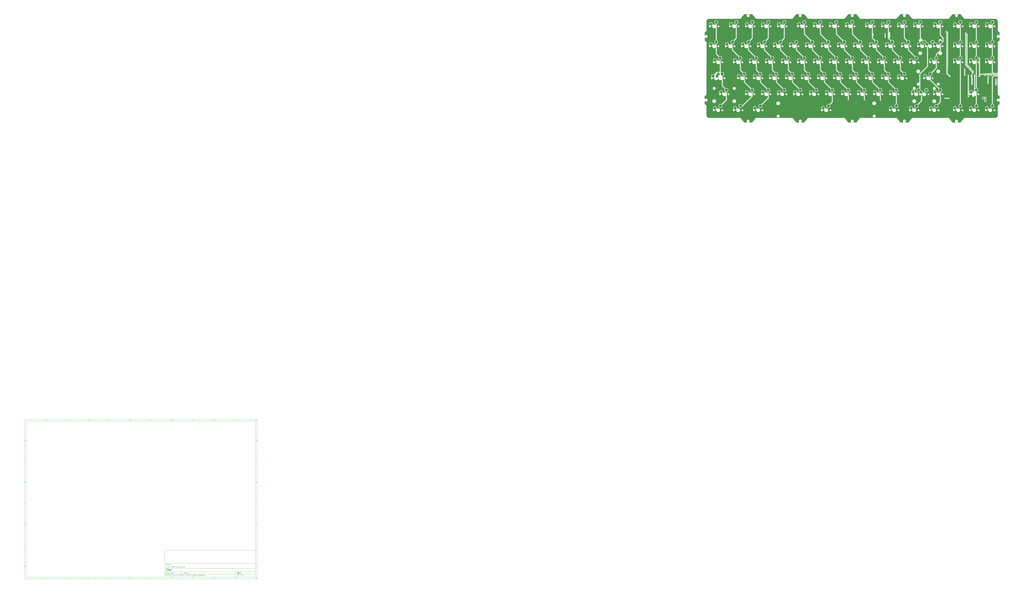
<source format=gbr>
%TF.GenerationSoftware,KiCad,Pcbnew,8.99.0-2193-g88272a59b7*%
%TF.CreationDate,2024-09-27T03:09:18+07:00*%
%TF.ProjectId,qk80,716b3830-2e6b-4696-9361-645f70636258,rev?*%
%TF.SameCoordinates,Original*%
%TF.FileFunction,Copper,L1,Top*%
%TF.FilePolarity,Positive*%
%FSLAX46Y46*%
G04 Gerber Fmt 4.6, Leading zero omitted, Abs format (unit mm)*
G04 Created by KiCad (PCBNEW 8.99.0-2193-g88272a59b7) date 2024-09-27 03:09:18*
%MOMM*%
%LPD*%
G01*
G04 APERTURE LIST*
G04 Aperture macros list*
%AMRoundRect*
0 Rectangle with rounded corners*
0 $1 Rounding radius*
0 $2 $3 $4 $5 $6 $7 $8 $9 X,Y pos of 4 corners*
0 Add a 4 corners polygon primitive as box body*
4,1,4,$2,$3,$4,$5,$6,$7,$8,$9,$2,$3,0*
0 Add four circle primitives for the rounded corners*
1,1,$1+$1,$2,$3*
1,1,$1+$1,$4,$5*
1,1,$1+$1,$6,$7*
1,1,$1+$1,$8,$9*
0 Add four rect primitives between the rounded corners*
20,1,$1+$1,$2,$3,$4,$5,0*
20,1,$1+$1,$4,$5,$6,$7,0*
20,1,$1+$1,$6,$7,$8,$9,0*
20,1,$1+$1,$8,$9,$2,$3,0*%
G04 Aperture macros list end*
%ADD10C,0.100000*%
%ADD11C,0.150000*%
%ADD12C,0.300000*%
%ADD13C,0.400000*%
%TA.AperFunction,SMDPad,CuDef*%
%ADD14R,0.700000X0.700000*%
%TD*%
%TA.AperFunction,ComponentPad*%
%ADD15C,3.500000*%
%TD*%
%TA.AperFunction,ComponentPad*%
%ADD16RoundRect,0.250000X-0.600000X-0.750000X0.600000X-0.750000X0.600000X0.750000X-0.600000X0.750000X0*%
%TD*%
%TA.AperFunction,ComponentPad*%
%ADD17O,1.700000X2.000000*%
%TD*%
%TA.AperFunction,ComponentPad*%
%ADD18RoundRect,0.250000X0.625000X-0.350000X0.625000X0.350000X-0.625000X0.350000X-0.625000X-0.350000X0*%
%TD*%
%TA.AperFunction,ComponentPad*%
%ADD19O,1.750000X1.200000*%
%TD*%
%TA.AperFunction,ComponentPad*%
%ADD20C,0.400000*%
%TD*%
%TA.AperFunction,ViaPad*%
%ADD21C,0.400000*%
%TD*%
%TA.AperFunction,Conductor*%
%ADD22C,0.200000*%
%TD*%
%TA.AperFunction,Conductor*%
%ADD23C,0.400000*%
%TD*%
G04 APERTURE END LIST*
D10*
D11*
X177002200Y-166007200D02*
X285002200Y-166007200D01*
X285002200Y-198007200D01*
X177002200Y-198007200D01*
X177002200Y-166007200D01*
D10*
D11*
X10000000Y-10000000D02*
X287002200Y-10000000D01*
X287002200Y-200007200D01*
X10000000Y-200007200D01*
X10000000Y-10000000D01*
D10*
D11*
X12000000Y-12000000D02*
X285002200Y-12000000D01*
X285002200Y-198007200D01*
X12000000Y-198007200D01*
X12000000Y-12000000D01*
D10*
D11*
X60000000Y-12000000D02*
X60000000Y-10000000D01*
D10*
D11*
X110000000Y-12000000D02*
X110000000Y-10000000D01*
D10*
D11*
X160000000Y-12000000D02*
X160000000Y-10000000D01*
D10*
D11*
X210000000Y-12000000D02*
X210000000Y-10000000D01*
D10*
D11*
X260000000Y-12000000D02*
X260000000Y-10000000D01*
D10*
D11*
X36089160Y-11593604D02*
X35346303Y-11593604D01*
X35717731Y-11593604D02*
X35717731Y-10293604D01*
X35717731Y-10293604D02*
X35593922Y-10479319D01*
X35593922Y-10479319D02*
X35470112Y-10603128D01*
X35470112Y-10603128D02*
X35346303Y-10665033D01*
D10*
D11*
X85346303Y-10417414D02*
X85408207Y-10355509D01*
X85408207Y-10355509D02*
X85532017Y-10293604D01*
X85532017Y-10293604D02*
X85841541Y-10293604D01*
X85841541Y-10293604D02*
X85965350Y-10355509D01*
X85965350Y-10355509D02*
X86027255Y-10417414D01*
X86027255Y-10417414D02*
X86089160Y-10541223D01*
X86089160Y-10541223D02*
X86089160Y-10665033D01*
X86089160Y-10665033D02*
X86027255Y-10850747D01*
X86027255Y-10850747D02*
X85284398Y-11593604D01*
X85284398Y-11593604D02*
X86089160Y-11593604D01*
D10*
D11*
X135284398Y-10293604D02*
X136089160Y-10293604D01*
X136089160Y-10293604D02*
X135655826Y-10788842D01*
X135655826Y-10788842D02*
X135841541Y-10788842D01*
X135841541Y-10788842D02*
X135965350Y-10850747D01*
X135965350Y-10850747D02*
X136027255Y-10912652D01*
X136027255Y-10912652D02*
X136089160Y-11036461D01*
X136089160Y-11036461D02*
X136089160Y-11345985D01*
X136089160Y-11345985D02*
X136027255Y-11469795D01*
X136027255Y-11469795D02*
X135965350Y-11531700D01*
X135965350Y-11531700D02*
X135841541Y-11593604D01*
X135841541Y-11593604D02*
X135470112Y-11593604D01*
X135470112Y-11593604D02*
X135346303Y-11531700D01*
X135346303Y-11531700D02*
X135284398Y-11469795D01*
D10*
D11*
X185965350Y-10726938D02*
X185965350Y-11593604D01*
X185655826Y-10231700D02*
X185346303Y-11160271D01*
X185346303Y-11160271D02*
X186151064Y-11160271D01*
D10*
D11*
X236027255Y-10293604D02*
X235408207Y-10293604D01*
X235408207Y-10293604D02*
X235346303Y-10912652D01*
X235346303Y-10912652D02*
X235408207Y-10850747D01*
X235408207Y-10850747D02*
X235532017Y-10788842D01*
X235532017Y-10788842D02*
X235841541Y-10788842D01*
X235841541Y-10788842D02*
X235965350Y-10850747D01*
X235965350Y-10850747D02*
X236027255Y-10912652D01*
X236027255Y-10912652D02*
X236089160Y-11036461D01*
X236089160Y-11036461D02*
X236089160Y-11345985D01*
X236089160Y-11345985D02*
X236027255Y-11469795D01*
X236027255Y-11469795D02*
X235965350Y-11531700D01*
X235965350Y-11531700D02*
X235841541Y-11593604D01*
X235841541Y-11593604D02*
X235532017Y-11593604D01*
X235532017Y-11593604D02*
X235408207Y-11531700D01*
X235408207Y-11531700D02*
X235346303Y-11469795D01*
D10*
D11*
X285965350Y-10293604D02*
X285717731Y-10293604D01*
X285717731Y-10293604D02*
X285593922Y-10355509D01*
X285593922Y-10355509D02*
X285532017Y-10417414D01*
X285532017Y-10417414D02*
X285408207Y-10603128D01*
X285408207Y-10603128D02*
X285346303Y-10850747D01*
X285346303Y-10850747D02*
X285346303Y-11345985D01*
X285346303Y-11345985D02*
X285408207Y-11469795D01*
X285408207Y-11469795D02*
X285470112Y-11531700D01*
X285470112Y-11531700D02*
X285593922Y-11593604D01*
X285593922Y-11593604D02*
X285841541Y-11593604D01*
X285841541Y-11593604D02*
X285965350Y-11531700D01*
X285965350Y-11531700D02*
X286027255Y-11469795D01*
X286027255Y-11469795D02*
X286089160Y-11345985D01*
X286089160Y-11345985D02*
X286089160Y-11036461D01*
X286089160Y-11036461D02*
X286027255Y-10912652D01*
X286027255Y-10912652D02*
X285965350Y-10850747D01*
X285965350Y-10850747D02*
X285841541Y-10788842D01*
X285841541Y-10788842D02*
X285593922Y-10788842D01*
X285593922Y-10788842D02*
X285470112Y-10850747D01*
X285470112Y-10850747D02*
X285408207Y-10912652D01*
X285408207Y-10912652D02*
X285346303Y-11036461D01*
D10*
D11*
X60000000Y-198007200D02*
X60000000Y-200007200D01*
D10*
D11*
X110000000Y-198007200D02*
X110000000Y-200007200D01*
D10*
D11*
X160000000Y-198007200D02*
X160000000Y-200007200D01*
D10*
D11*
X210000000Y-198007200D02*
X210000000Y-200007200D01*
D10*
D11*
X260000000Y-198007200D02*
X260000000Y-200007200D01*
D10*
D11*
X36089160Y-199600804D02*
X35346303Y-199600804D01*
X35717731Y-199600804D02*
X35717731Y-198300804D01*
X35717731Y-198300804D02*
X35593922Y-198486519D01*
X35593922Y-198486519D02*
X35470112Y-198610328D01*
X35470112Y-198610328D02*
X35346303Y-198672233D01*
D10*
D11*
X85346303Y-198424614D02*
X85408207Y-198362709D01*
X85408207Y-198362709D02*
X85532017Y-198300804D01*
X85532017Y-198300804D02*
X85841541Y-198300804D01*
X85841541Y-198300804D02*
X85965350Y-198362709D01*
X85965350Y-198362709D02*
X86027255Y-198424614D01*
X86027255Y-198424614D02*
X86089160Y-198548423D01*
X86089160Y-198548423D02*
X86089160Y-198672233D01*
X86089160Y-198672233D02*
X86027255Y-198857947D01*
X86027255Y-198857947D02*
X85284398Y-199600804D01*
X85284398Y-199600804D02*
X86089160Y-199600804D01*
D10*
D11*
X135284398Y-198300804D02*
X136089160Y-198300804D01*
X136089160Y-198300804D02*
X135655826Y-198796042D01*
X135655826Y-198796042D02*
X135841541Y-198796042D01*
X135841541Y-198796042D02*
X135965350Y-198857947D01*
X135965350Y-198857947D02*
X136027255Y-198919852D01*
X136027255Y-198919852D02*
X136089160Y-199043661D01*
X136089160Y-199043661D02*
X136089160Y-199353185D01*
X136089160Y-199353185D02*
X136027255Y-199476995D01*
X136027255Y-199476995D02*
X135965350Y-199538900D01*
X135965350Y-199538900D02*
X135841541Y-199600804D01*
X135841541Y-199600804D02*
X135470112Y-199600804D01*
X135470112Y-199600804D02*
X135346303Y-199538900D01*
X135346303Y-199538900D02*
X135284398Y-199476995D01*
D10*
D11*
X185965350Y-198734138D02*
X185965350Y-199600804D01*
X185655826Y-198238900D02*
X185346303Y-199167471D01*
X185346303Y-199167471D02*
X186151064Y-199167471D01*
D10*
D11*
X236027255Y-198300804D02*
X235408207Y-198300804D01*
X235408207Y-198300804D02*
X235346303Y-198919852D01*
X235346303Y-198919852D02*
X235408207Y-198857947D01*
X235408207Y-198857947D02*
X235532017Y-198796042D01*
X235532017Y-198796042D02*
X235841541Y-198796042D01*
X235841541Y-198796042D02*
X235965350Y-198857947D01*
X235965350Y-198857947D02*
X236027255Y-198919852D01*
X236027255Y-198919852D02*
X236089160Y-199043661D01*
X236089160Y-199043661D02*
X236089160Y-199353185D01*
X236089160Y-199353185D02*
X236027255Y-199476995D01*
X236027255Y-199476995D02*
X235965350Y-199538900D01*
X235965350Y-199538900D02*
X235841541Y-199600804D01*
X235841541Y-199600804D02*
X235532017Y-199600804D01*
X235532017Y-199600804D02*
X235408207Y-199538900D01*
X235408207Y-199538900D02*
X235346303Y-199476995D01*
D10*
D11*
X285965350Y-198300804D02*
X285717731Y-198300804D01*
X285717731Y-198300804D02*
X285593922Y-198362709D01*
X285593922Y-198362709D02*
X285532017Y-198424614D01*
X285532017Y-198424614D02*
X285408207Y-198610328D01*
X285408207Y-198610328D02*
X285346303Y-198857947D01*
X285346303Y-198857947D02*
X285346303Y-199353185D01*
X285346303Y-199353185D02*
X285408207Y-199476995D01*
X285408207Y-199476995D02*
X285470112Y-199538900D01*
X285470112Y-199538900D02*
X285593922Y-199600804D01*
X285593922Y-199600804D02*
X285841541Y-199600804D01*
X285841541Y-199600804D02*
X285965350Y-199538900D01*
X285965350Y-199538900D02*
X286027255Y-199476995D01*
X286027255Y-199476995D02*
X286089160Y-199353185D01*
X286089160Y-199353185D02*
X286089160Y-199043661D01*
X286089160Y-199043661D02*
X286027255Y-198919852D01*
X286027255Y-198919852D02*
X285965350Y-198857947D01*
X285965350Y-198857947D02*
X285841541Y-198796042D01*
X285841541Y-198796042D02*
X285593922Y-198796042D01*
X285593922Y-198796042D02*
X285470112Y-198857947D01*
X285470112Y-198857947D02*
X285408207Y-198919852D01*
X285408207Y-198919852D02*
X285346303Y-199043661D01*
D10*
D11*
X10000000Y-60000000D02*
X12000000Y-60000000D01*
D10*
D11*
X10000000Y-110000000D02*
X12000000Y-110000000D01*
D10*
D11*
X10000000Y-160000000D02*
X12000000Y-160000000D01*
D10*
D11*
X10690476Y-35222176D02*
X11309523Y-35222176D01*
X10566666Y-35593604D02*
X10999999Y-34293604D01*
X10999999Y-34293604D02*
X11433333Y-35593604D01*
D10*
D11*
X11092857Y-84912652D02*
X11278571Y-84974557D01*
X11278571Y-84974557D02*
X11340476Y-85036461D01*
X11340476Y-85036461D02*
X11402380Y-85160271D01*
X11402380Y-85160271D02*
X11402380Y-85345985D01*
X11402380Y-85345985D02*
X11340476Y-85469795D01*
X11340476Y-85469795D02*
X11278571Y-85531700D01*
X11278571Y-85531700D02*
X11154761Y-85593604D01*
X11154761Y-85593604D02*
X10659523Y-85593604D01*
X10659523Y-85593604D02*
X10659523Y-84293604D01*
X10659523Y-84293604D02*
X11092857Y-84293604D01*
X11092857Y-84293604D02*
X11216666Y-84355509D01*
X11216666Y-84355509D02*
X11278571Y-84417414D01*
X11278571Y-84417414D02*
X11340476Y-84541223D01*
X11340476Y-84541223D02*
X11340476Y-84665033D01*
X11340476Y-84665033D02*
X11278571Y-84788842D01*
X11278571Y-84788842D02*
X11216666Y-84850747D01*
X11216666Y-84850747D02*
X11092857Y-84912652D01*
X11092857Y-84912652D02*
X10659523Y-84912652D01*
D10*
D11*
X11402380Y-135469795D02*
X11340476Y-135531700D01*
X11340476Y-135531700D02*
X11154761Y-135593604D01*
X11154761Y-135593604D02*
X11030952Y-135593604D01*
X11030952Y-135593604D02*
X10845238Y-135531700D01*
X10845238Y-135531700D02*
X10721428Y-135407890D01*
X10721428Y-135407890D02*
X10659523Y-135284080D01*
X10659523Y-135284080D02*
X10597619Y-135036461D01*
X10597619Y-135036461D02*
X10597619Y-134850747D01*
X10597619Y-134850747D02*
X10659523Y-134603128D01*
X10659523Y-134603128D02*
X10721428Y-134479319D01*
X10721428Y-134479319D02*
X10845238Y-134355509D01*
X10845238Y-134355509D02*
X11030952Y-134293604D01*
X11030952Y-134293604D02*
X11154761Y-134293604D01*
X11154761Y-134293604D02*
X11340476Y-134355509D01*
X11340476Y-134355509D02*
X11402380Y-134417414D01*
D10*
D11*
X10659523Y-185593604D02*
X10659523Y-184293604D01*
X10659523Y-184293604D02*
X10969047Y-184293604D01*
X10969047Y-184293604D02*
X11154761Y-184355509D01*
X11154761Y-184355509D02*
X11278571Y-184479319D01*
X11278571Y-184479319D02*
X11340476Y-184603128D01*
X11340476Y-184603128D02*
X11402380Y-184850747D01*
X11402380Y-184850747D02*
X11402380Y-185036461D01*
X11402380Y-185036461D02*
X11340476Y-185284080D01*
X11340476Y-185284080D02*
X11278571Y-185407890D01*
X11278571Y-185407890D02*
X11154761Y-185531700D01*
X11154761Y-185531700D02*
X10969047Y-185593604D01*
X10969047Y-185593604D02*
X10659523Y-185593604D01*
D10*
D11*
X287002200Y-60000000D02*
X285002200Y-60000000D01*
D10*
D11*
X287002200Y-110000000D02*
X285002200Y-110000000D01*
D10*
D11*
X287002200Y-160000000D02*
X285002200Y-160000000D01*
D10*
D11*
X285692676Y-35222176D02*
X286311723Y-35222176D01*
X285568866Y-35593604D02*
X286002199Y-34293604D01*
X286002199Y-34293604D02*
X286435533Y-35593604D01*
D10*
D11*
X286095057Y-84912652D02*
X286280771Y-84974557D01*
X286280771Y-84974557D02*
X286342676Y-85036461D01*
X286342676Y-85036461D02*
X286404580Y-85160271D01*
X286404580Y-85160271D02*
X286404580Y-85345985D01*
X286404580Y-85345985D02*
X286342676Y-85469795D01*
X286342676Y-85469795D02*
X286280771Y-85531700D01*
X286280771Y-85531700D02*
X286156961Y-85593604D01*
X286156961Y-85593604D02*
X285661723Y-85593604D01*
X285661723Y-85593604D02*
X285661723Y-84293604D01*
X285661723Y-84293604D02*
X286095057Y-84293604D01*
X286095057Y-84293604D02*
X286218866Y-84355509D01*
X286218866Y-84355509D02*
X286280771Y-84417414D01*
X286280771Y-84417414D02*
X286342676Y-84541223D01*
X286342676Y-84541223D02*
X286342676Y-84665033D01*
X286342676Y-84665033D02*
X286280771Y-84788842D01*
X286280771Y-84788842D02*
X286218866Y-84850747D01*
X286218866Y-84850747D02*
X286095057Y-84912652D01*
X286095057Y-84912652D02*
X285661723Y-84912652D01*
D10*
D11*
X286404580Y-135469795D02*
X286342676Y-135531700D01*
X286342676Y-135531700D02*
X286156961Y-135593604D01*
X286156961Y-135593604D02*
X286033152Y-135593604D01*
X286033152Y-135593604D02*
X285847438Y-135531700D01*
X285847438Y-135531700D02*
X285723628Y-135407890D01*
X285723628Y-135407890D02*
X285661723Y-135284080D01*
X285661723Y-135284080D02*
X285599819Y-135036461D01*
X285599819Y-135036461D02*
X285599819Y-134850747D01*
X285599819Y-134850747D02*
X285661723Y-134603128D01*
X285661723Y-134603128D02*
X285723628Y-134479319D01*
X285723628Y-134479319D02*
X285847438Y-134355509D01*
X285847438Y-134355509D02*
X286033152Y-134293604D01*
X286033152Y-134293604D02*
X286156961Y-134293604D01*
X286156961Y-134293604D02*
X286342676Y-134355509D01*
X286342676Y-134355509D02*
X286404580Y-134417414D01*
D10*
D11*
X285661723Y-185593604D02*
X285661723Y-184293604D01*
X285661723Y-184293604D02*
X285971247Y-184293604D01*
X285971247Y-184293604D02*
X286156961Y-184355509D01*
X286156961Y-184355509D02*
X286280771Y-184479319D01*
X286280771Y-184479319D02*
X286342676Y-184603128D01*
X286342676Y-184603128D02*
X286404580Y-184850747D01*
X286404580Y-184850747D02*
X286404580Y-185036461D01*
X286404580Y-185036461D02*
X286342676Y-185284080D01*
X286342676Y-185284080D02*
X286280771Y-185407890D01*
X286280771Y-185407890D02*
X286156961Y-185531700D01*
X286156961Y-185531700D02*
X285971247Y-185593604D01*
X285971247Y-185593604D02*
X285661723Y-185593604D01*
D10*
D11*
X200458026Y-193793328D02*
X200458026Y-192293328D01*
X200458026Y-192293328D02*
X200815169Y-192293328D01*
X200815169Y-192293328D02*
X201029455Y-192364757D01*
X201029455Y-192364757D02*
X201172312Y-192507614D01*
X201172312Y-192507614D02*
X201243741Y-192650471D01*
X201243741Y-192650471D02*
X201315169Y-192936185D01*
X201315169Y-192936185D02*
X201315169Y-193150471D01*
X201315169Y-193150471D02*
X201243741Y-193436185D01*
X201243741Y-193436185D02*
X201172312Y-193579042D01*
X201172312Y-193579042D02*
X201029455Y-193721900D01*
X201029455Y-193721900D02*
X200815169Y-193793328D01*
X200815169Y-193793328D02*
X200458026Y-193793328D01*
X202600884Y-193793328D02*
X202600884Y-193007614D01*
X202600884Y-193007614D02*
X202529455Y-192864757D01*
X202529455Y-192864757D02*
X202386598Y-192793328D01*
X202386598Y-192793328D02*
X202100884Y-192793328D01*
X202100884Y-192793328D02*
X201958026Y-192864757D01*
X202600884Y-193721900D02*
X202458026Y-193793328D01*
X202458026Y-193793328D02*
X202100884Y-193793328D01*
X202100884Y-193793328D02*
X201958026Y-193721900D01*
X201958026Y-193721900D02*
X201886598Y-193579042D01*
X201886598Y-193579042D02*
X201886598Y-193436185D01*
X201886598Y-193436185D02*
X201958026Y-193293328D01*
X201958026Y-193293328D02*
X202100884Y-193221900D01*
X202100884Y-193221900D02*
X202458026Y-193221900D01*
X202458026Y-193221900D02*
X202600884Y-193150471D01*
X203100884Y-192793328D02*
X203672312Y-192793328D01*
X203315169Y-192293328D02*
X203315169Y-193579042D01*
X203315169Y-193579042D02*
X203386598Y-193721900D01*
X203386598Y-193721900D02*
X203529455Y-193793328D01*
X203529455Y-193793328D02*
X203672312Y-193793328D01*
X204743741Y-193721900D02*
X204600884Y-193793328D01*
X204600884Y-193793328D02*
X204315170Y-193793328D01*
X204315170Y-193793328D02*
X204172312Y-193721900D01*
X204172312Y-193721900D02*
X204100884Y-193579042D01*
X204100884Y-193579042D02*
X204100884Y-193007614D01*
X204100884Y-193007614D02*
X204172312Y-192864757D01*
X204172312Y-192864757D02*
X204315170Y-192793328D01*
X204315170Y-192793328D02*
X204600884Y-192793328D01*
X204600884Y-192793328D02*
X204743741Y-192864757D01*
X204743741Y-192864757D02*
X204815170Y-193007614D01*
X204815170Y-193007614D02*
X204815170Y-193150471D01*
X204815170Y-193150471D02*
X204100884Y-193293328D01*
X205458026Y-193650471D02*
X205529455Y-193721900D01*
X205529455Y-193721900D02*
X205458026Y-193793328D01*
X205458026Y-193793328D02*
X205386598Y-193721900D01*
X205386598Y-193721900D02*
X205458026Y-193650471D01*
X205458026Y-193650471D02*
X205458026Y-193793328D01*
X205458026Y-192864757D02*
X205529455Y-192936185D01*
X205529455Y-192936185D02*
X205458026Y-193007614D01*
X205458026Y-193007614D02*
X205386598Y-192936185D01*
X205386598Y-192936185D02*
X205458026Y-192864757D01*
X205458026Y-192864757D02*
X205458026Y-193007614D01*
D10*
D11*
X177002200Y-194507200D02*
X285002200Y-194507200D01*
D10*
D11*
X178458026Y-196593328D02*
X178458026Y-195093328D01*
X179315169Y-196593328D02*
X178672312Y-195736185D01*
X179315169Y-195093328D02*
X178458026Y-195950471D01*
X179958026Y-196593328D02*
X179958026Y-195593328D01*
X179958026Y-195093328D02*
X179886598Y-195164757D01*
X179886598Y-195164757D02*
X179958026Y-195236185D01*
X179958026Y-195236185D02*
X180029455Y-195164757D01*
X180029455Y-195164757D02*
X179958026Y-195093328D01*
X179958026Y-195093328D02*
X179958026Y-195236185D01*
X181529455Y-196450471D02*
X181458027Y-196521900D01*
X181458027Y-196521900D02*
X181243741Y-196593328D01*
X181243741Y-196593328D02*
X181100884Y-196593328D01*
X181100884Y-196593328D02*
X180886598Y-196521900D01*
X180886598Y-196521900D02*
X180743741Y-196379042D01*
X180743741Y-196379042D02*
X180672312Y-196236185D01*
X180672312Y-196236185D02*
X180600884Y-195950471D01*
X180600884Y-195950471D02*
X180600884Y-195736185D01*
X180600884Y-195736185D02*
X180672312Y-195450471D01*
X180672312Y-195450471D02*
X180743741Y-195307614D01*
X180743741Y-195307614D02*
X180886598Y-195164757D01*
X180886598Y-195164757D02*
X181100884Y-195093328D01*
X181100884Y-195093328D02*
X181243741Y-195093328D01*
X181243741Y-195093328D02*
X181458027Y-195164757D01*
X181458027Y-195164757D02*
X181529455Y-195236185D01*
X182815170Y-196593328D02*
X182815170Y-195807614D01*
X182815170Y-195807614D02*
X182743741Y-195664757D01*
X182743741Y-195664757D02*
X182600884Y-195593328D01*
X182600884Y-195593328D02*
X182315170Y-195593328D01*
X182315170Y-195593328D02*
X182172312Y-195664757D01*
X182815170Y-196521900D02*
X182672312Y-196593328D01*
X182672312Y-196593328D02*
X182315170Y-196593328D01*
X182315170Y-196593328D02*
X182172312Y-196521900D01*
X182172312Y-196521900D02*
X182100884Y-196379042D01*
X182100884Y-196379042D02*
X182100884Y-196236185D01*
X182100884Y-196236185D02*
X182172312Y-196093328D01*
X182172312Y-196093328D02*
X182315170Y-196021900D01*
X182315170Y-196021900D02*
X182672312Y-196021900D01*
X182672312Y-196021900D02*
X182815170Y-195950471D01*
X184172313Y-196593328D02*
X184172313Y-195093328D01*
X184172313Y-196521900D02*
X184029455Y-196593328D01*
X184029455Y-196593328D02*
X183743741Y-196593328D01*
X183743741Y-196593328D02*
X183600884Y-196521900D01*
X183600884Y-196521900D02*
X183529455Y-196450471D01*
X183529455Y-196450471D02*
X183458027Y-196307614D01*
X183458027Y-196307614D02*
X183458027Y-195879042D01*
X183458027Y-195879042D02*
X183529455Y-195736185D01*
X183529455Y-195736185D02*
X183600884Y-195664757D01*
X183600884Y-195664757D02*
X183743741Y-195593328D01*
X183743741Y-195593328D02*
X184029455Y-195593328D01*
X184029455Y-195593328D02*
X184172313Y-195664757D01*
X186029455Y-195807614D02*
X186529455Y-195807614D01*
X186743741Y-196593328D02*
X186029455Y-196593328D01*
X186029455Y-196593328D02*
X186029455Y-195093328D01*
X186029455Y-195093328D02*
X186743741Y-195093328D01*
X187386598Y-196450471D02*
X187458027Y-196521900D01*
X187458027Y-196521900D02*
X187386598Y-196593328D01*
X187386598Y-196593328D02*
X187315170Y-196521900D01*
X187315170Y-196521900D02*
X187386598Y-196450471D01*
X187386598Y-196450471D02*
X187386598Y-196593328D01*
X188100884Y-196593328D02*
X188100884Y-195093328D01*
X188100884Y-195093328D02*
X188458027Y-195093328D01*
X188458027Y-195093328D02*
X188672313Y-195164757D01*
X188672313Y-195164757D02*
X188815170Y-195307614D01*
X188815170Y-195307614D02*
X188886599Y-195450471D01*
X188886599Y-195450471D02*
X188958027Y-195736185D01*
X188958027Y-195736185D02*
X188958027Y-195950471D01*
X188958027Y-195950471D02*
X188886599Y-196236185D01*
X188886599Y-196236185D02*
X188815170Y-196379042D01*
X188815170Y-196379042D02*
X188672313Y-196521900D01*
X188672313Y-196521900D02*
X188458027Y-196593328D01*
X188458027Y-196593328D02*
X188100884Y-196593328D01*
X189600884Y-196450471D02*
X189672313Y-196521900D01*
X189672313Y-196521900D02*
X189600884Y-196593328D01*
X189600884Y-196593328D02*
X189529456Y-196521900D01*
X189529456Y-196521900D02*
X189600884Y-196450471D01*
X189600884Y-196450471D02*
X189600884Y-196593328D01*
X190243742Y-196164757D02*
X190958028Y-196164757D01*
X190100885Y-196593328D02*
X190600885Y-195093328D01*
X190600885Y-195093328D02*
X191100885Y-196593328D01*
X191600884Y-196450471D02*
X191672313Y-196521900D01*
X191672313Y-196521900D02*
X191600884Y-196593328D01*
X191600884Y-196593328D02*
X191529456Y-196521900D01*
X191529456Y-196521900D02*
X191600884Y-196450471D01*
X191600884Y-196450471D02*
X191600884Y-196593328D01*
X193672313Y-195736185D02*
X193529456Y-195664757D01*
X193529456Y-195664757D02*
X193458027Y-195593328D01*
X193458027Y-195593328D02*
X193386599Y-195450471D01*
X193386599Y-195450471D02*
X193386599Y-195379042D01*
X193386599Y-195379042D02*
X193458027Y-195236185D01*
X193458027Y-195236185D02*
X193529456Y-195164757D01*
X193529456Y-195164757D02*
X193672313Y-195093328D01*
X193672313Y-195093328D02*
X193958027Y-195093328D01*
X193958027Y-195093328D02*
X194100885Y-195164757D01*
X194100885Y-195164757D02*
X194172313Y-195236185D01*
X194172313Y-195236185D02*
X194243742Y-195379042D01*
X194243742Y-195379042D02*
X194243742Y-195450471D01*
X194243742Y-195450471D02*
X194172313Y-195593328D01*
X194172313Y-195593328D02*
X194100885Y-195664757D01*
X194100885Y-195664757D02*
X193958027Y-195736185D01*
X193958027Y-195736185D02*
X193672313Y-195736185D01*
X193672313Y-195736185D02*
X193529456Y-195807614D01*
X193529456Y-195807614D02*
X193458027Y-195879042D01*
X193458027Y-195879042D02*
X193386599Y-196021900D01*
X193386599Y-196021900D02*
X193386599Y-196307614D01*
X193386599Y-196307614D02*
X193458027Y-196450471D01*
X193458027Y-196450471D02*
X193529456Y-196521900D01*
X193529456Y-196521900D02*
X193672313Y-196593328D01*
X193672313Y-196593328D02*
X193958027Y-196593328D01*
X193958027Y-196593328D02*
X194100885Y-196521900D01*
X194100885Y-196521900D02*
X194172313Y-196450471D01*
X194172313Y-196450471D02*
X194243742Y-196307614D01*
X194243742Y-196307614D02*
X194243742Y-196021900D01*
X194243742Y-196021900D02*
X194172313Y-195879042D01*
X194172313Y-195879042D02*
X194100885Y-195807614D01*
X194100885Y-195807614D02*
X193958027Y-195736185D01*
X194886598Y-196450471D02*
X194958027Y-196521900D01*
X194958027Y-196521900D02*
X194886598Y-196593328D01*
X194886598Y-196593328D02*
X194815170Y-196521900D01*
X194815170Y-196521900D02*
X194886598Y-196450471D01*
X194886598Y-196450471D02*
X194886598Y-196593328D01*
X195672313Y-196593328D02*
X195958027Y-196593328D01*
X195958027Y-196593328D02*
X196100884Y-196521900D01*
X196100884Y-196521900D02*
X196172313Y-196450471D01*
X196172313Y-196450471D02*
X196315170Y-196236185D01*
X196315170Y-196236185D02*
X196386599Y-195950471D01*
X196386599Y-195950471D02*
X196386599Y-195379042D01*
X196386599Y-195379042D02*
X196315170Y-195236185D01*
X196315170Y-195236185D02*
X196243742Y-195164757D01*
X196243742Y-195164757D02*
X196100884Y-195093328D01*
X196100884Y-195093328D02*
X195815170Y-195093328D01*
X195815170Y-195093328D02*
X195672313Y-195164757D01*
X195672313Y-195164757D02*
X195600884Y-195236185D01*
X195600884Y-195236185D02*
X195529456Y-195379042D01*
X195529456Y-195379042D02*
X195529456Y-195736185D01*
X195529456Y-195736185D02*
X195600884Y-195879042D01*
X195600884Y-195879042D02*
X195672313Y-195950471D01*
X195672313Y-195950471D02*
X195815170Y-196021900D01*
X195815170Y-196021900D02*
X196100884Y-196021900D01*
X196100884Y-196021900D02*
X196243742Y-195950471D01*
X196243742Y-195950471D02*
X196315170Y-195879042D01*
X196315170Y-195879042D02*
X196386599Y-195736185D01*
X197100884Y-196593328D02*
X197386598Y-196593328D01*
X197386598Y-196593328D02*
X197529455Y-196521900D01*
X197529455Y-196521900D02*
X197600884Y-196450471D01*
X197600884Y-196450471D02*
X197743741Y-196236185D01*
X197743741Y-196236185D02*
X197815170Y-195950471D01*
X197815170Y-195950471D02*
X197815170Y-195379042D01*
X197815170Y-195379042D02*
X197743741Y-195236185D01*
X197743741Y-195236185D02*
X197672313Y-195164757D01*
X197672313Y-195164757D02*
X197529455Y-195093328D01*
X197529455Y-195093328D02*
X197243741Y-195093328D01*
X197243741Y-195093328D02*
X197100884Y-195164757D01*
X197100884Y-195164757D02*
X197029455Y-195236185D01*
X197029455Y-195236185D02*
X196958027Y-195379042D01*
X196958027Y-195379042D02*
X196958027Y-195736185D01*
X196958027Y-195736185D02*
X197029455Y-195879042D01*
X197029455Y-195879042D02*
X197100884Y-195950471D01*
X197100884Y-195950471D02*
X197243741Y-196021900D01*
X197243741Y-196021900D02*
X197529455Y-196021900D01*
X197529455Y-196021900D02*
X197672313Y-195950471D01*
X197672313Y-195950471D02*
X197743741Y-195879042D01*
X197743741Y-195879042D02*
X197815170Y-195736185D01*
X198458026Y-196450471D02*
X198529455Y-196521900D01*
X198529455Y-196521900D02*
X198458026Y-196593328D01*
X198458026Y-196593328D02*
X198386598Y-196521900D01*
X198386598Y-196521900D02*
X198458026Y-196450471D01*
X198458026Y-196450471D02*
X198458026Y-196593328D01*
X199458027Y-195093328D02*
X199600884Y-195093328D01*
X199600884Y-195093328D02*
X199743741Y-195164757D01*
X199743741Y-195164757D02*
X199815170Y-195236185D01*
X199815170Y-195236185D02*
X199886598Y-195379042D01*
X199886598Y-195379042D02*
X199958027Y-195664757D01*
X199958027Y-195664757D02*
X199958027Y-196021900D01*
X199958027Y-196021900D02*
X199886598Y-196307614D01*
X199886598Y-196307614D02*
X199815170Y-196450471D01*
X199815170Y-196450471D02*
X199743741Y-196521900D01*
X199743741Y-196521900D02*
X199600884Y-196593328D01*
X199600884Y-196593328D02*
X199458027Y-196593328D01*
X199458027Y-196593328D02*
X199315170Y-196521900D01*
X199315170Y-196521900D02*
X199243741Y-196450471D01*
X199243741Y-196450471D02*
X199172312Y-196307614D01*
X199172312Y-196307614D02*
X199100884Y-196021900D01*
X199100884Y-196021900D02*
X199100884Y-195664757D01*
X199100884Y-195664757D02*
X199172312Y-195379042D01*
X199172312Y-195379042D02*
X199243741Y-195236185D01*
X199243741Y-195236185D02*
X199315170Y-195164757D01*
X199315170Y-195164757D02*
X199458027Y-195093328D01*
X200600883Y-196021900D02*
X201743741Y-196021900D01*
X202386598Y-195236185D02*
X202458026Y-195164757D01*
X202458026Y-195164757D02*
X202600884Y-195093328D01*
X202600884Y-195093328D02*
X202958026Y-195093328D01*
X202958026Y-195093328D02*
X203100884Y-195164757D01*
X203100884Y-195164757D02*
X203172312Y-195236185D01*
X203172312Y-195236185D02*
X203243741Y-195379042D01*
X203243741Y-195379042D02*
X203243741Y-195521900D01*
X203243741Y-195521900D02*
X203172312Y-195736185D01*
X203172312Y-195736185D02*
X202315169Y-196593328D01*
X202315169Y-196593328D02*
X203243741Y-196593328D01*
X204672312Y-196593328D02*
X203815169Y-196593328D01*
X204243740Y-196593328D02*
X204243740Y-195093328D01*
X204243740Y-195093328D02*
X204100883Y-195307614D01*
X204100883Y-195307614D02*
X203958026Y-195450471D01*
X203958026Y-195450471D02*
X203815169Y-195521900D01*
X205386597Y-196593328D02*
X205672311Y-196593328D01*
X205672311Y-196593328D02*
X205815168Y-196521900D01*
X205815168Y-196521900D02*
X205886597Y-196450471D01*
X205886597Y-196450471D02*
X206029454Y-196236185D01*
X206029454Y-196236185D02*
X206100883Y-195950471D01*
X206100883Y-195950471D02*
X206100883Y-195379042D01*
X206100883Y-195379042D02*
X206029454Y-195236185D01*
X206029454Y-195236185D02*
X205958026Y-195164757D01*
X205958026Y-195164757D02*
X205815168Y-195093328D01*
X205815168Y-195093328D02*
X205529454Y-195093328D01*
X205529454Y-195093328D02*
X205386597Y-195164757D01*
X205386597Y-195164757D02*
X205315168Y-195236185D01*
X205315168Y-195236185D02*
X205243740Y-195379042D01*
X205243740Y-195379042D02*
X205243740Y-195736185D01*
X205243740Y-195736185D02*
X205315168Y-195879042D01*
X205315168Y-195879042D02*
X205386597Y-195950471D01*
X205386597Y-195950471D02*
X205529454Y-196021900D01*
X205529454Y-196021900D02*
X205815168Y-196021900D01*
X205815168Y-196021900D02*
X205958026Y-195950471D01*
X205958026Y-195950471D02*
X206029454Y-195879042D01*
X206029454Y-195879042D02*
X206100883Y-195736185D01*
X206600882Y-195093328D02*
X207529454Y-195093328D01*
X207529454Y-195093328D02*
X207029454Y-195664757D01*
X207029454Y-195664757D02*
X207243739Y-195664757D01*
X207243739Y-195664757D02*
X207386597Y-195736185D01*
X207386597Y-195736185D02*
X207458025Y-195807614D01*
X207458025Y-195807614D02*
X207529454Y-195950471D01*
X207529454Y-195950471D02*
X207529454Y-196307614D01*
X207529454Y-196307614D02*
X207458025Y-196450471D01*
X207458025Y-196450471D02*
X207386597Y-196521900D01*
X207386597Y-196521900D02*
X207243739Y-196593328D01*
X207243739Y-196593328D02*
X206815168Y-196593328D01*
X206815168Y-196593328D02*
X206672311Y-196521900D01*
X206672311Y-196521900D02*
X206600882Y-196450471D01*
X208172310Y-196021900D02*
X209315168Y-196021900D01*
X210672311Y-195593328D02*
X210672311Y-196807614D01*
X210672311Y-196807614D02*
X210600882Y-196950471D01*
X210600882Y-196950471D02*
X210529453Y-197021900D01*
X210529453Y-197021900D02*
X210386596Y-197093328D01*
X210386596Y-197093328D02*
X210172311Y-197093328D01*
X210172311Y-197093328D02*
X210029453Y-197021900D01*
X210672311Y-196521900D02*
X210529453Y-196593328D01*
X210529453Y-196593328D02*
X210243739Y-196593328D01*
X210243739Y-196593328D02*
X210100882Y-196521900D01*
X210100882Y-196521900D02*
X210029453Y-196450471D01*
X210029453Y-196450471D02*
X209958025Y-196307614D01*
X209958025Y-196307614D02*
X209958025Y-195879042D01*
X209958025Y-195879042D02*
X210029453Y-195736185D01*
X210029453Y-195736185D02*
X210100882Y-195664757D01*
X210100882Y-195664757D02*
X210243739Y-195593328D01*
X210243739Y-195593328D02*
X210529453Y-195593328D01*
X210529453Y-195593328D02*
X210672311Y-195664757D01*
X211600882Y-195736185D02*
X211458025Y-195664757D01*
X211458025Y-195664757D02*
X211386596Y-195593328D01*
X211386596Y-195593328D02*
X211315168Y-195450471D01*
X211315168Y-195450471D02*
X211315168Y-195379042D01*
X211315168Y-195379042D02*
X211386596Y-195236185D01*
X211386596Y-195236185D02*
X211458025Y-195164757D01*
X211458025Y-195164757D02*
X211600882Y-195093328D01*
X211600882Y-195093328D02*
X211886596Y-195093328D01*
X211886596Y-195093328D02*
X212029454Y-195164757D01*
X212029454Y-195164757D02*
X212100882Y-195236185D01*
X212100882Y-195236185D02*
X212172311Y-195379042D01*
X212172311Y-195379042D02*
X212172311Y-195450471D01*
X212172311Y-195450471D02*
X212100882Y-195593328D01*
X212100882Y-195593328D02*
X212029454Y-195664757D01*
X212029454Y-195664757D02*
X211886596Y-195736185D01*
X211886596Y-195736185D02*
X211600882Y-195736185D01*
X211600882Y-195736185D02*
X211458025Y-195807614D01*
X211458025Y-195807614D02*
X211386596Y-195879042D01*
X211386596Y-195879042D02*
X211315168Y-196021900D01*
X211315168Y-196021900D02*
X211315168Y-196307614D01*
X211315168Y-196307614D02*
X211386596Y-196450471D01*
X211386596Y-196450471D02*
X211458025Y-196521900D01*
X211458025Y-196521900D02*
X211600882Y-196593328D01*
X211600882Y-196593328D02*
X211886596Y-196593328D01*
X211886596Y-196593328D02*
X212029454Y-196521900D01*
X212029454Y-196521900D02*
X212100882Y-196450471D01*
X212100882Y-196450471D02*
X212172311Y-196307614D01*
X212172311Y-196307614D02*
X212172311Y-196021900D01*
X212172311Y-196021900D02*
X212100882Y-195879042D01*
X212100882Y-195879042D02*
X212029454Y-195807614D01*
X212029454Y-195807614D02*
X211886596Y-195736185D01*
X213029453Y-195736185D02*
X212886596Y-195664757D01*
X212886596Y-195664757D02*
X212815167Y-195593328D01*
X212815167Y-195593328D02*
X212743739Y-195450471D01*
X212743739Y-195450471D02*
X212743739Y-195379042D01*
X212743739Y-195379042D02*
X212815167Y-195236185D01*
X212815167Y-195236185D02*
X212886596Y-195164757D01*
X212886596Y-195164757D02*
X213029453Y-195093328D01*
X213029453Y-195093328D02*
X213315167Y-195093328D01*
X213315167Y-195093328D02*
X213458025Y-195164757D01*
X213458025Y-195164757D02*
X213529453Y-195236185D01*
X213529453Y-195236185D02*
X213600882Y-195379042D01*
X213600882Y-195379042D02*
X213600882Y-195450471D01*
X213600882Y-195450471D02*
X213529453Y-195593328D01*
X213529453Y-195593328D02*
X213458025Y-195664757D01*
X213458025Y-195664757D02*
X213315167Y-195736185D01*
X213315167Y-195736185D02*
X213029453Y-195736185D01*
X213029453Y-195736185D02*
X212886596Y-195807614D01*
X212886596Y-195807614D02*
X212815167Y-195879042D01*
X212815167Y-195879042D02*
X212743739Y-196021900D01*
X212743739Y-196021900D02*
X212743739Y-196307614D01*
X212743739Y-196307614D02*
X212815167Y-196450471D01*
X212815167Y-196450471D02*
X212886596Y-196521900D01*
X212886596Y-196521900D02*
X213029453Y-196593328D01*
X213029453Y-196593328D02*
X213315167Y-196593328D01*
X213315167Y-196593328D02*
X213458025Y-196521900D01*
X213458025Y-196521900D02*
X213529453Y-196450471D01*
X213529453Y-196450471D02*
X213600882Y-196307614D01*
X213600882Y-196307614D02*
X213600882Y-196021900D01*
X213600882Y-196021900D02*
X213529453Y-195879042D01*
X213529453Y-195879042D02*
X213458025Y-195807614D01*
X213458025Y-195807614D02*
X213315167Y-195736185D01*
X214172310Y-195236185D02*
X214243738Y-195164757D01*
X214243738Y-195164757D02*
X214386596Y-195093328D01*
X214386596Y-195093328D02*
X214743738Y-195093328D01*
X214743738Y-195093328D02*
X214886596Y-195164757D01*
X214886596Y-195164757D02*
X214958024Y-195236185D01*
X214958024Y-195236185D02*
X215029453Y-195379042D01*
X215029453Y-195379042D02*
X215029453Y-195521900D01*
X215029453Y-195521900D02*
X214958024Y-195736185D01*
X214958024Y-195736185D02*
X214100881Y-196593328D01*
X214100881Y-196593328D02*
X215029453Y-196593328D01*
X215529452Y-195093328D02*
X216529452Y-195093328D01*
X216529452Y-195093328D02*
X215886595Y-196593328D01*
X217029452Y-195236185D02*
X217100880Y-195164757D01*
X217100880Y-195164757D02*
X217243738Y-195093328D01*
X217243738Y-195093328D02*
X217600880Y-195093328D01*
X217600880Y-195093328D02*
X217743738Y-195164757D01*
X217743738Y-195164757D02*
X217815166Y-195236185D01*
X217815166Y-195236185D02*
X217886595Y-195379042D01*
X217886595Y-195379042D02*
X217886595Y-195521900D01*
X217886595Y-195521900D02*
X217815166Y-195736185D01*
X217815166Y-195736185D02*
X216958023Y-196593328D01*
X216958023Y-196593328D02*
X217886595Y-196593328D01*
X219172309Y-196593328D02*
X219172309Y-195807614D01*
X219172309Y-195807614D02*
X219100880Y-195664757D01*
X219100880Y-195664757D02*
X218958023Y-195593328D01*
X218958023Y-195593328D02*
X218672309Y-195593328D01*
X218672309Y-195593328D02*
X218529451Y-195664757D01*
X219172309Y-196521900D02*
X219029451Y-196593328D01*
X219029451Y-196593328D02*
X218672309Y-196593328D01*
X218672309Y-196593328D02*
X218529451Y-196521900D01*
X218529451Y-196521900D02*
X218458023Y-196379042D01*
X218458023Y-196379042D02*
X218458023Y-196236185D01*
X218458023Y-196236185D02*
X218529451Y-196093328D01*
X218529451Y-196093328D02*
X218672309Y-196021900D01*
X218672309Y-196021900D02*
X219029451Y-196021900D01*
X219029451Y-196021900D02*
X219172309Y-195950471D01*
X220600880Y-195093328D02*
X219886594Y-195093328D01*
X219886594Y-195093328D02*
X219815166Y-195807614D01*
X219815166Y-195807614D02*
X219886594Y-195736185D01*
X219886594Y-195736185D02*
X220029452Y-195664757D01*
X220029452Y-195664757D02*
X220386594Y-195664757D01*
X220386594Y-195664757D02*
X220529452Y-195736185D01*
X220529452Y-195736185D02*
X220600880Y-195807614D01*
X220600880Y-195807614D02*
X220672309Y-195950471D01*
X220672309Y-195950471D02*
X220672309Y-196307614D01*
X220672309Y-196307614D02*
X220600880Y-196450471D01*
X220600880Y-196450471D02*
X220529452Y-196521900D01*
X220529452Y-196521900D02*
X220386594Y-196593328D01*
X220386594Y-196593328D02*
X220029452Y-196593328D01*
X220029452Y-196593328D02*
X219886594Y-196521900D01*
X219886594Y-196521900D02*
X219815166Y-196450471D01*
X221386594Y-196593328D02*
X221672308Y-196593328D01*
X221672308Y-196593328D02*
X221815165Y-196521900D01*
X221815165Y-196521900D02*
X221886594Y-196450471D01*
X221886594Y-196450471D02*
X222029451Y-196236185D01*
X222029451Y-196236185D02*
X222100880Y-195950471D01*
X222100880Y-195950471D02*
X222100880Y-195379042D01*
X222100880Y-195379042D02*
X222029451Y-195236185D01*
X222029451Y-195236185D02*
X221958023Y-195164757D01*
X221958023Y-195164757D02*
X221815165Y-195093328D01*
X221815165Y-195093328D02*
X221529451Y-195093328D01*
X221529451Y-195093328D02*
X221386594Y-195164757D01*
X221386594Y-195164757D02*
X221315165Y-195236185D01*
X221315165Y-195236185D02*
X221243737Y-195379042D01*
X221243737Y-195379042D02*
X221243737Y-195736185D01*
X221243737Y-195736185D02*
X221315165Y-195879042D01*
X221315165Y-195879042D02*
X221386594Y-195950471D01*
X221386594Y-195950471D02*
X221529451Y-196021900D01*
X221529451Y-196021900D02*
X221815165Y-196021900D01*
X221815165Y-196021900D02*
X221958023Y-195950471D01*
X221958023Y-195950471D02*
X222029451Y-195879042D01*
X222029451Y-195879042D02*
X222100880Y-195736185D01*
X222743736Y-196593328D02*
X222743736Y-195093328D01*
X222743736Y-195664757D02*
X222886594Y-195593328D01*
X222886594Y-195593328D02*
X223172308Y-195593328D01*
X223172308Y-195593328D02*
X223315165Y-195664757D01*
X223315165Y-195664757D02*
X223386594Y-195736185D01*
X223386594Y-195736185D02*
X223458022Y-195879042D01*
X223458022Y-195879042D02*
X223458022Y-196307614D01*
X223458022Y-196307614D02*
X223386594Y-196450471D01*
X223386594Y-196450471D02*
X223315165Y-196521900D01*
X223315165Y-196521900D02*
X223172308Y-196593328D01*
X223172308Y-196593328D02*
X222886594Y-196593328D01*
X222886594Y-196593328D02*
X222743736Y-196521900D01*
X223958022Y-195093328D02*
X224958022Y-195093328D01*
X224958022Y-195093328D02*
X224315165Y-196593328D01*
D10*
D11*
X177002200Y-191507200D02*
X285002200Y-191507200D01*
D10*
D12*
X264413853Y-193785528D02*
X263913853Y-193071242D01*
X263556710Y-193785528D02*
X263556710Y-192285528D01*
X263556710Y-192285528D02*
X264128139Y-192285528D01*
X264128139Y-192285528D02*
X264270996Y-192356957D01*
X264270996Y-192356957D02*
X264342425Y-192428385D01*
X264342425Y-192428385D02*
X264413853Y-192571242D01*
X264413853Y-192571242D02*
X264413853Y-192785528D01*
X264413853Y-192785528D02*
X264342425Y-192928385D01*
X264342425Y-192928385D02*
X264270996Y-192999814D01*
X264270996Y-192999814D02*
X264128139Y-193071242D01*
X264128139Y-193071242D02*
X263556710Y-193071242D01*
X265628139Y-193714100D02*
X265485282Y-193785528D01*
X265485282Y-193785528D02*
X265199568Y-193785528D01*
X265199568Y-193785528D02*
X265056710Y-193714100D01*
X265056710Y-193714100D02*
X264985282Y-193571242D01*
X264985282Y-193571242D02*
X264985282Y-192999814D01*
X264985282Y-192999814D02*
X265056710Y-192856957D01*
X265056710Y-192856957D02*
X265199568Y-192785528D01*
X265199568Y-192785528D02*
X265485282Y-192785528D01*
X265485282Y-192785528D02*
X265628139Y-192856957D01*
X265628139Y-192856957D02*
X265699568Y-192999814D01*
X265699568Y-192999814D02*
X265699568Y-193142671D01*
X265699568Y-193142671D02*
X264985282Y-193285528D01*
X266199567Y-192785528D02*
X266556710Y-193785528D01*
X266556710Y-193785528D02*
X266913853Y-192785528D01*
X267485281Y-193642671D02*
X267556710Y-193714100D01*
X267556710Y-193714100D02*
X267485281Y-193785528D01*
X267485281Y-193785528D02*
X267413853Y-193714100D01*
X267413853Y-193714100D02*
X267485281Y-193642671D01*
X267485281Y-193642671D02*
X267485281Y-193785528D01*
X267485281Y-192856957D02*
X267556710Y-192928385D01*
X267556710Y-192928385D02*
X267485281Y-192999814D01*
X267485281Y-192999814D02*
X267413853Y-192928385D01*
X267413853Y-192928385D02*
X267485281Y-192856957D01*
X267485281Y-192856957D02*
X267485281Y-192999814D01*
D10*
D11*
X178386598Y-193721900D02*
X178600884Y-193793328D01*
X178600884Y-193793328D02*
X178958026Y-193793328D01*
X178958026Y-193793328D02*
X179100884Y-193721900D01*
X179100884Y-193721900D02*
X179172312Y-193650471D01*
X179172312Y-193650471D02*
X179243741Y-193507614D01*
X179243741Y-193507614D02*
X179243741Y-193364757D01*
X179243741Y-193364757D02*
X179172312Y-193221900D01*
X179172312Y-193221900D02*
X179100884Y-193150471D01*
X179100884Y-193150471D02*
X178958026Y-193079042D01*
X178958026Y-193079042D02*
X178672312Y-193007614D01*
X178672312Y-193007614D02*
X178529455Y-192936185D01*
X178529455Y-192936185D02*
X178458026Y-192864757D01*
X178458026Y-192864757D02*
X178386598Y-192721900D01*
X178386598Y-192721900D02*
X178386598Y-192579042D01*
X178386598Y-192579042D02*
X178458026Y-192436185D01*
X178458026Y-192436185D02*
X178529455Y-192364757D01*
X178529455Y-192364757D02*
X178672312Y-192293328D01*
X178672312Y-192293328D02*
X179029455Y-192293328D01*
X179029455Y-192293328D02*
X179243741Y-192364757D01*
X179886597Y-193793328D02*
X179886597Y-192793328D01*
X179886597Y-192293328D02*
X179815169Y-192364757D01*
X179815169Y-192364757D02*
X179886597Y-192436185D01*
X179886597Y-192436185D02*
X179958026Y-192364757D01*
X179958026Y-192364757D02*
X179886597Y-192293328D01*
X179886597Y-192293328D02*
X179886597Y-192436185D01*
X180458026Y-192793328D02*
X181243741Y-192793328D01*
X181243741Y-192793328D02*
X180458026Y-193793328D01*
X180458026Y-193793328D02*
X181243741Y-193793328D01*
X182386598Y-193721900D02*
X182243741Y-193793328D01*
X182243741Y-193793328D02*
X181958027Y-193793328D01*
X181958027Y-193793328D02*
X181815169Y-193721900D01*
X181815169Y-193721900D02*
X181743741Y-193579042D01*
X181743741Y-193579042D02*
X181743741Y-193007614D01*
X181743741Y-193007614D02*
X181815169Y-192864757D01*
X181815169Y-192864757D02*
X181958027Y-192793328D01*
X181958027Y-192793328D02*
X182243741Y-192793328D01*
X182243741Y-192793328D02*
X182386598Y-192864757D01*
X182386598Y-192864757D02*
X182458027Y-193007614D01*
X182458027Y-193007614D02*
X182458027Y-193150471D01*
X182458027Y-193150471D02*
X181743741Y-193293328D01*
X183100883Y-193650471D02*
X183172312Y-193721900D01*
X183172312Y-193721900D02*
X183100883Y-193793328D01*
X183100883Y-193793328D02*
X183029455Y-193721900D01*
X183029455Y-193721900D02*
X183100883Y-193650471D01*
X183100883Y-193650471D02*
X183100883Y-193793328D01*
X183100883Y-192864757D02*
X183172312Y-192936185D01*
X183172312Y-192936185D02*
X183100883Y-193007614D01*
X183100883Y-193007614D02*
X183029455Y-192936185D01*
X183029455Y-192936185D02*
X183100883Y-192864757D01*
X183100883Y-192864757D02*
X183100883Y-193007614D01*
X184886598Y-193364757D02*
X185600884Y-193364757D01*
X184743741Y-193793328D02*
X185243741Y-192293328D01*
X185243741Y-192293328D02*
X185743741Y-193793328D01*
X186886598Y-192793328D02*
X186886598Y-193793328D01*
X186529455Y-192221900D02*
X186172312Y-193293328D01*
X186172312Y-193293328D02*
X187100883Y-193293328D01*
D10*
D11*
X263458026Y-196593328D02*
X263458026Y-195093328D01*
X264815170Y-196593328D02*
X264815170Y-195093328D01*
X264815170Y-196521900D02*
X264672312Y-196593328D01*
X264672312Y-196593328D02*
X264386598Y-196593328D01*
X264386598Y-196593328D02*
X264243741Y-196521900D01*
X264243741Y-196521900D02*
X264172312Y-196450471D01*
X264172312Y-196450471D02*
X264100884Y-196307614D01*
X264100884Y-196307614D02*
X264100884Y-195879042D01*
X264100884Y-195879042D02*
X264172312Y-195736185D01*
X264172312Y-195736185D02*
X264243741Y-195664757D01*
X264243741Y-195664757D02*
X264386598Y-195593328D01*
X264386598Y-195593328D02*
X264672312Y-195593328D01*
X264672312Y-195593328D02*
X264815170Y-195664757D01*
X265529455Y-196450471D02*
X265600884Y-196521900D01*
X265600884Y-196521900D02*
X265529455Y-196593328D01*
X265529455Y-196593328D02*
X265458027Y-196521900D01*
X265458027Y-196521900D02*
X265529455Y-196450471D01*
X265529455Y-196450471D02*
X265529455Y-196593328D01*
X265529455Y-195664757D02*
X265600884Y-195736185D01*
X265600884Y-195736185D02*
X265529455Y-195807614D01*
X265529455Y-195807614D02*
X265458027Y-195736185D01*
X265458027Y-195736185D02*
X265529455Y-195664757D01*
X265529455Y-195664757D02*
X265529455Y-195807614D01*
X268172313Y-196593328D02*
X267315170Y-196593328D01*
X267743741Y-196593328D02*
X267743741Y-195093328D01*
X267743741Y-195093328D02*
X267600884Y-195307614D01*
X267600884Y-195307614D02*
X267458027Y-195450471D01*
X267458027Y-195450471D02*
X267315170Y-195521900D01*
X269886598Y-195021900D02*
X268600884Y-196950471D01*
X271172313Y-196593328D02*
X270315170Y-196593328D01*
X270743741Y-196593328D02*
X270743741Y-195093328D01*
X270743741Y-195093328D02*
X270600884Y-195307614D01*
X270600884Y-195307614D02*
X270458027Y-195450471D01*
X270458027Y-195450471D02*
X270315170Y-195521900D01*
D10*
D11*
X177002200Y-187507200D02*
X285002200Y-187507200D01*
D10*
D13*
X178693928Y-188211638D02*
X179836785Y-188211638D01*
X179015357Y-190211638D02*
X179265357Y-188211638D01*
X180253452Y-190211638D02*
X180420119Y-188878304D01*
X180503452Y-188211638D02*
X180396309Y-188306876D01*
X180396309Y-188306876D02*
X180479643Y-188402114D01*
X180479643Y-188402114D02*
X180586786Y-188306876D01*
X180586786Y-188306876D02*
X180503452Y-188211638D01*
X180503452Y-188211638D02*
X180479643Y-188402114D01*
X181086786Y-188878304D02*
X181848690Y-188878304D01*
X181455833Y-188211638D02*
X181241548Y-189925923D01*
X181241548Y-189925923D02*
X181312976Y-190116400D01*
X181312976Y-190116400D02*
X181491548Y-190211638D01*
X181491548Y-190211638D02*
X181682024Y-190211638D01*
X182634405Y-190211638D02*
X182455833Y-190116400D01*
X182455833Y-190116400D02*
X182384405Y-189925923D01*
X182384405Y-189925923D02*
X182598690Y-188211638D01*
X184170119Y-190116400D02*
X183967738Y-190211638D01*
X183967738Y-190211638D02*
X183586785Y-190211638D01*
X183586785Y-190211638D02*
X183408214Y-190116400D01*
X183408214Y-190116400D02*
X183336785Y-189925923D01*
X183336785Y-189925923D02*
X183432024Y-189164019D01*
X183432024Y-189164019D02*
X183551071Y-188973542D01*
X183551071Y-188973542D02*
X183753452Y-188878304D01*
X183753452Y-188878304D02*
X184134404Y-188878304D01*
X184134404Y-188878304D02*
X184312976Y-188973542D01*
X184312976Y-188973542D02*
X184384404Y-189164019D01*
X184384404Y-189164019D02*
X184360595Y-189354495D01*
X184360595Y-189354495D02*
X183384404Y-189544971D01*
X185134405Y-190021161D02*
X185217738Y-190116400D01*
X185217738Y-190116400D02*
X185110595Y-190211638D01*
X185110595Y-190211638D02*
X185027262Y-190116400D01*
X185027262Y-190116400D02*
X185134405Y-190021161D01*
X185134405Y-190021161D02*
X185110595Y-190211638D01*
X185265357Y-188973542D02*
X185348690Y-189068780D01*
X185348690Y-189068780D02*
X185241548Y-189164019D01*
X185241548Y-189164019D02*
X185158214Y-189068780D01*
X185158214Y-189068780D02*
X185265357Y-188973542D01*
X185265357Y-188973542D02*
X185241548Y-189164019D01*
D10*
D11*
X178958026Y-185607614D02*
X178458026Y-185607614D01*
X178458026Y-186393328D02*
X178458026Y-184893328D01*
X178458026Y-184893328D02*
X179172312Y-184893328D01*
X179743740Y-186393328D02*
X179743740Y-185393328D01*
X179743740Y-184893328D02*
X179672312Y-184964757D01*
X179672312Y-184964757D02*
X179743740Y-185036185D01*
X179743740Y-185036185D02*
X179815169Y-184964757D01*
X179815169Y-184964757D02*
X179743740Y-184893328D01*
X179743740Y-184893328D02*
X179743740Y-185036185D01*
X180672312Y-186393328D02*
X180529455Y-186321900D01*
X180529455Y-186321900D02*
X180458026Y-186179042D01*
X180458026Y-186179042D02*
X180458026Y-184893328D01*
X181815169Y-186321900D02*
X181672312Y-186393328D01*
X181672312Y-186393328D02*
X181386598Y-186393328D01*
X181386598Y-186393328D02*
X181243740Y-186321900D01*
X181243740Y-186321900D02*
X181172312Y-186179042D01*
X181172312Y-186179042D02*
X181172312Y-185607614D01*
X181172312Y-185607614D02*
X181243740Y-185464757D01*
X181243740Y-185464757D02*
X181386598Y-185393328D01*
X181386598Y-185393328D02*
X181672312Y-185393328D01*
X181672312Y-185393328D02*
X181815169Y-185464757D01*
X181815169Y-185464757D02*
X181886598Y-185607614D01*
X181886598Y-185607614D02*
X181886598Y-185750471D01*
X181886598Y-185750471D02*
X181172312Y-185893328D01*
X182529454Y-186250471D02*
X182600883Y-186321900D01*
X182600883Y-186321900D02*
X182529454Y-186393328D01*
X182529454Y-186393328D02*
X182458026Y-186321900D01*
X182458026Y-186321900D02*
X182529454Y-186250471D01*
X182529454Y-186250471D02*
X182529454Y-186393328D01*
X182529454Y-185464757D02*
X182600883Y-185536185D01*
X182600883Y-185536185D02*
X182529454Y-185607614D01*
X182529454Y-185607614D02*
X182458026Y-185536185D01*
X182458026Y-185536185D02*
X182529454Y-185464757D01*
X182529454Y-185464757D02*
X182529454Y-185607614D01*
X185029455Y-185393328D02*
X185029455Y-186893328D01*
X185029455Y-186321900D02*
X184886597Y-186393328D01*
X184886597Y-186393328D02*
X184600883Y-186393328D01*
X184600883Y-186393328D02*
X184458026Y-186321900D01*
X184458026Y-186321900D02*
X184386597Y-186250471D01*
X184386597Y-186250471D02*
X184315169Y-186107614D01*
X184315169Y-186107614D02*
X184315169Y-185679042D01*
X184315169Y-185679042D02*
X184386597Y-185536185D01*
X184386597Y-185536185D02*
X184458026Y-185464757D01*
X184458026Y-185464757D02*
X184600883Y-185393328D01*
X184600883Y-185393328D02*
X184886597Y-185393328D01*
X184886597Y-185393328D02*
X185029455Y-185464757D01*
X185743740Y-186393328D02*
X185743740Y-184893328D01*
X185886598Y-185821900D02*
X186315169Y-186393328D01*
X186315169Y-185393328D02*
X185743740Y-185964757D01*
X187172312Y-185536185D02*
X187029455Y-185464757D01*
X187029455Y-185464757D02*
X186958026Y-185393328D01*
X186958026Y-185393328D02*
X186886598Y-185250471D01*
X186886598Y-185250471D02*
X186886598Y-185179042D01*
X186886598Y-185179042D02*
X186958026Y-185036185D01*
X186958026Y-185036185D02*
X187029455Y-184964757D01*
X187029455Y-184964757D02*
X187172312Y-184893328D01*
X187172312Y-184893328D02*
X187458026Y-184893328D01*
X187458026Y-184893328D02*
X187600884Y-184964757D01*
X187600884Y-184964757D02*
X187672312Y-185036185D01*
X187672312Y-185036185D02*
X187743741Y-185179042D01*
X187743741Y-185179042D02*
X187743741Y-185250471D01*
X187743741Y-185250471D02*
X187672312Y-185393328D01*
X187672312Y-185393328D02*
X187600884Y-185464757D01*
X187600884Y-185464757D02*
X187458026Y-185536185D01*
X187458026Y-185536185D02*
X187172312Y-185536185D01*
X187172312Y-185536185D02*
X187029455Y-185607614D01*
X187029455Y-185607614D02*
X186958026Y-185679042D01*
X186958026Y-185679042D02*
X186886598Y-185821900D01*
X186886598Y-185821900D02*
X186886598Y-186107614D01*
X186886598Y-186107614D02*
X186958026Y-186250471D01*
X186958026Y-186250471D02*
X187029455Y-186321900D01*
X187029455Y-186321900D02*
X187172312Y-186393328D01*
X187172312Y-186393328D02*
X187458026Y-186393328D01*
X187458026Y-186393328D02*
X187600884Y-186321900D01*
X187600884Y-186321900D02*
X187672312Y-186250471D01*
X187672312Y-186250471D02*
X187743741Y-186107614D01*
X187743741Y-186107614D02*
X187743741Y-185821900D01*
X187743741Y-185821900D02*
X187672312Y-185679042D01*
X187672312Y-185679042D02*
X187600884Y-185607614D01*
X187600884Y-185607614D02*
X187458026Y-185536185D01*
X188672312Y-184893328D02*
X188815169Y-184893328D01*
X188815169Y-184893328D02*
X188958026Y-184964757D01*
X188958026Y-184964757D02*
X189029455Y-185036185D01*
X189029455Y-185036185D02*
X189100883Y-185179042D01*
X189100883Y-185179042D02*
X189172312Y-185464757D01*
X189172312Y-185464757D02*
X189172312Y-185821900D01*
X189172312Y-185821900D02*
X189100883Y-186107614D01*
X189100883Y-186107614D02*
X189029455Y-186250471D01*
X189029455Y-186250471D02*
X188958026Y-186321900D01*
X188958026Y-186321900D02*
X188815169Y-186393328D01*
X188815169Y-186393328D02*
X188672312Y-186393328D01*
X188672312Y-186393328D02*
X188529455Y-186321900D01*
X188529455Y-186321900D02*
X188458026Y-186250471D01*
X188458026Y-186250471D02*
X188386597Y-186107614D01*
X188386597Y-186107614D02*
X188315169Y-185821900D01*
X188315169Y-185821900D02*
X188315169Y-185464757D01*
X188315169Y-185464757D02*
X188386597Y-185179042D01*
X188386597Y-185179042D02*
X188458026Y-185036185D01*
X188458026Y-185036185D02*
X188529455Y-184964757D01*
X188529455Y-184964757D02*
X188672312Y-184893328D01*
X189815168Y-186250471D02*
X189886597Y-186321900D01*
X189886597Y-186321900D02*
X189815168Y-186393328D01*
X189815168Y-186393328D02*
X189743740Y-186321900D01*
X189743740Y-186321900D02*
X189815168Y-186250471D01*
X189815168Y-186250471D02*
X189815168Y-186393328D01*
X190529454Y-186393328D02*
X190529454Y-184893328D01*
X190672312Y-185821900D02*
X191100883Y-186393328D01*
X191100883Y-185393328D02*
X190529454Y-185964757D01*
X191743740Y-186393328D02*
X191743740Y-185393328D01*
X191743740Y-184893328D02*
X191672312Y-184964757D01*
X191672312Y-184964757D02*
X191743740Y-185036185D01*
X191743740Y-185036185D02*
X191815169Y-184964757D01*
X191815169Y-184964757D02*
X191743740Y-184893328D01*
X191743740Y-184893328D02*
X191743740Y-185036185D01*
X193100884Y-186321900D02*
X192958026Y-186393328D01*
X192958026Y-186393328D02*
X192672312Y-186393328D01*
X192672312Y-186393328D02*
X192529455Y-186321900D01*
X192529455Y-186321900D02*
X192458026Y-186250471D01*
X192458026Y-186250471D02*
X192386598Y-186107614D01*
X192386598Y-186107614D02*
X192386598Y-185679042D01*
X192386598Y-185679042D02*
X192458026Y-185536185D01*
X192458026Y-185536185D02*
X192529455Y-185464757D01*
X192529455Y-185464757D02*
X192672312Y-185393328D01*
X192672312Y-185393328D02*
X192958026Y-185393328D01*
X192958026Y-185393328D02*
X193100884Y-185464757D01*
X194386598Y-186393328D02*
X194386598Y-185607614D01*
X194386598Y-185607614D02*
X194315169Y-185464757D01*
X194315169Y-185464757D02*
X194172312Y-185393328D01*
X194172312Y-185393328D02*
X193886598Y-185393328D01*
X193886598Y-185393328D02*
X193743740Y-185464757D01*
X194386598Y-186321900D02*
X194243740Y-186393328D01*
X194243740Y-186393328D02*
X193886598Y-186393328D01*
X193886598Y-186393328D02*
X193743740Y-186321900D01*
X193743740Y-186321900D02*
X193672312Y-186179042D01*
X193672312Y-186179042D02*
X193672312Y-186036185D01*
X193672312Y-186036185D02*
X193743740Y-185893328D01*
X193743740Y-185893328D02*
X193886598Y-185821900D01*
X193886598Y-185821900D02*
X194243740Y-185821900D01*
X194243740Y-185821900D02*
X194386598Y-185750471D01*
X195743741Y-186393328D02*
X195743741Y-184893328D01*
X195743741Y-186321900D02*
X195600883Y-186393328D01*
X195600883Y-186393328D02*
X195315169Y-186393328D01*
X195315169Y-186393328D02*
X195172312Y-186321900D01*
X195172312Y-186321900D02*
X195100883Y-186250471D01*
X195100883Y-186250471D02*
X195029455Y-186107614D01*
X195029455Y-186107614D02*
X195029455Y-185679042D01*
X195029455Y-185679042D02*
X195100883Y-185536185D01*
X195100883Y-185536185D02*
X195172312Y-185464757D01*
X195172312Y-185464757D02*
X195315169Y-185393328D01*
X195315169Y-185393328D02*
X195600883Y-185393328D01*
X195600883Y-185393328D02*
X195743741Y-185464757D01*
X196100884Y-186536185D02*
X197243741Y-186536185D01*
X197600883Y-185393328D02*
X197600883Y-186893328D01*
X197600883Y-185464757D02*
X197743741Y-185393328D01*
X197743741Y-185393328D02*
X198029455Y-185393328D01*
X198029455Y-185393328D02*
X198172312Y-185464757D01*
X198172312Y-185464757D02*
X198243741Y-185536185D01*
X198243741Y-185536185D02*
X198315169Y-185679042D01*
X198315169Y-185679042D02*
X198315169Y-186107614D01*
X198315169Y-186107614D02*
X198243741Y-186250471D01*
X198243741Y-186250471D02*
X198172312Y-186321900D01*
X198172312Y-186321900D02*
X198029455Y-186393328D01*
X198029455Y-186393328D02*
X197743741Y-186393328D01*
X197743741Y-186393328D02*
X197600883Y-186321900D01*
X199600884Y-186321900D02*
X199458026Y-186393328D01*
X199458026Y-186393328D02*
X199172312Y-186393328D01*
X199172312Y-186393328D02*
X199029455Y-186321900D01*
X199029455Y-186321900D02*
X198958026Y-186250471D01*
X198958026Y-186250471D02*
X198886598Y-186107614D01*
X198886598Y-186107614D02*
X198886598Y-185679042D01*
X198886598Y-185679042D02*
X198958026Y-185536185D01*
X198958026Y-185536185D02*
X199029455Y-185464757D01*
X199029455Y-185464757D02*
X199172312Y-185393328D01*
X199172312Y-185393328D02*
X199458026Y-185393328D01*
X199458026Y-185393328D02*
X199600884Y-185464757D01*
X200243740Y-186393328D02*
X200243740Y-184893328D01*
X200243740Y-185464757D02*
X200386598Y-185393328D01*
X200386598Y-185393328D02*
X200672312Y-185393328D01*
X200672312Y-185393328D02*
X200815169Y-185464757D01*
X200815169Y-185464757D02*
X200886598Y-185536185D01*
X200886598Y-185536185D02*
X200958026Y-185679042D01*
X200958026Y-185679042D02*
X200958026Y-186107614D01*
X200958026Y-186107614D02*
X200886598Y-186250471D01*
X200886598Y-186250471D02*
X200815169Y-186321900D01*
X200815169Y-186321900D02*
X200672312Y-186393328D01*
X200672312Y-186393328D02*
X200386598Y-186393328D01*
X200386598Y-186393328D02*
X200243740Y-186321900D01*
D10*
D11*
X177002200Y-181507200D02*
X285002200Y-181507200D01*
D10*
D11*
X178386598Y-183621900D02*
X178600884Y-183693328D01*
X178600884Y-183693328D02*
X178958026Y-183693328D01*
X178958026Y-183693328D02*
X179100884Y-183621900D01*
X179100884Y-183621900D02*
X179172312Y-183550471D01*
X179172312Y-183550471D02*
X179243741Y-183407614D01*
X179243741Y-183407614D02*
X179243741Y-183264757D01*
X179243741Y-183264757D02*
X179172312Y-183121900D01*
X179172312Y-183121900D02*
X179100884Y-183050471D01*
X179100884Y-183050471D02*
X178958026Y-182979042D01*
X178958026Y-182979042D02*
X178672312Y-182907614D01*
X178672312Y-182907614D02*
X178529455Y-182836185D01*
X178529455Y-182836185D02*
X178458026Y-182764757D01*
X178458026Y-182764757D02*
X178386598Y-182621900D01*
X178386598Y-182621900D02*
X178386598Y-182479042D01*
X178386598Y-182479042D02*
X178458026Y-182336185D01*
X178458026Y-182336185D02*
X178529455Y-182264757D01*
X178529455Y-182264757D02*
X178672312Y-182193328D01*
X178672312Y-182193328D02*
X179029455Y-182193328D01*
X179029455Y-182193328D02*
X179243741Y-182264757D01*
X179886597Y-183693328D02*
X179886597Y-182193328D01*
X180529455Y-183693328D02*
X180529455Y-182907614D01*
X180529455Y-182907614D02*
X180458026Y-182764757D01*
X180458026Y-182764757D02*
X180315169Y-182693328D01*
X180315169Y-182693328D02*
X180100883Y-182693328D01*
X180100883Y-182693328D02*
X179958026Y-182764757D01*
X179958026Y-182764757D02*
X179886597Y-182836185D01*
X181815169Y-183621900D02*
X181672312Y-183693328D01*
X181672312Y-183693328D02*
X181386598Y-183693328D01*
X181386598Y-183693328D02*
X181243740Y-183621900D01*
X181243740Y-183621900D02*
X181172312Y-183479042D01*
X181172312Y-183479042D02*
X181172312Y-182907614D01*
X181172312Y-182907614D02*
X181243740Y-182764757D01*
X181243740Y-182764757D02*
X181386598Y-182693328D01*
X181386598Y-182693328D02*
X181672312Y-182693328D01*
X181672312Y-182693328D02*
X181815169Y-182764757D01*
X181815169Y-182764757D02*
X181886598Y-182907614D01*
X181886598Y-182907614D02*
X181886598Y-183050471D01*
X181886598Y-183050471D02*
X181172312Y-183193328D01*
X183100883Y-183621900D02*
X182958026Y-183693328D01*
X182958026Y-183693328D02*
X182672312Y-183693328D01*
X182672312Y-183693328D02*
X182529454Y-183621900D01*
X182529454Y-183621900D02*
X182458026Y-183479042D01*
X182458026Y-183479042D02*
X182458026Y-182907614D01*
X182458026Y-182907614D02*
X182529454Y-182764757D01*
X182529454Y-182764757D02*
X182672312Y-182693328D01*
X182672312Y-182693328D02*
X182958026Y-182693328D01*
X182958026Y-182693328D02*
X183100883Y-182764757D01*
X183100883Y-182764757D02*
X183172312Y-182907614D01*
X183172312Y-182907614D02*
X183172312Y-183050471D01*
X183172312Y-183050471D02*
X182458026Y-183193328D01*
X183600883Y-182693328D02*
X184172311Y-182693328D01*
X183815168Y-182193328D02*
X183815168Y-183479042D01*
X183815168Y-183479042D02*
X183886597Y-183621900D01*
X183886597Y-183621900D02*
X184029454Y-183693328D01*
X184029454Y-183693328D02*
X184172311Y-183693328D01*
X184672311Y-183550471D02*
X184743740Y-183621900D01*
X184743740Y-183621900D02*
X184672311Y-183693328D01*
X184672311Y-183693328D02*
X184600883Y-183621900D01*
X184600883Y-183621900D02*
X184672311Y-183550471D01*
X184672311Y-183550471D02*
X184672311Y-183693328D01*
X184672311Y-182764757D02*
X184743740Y-182836185D01*
X184743740Y-182836185D02*
X184672311Y-182907614D01*
X184672311Y-182907614D02*
X184600883Y-182836185D01*
X184600883Y-182836185D02*
X184672311Y-182764757D01*
X184672311Y-182764757D02*
X184672311Y-182907614D01*
D10*
D11*
X197002200Y-191507200D02*
X197002200Y-194507200D01*
D10*
D11*
X261002200Y-191507200D02*
X261002200Y-198007200D01*
D14*
%TO.P,D88,1,DOUT*%
%TO.N,unconnected-(D88-DOUT-Pad1)*%
X1167690000Y400410000D03*
%TO.P,D88,2,VSS*%
%TO.N,+5V*%
X1167690000Y401510000D03*
%TO.P,D88,3,DIN*%
%TO.N,Net-(D87-DOUT)*%
X1165860000Y401510000D03*
%TO.P,D88,4,VDD*%
%TO.N,GND*%
X1165860000Y400410000D03*
%TD*%
%TO.P,D87,1,DOUT*%
%TO.N,Net-(D87-DOUT)*%
X1164155000Y400410000D03*
%TO.P,D87,2,VSS*%
%TO.N,+5V*%
X1164155000Y401510000D03*
%TO.P,D87,3,DIN*%
%TO.N,Net-(D85-DOUT)*%
X1162325000Y401510000D03*
%TO.P,D87,4,VDD*%
%TO.N,GND*%
X1162325000Y400410000D03*
%TD*%
%TO.P,D85,1,DOUT*%
%TO.N,Net-(D85-DOUT)*%
X1160615000Y400410000D03*
%TO.P,D85,2,VSS*%
%TO.N,+5V*%
X1160615000Y401510000D03*
%TO.P,D85,3,DIN*%
%TO.N,Net-(D84-DOUT)*%
X1158785000Y401510000D03*
%TO.P,D85,4,VDD*%
%TO.N,GND*%
X1158785000Y400410000D03*
%TD*%
%TO.P,D84,1,DOUT*%
%TO.N,Net-(D84-DOUT)*%
X1157075000Y400410000D03*
%TO.P,D84,2,VSS*%
%TO.N,+5V*%
X1157075000Y401510000D03*
%TO.P,D84,3,DIN*%
%TO.N,Net-(D83-DOUT)*%
X1155245000Y401510000D03*
%TO.P,D84,4,VDD*%
%TO.N,GND*%
X1155245000Y400410000D03*
%TD*%
%TO.P,D83,1,DOUT*%
%TO.N,Net-(D83-DOUT)*%
X1153535000Y400400000D03*
%TO.P,D83,2,VSS*%
%TO.N,+5V*%
X1153535000Y401500000D03*
%TO.P,D83,3,DIN*%
%TO.N,RGB*%
X1151705000Y401500000D03*
%TO.P,D83,4,VDD*%
%TO.N,GND*%
X1151705000Y400400000D03*
%TD*%
D15*
%TO.P,SW82,1,1*%
%TO.N,Net-(D82-A)*%
X1136799013Y380219948D03*
%TO.P,SW82,2,2*%
%TO.N,C16*%
X1143149013Y382759948D03*
%TD*%
%TO.P,SW24,1,1*%
%TO.N,Net-(D24-A)*%
X831999513Y418319948D03*
%TO.P,SW24,2,2*%
%TO.N,C0*%
X838349513Y420859948D03*
%TD*%
%TO.P,SW76,1,1*%
%TO.N,Net-(D76-A)*%
X1041549013Y380219948D03*
%TO.P,SW76,2,2*%
%TO.N,C10*%
X1047899013Y382759948D03*
%TD*%
%TO.P,SW79,1,1*%
%TO.N,Net-(D79-A)*%
X1067743013Y380219948D03*
%TO.P,SW79,2,2*%
%TO.N,C13*%
X1074093013Y382759948D03*
%TD*%
%TO.P,SW29,1,1*%
%TO.N,Net-(D29-A)*%
X1012974013Y461182448D03*
%TO.P,SW29,2,2*%
%TO.N,C10*%
X1019324013Y463722448D03*
%TD*%
%TO.P,SW39,1,1*%
%TO.N,Net-(D39-A)*%
X893911513Y418319948D03*
%TO.P,SW39,2,2*%
%TO.N,C3*%
X900261513Y420859948D03*
%TD*%
%TO.P,SW44,1,1*%
%TO.N,Net-(D44-A)*%
X989161513Y418319948D03*
%TO.P,SW44,2,2*%
%TO.N,C8*%
X995511513Y420859948D03*
%TD*%
D16*
%TO.P,SWb\u00F4trst1,1,1*%
%TO.N,GND*%
X1151350000Y369870000D03*
D17*
%TO.P,SWb\u00F4trst1,2,2*%
%TO.N,RST*%
X1153850000Y369870000D03*
%TD*%
D15*
%TO.P,SW68,1,1*%
%TO.N,Net-(D68-A)*%
X889149013Y380219948D03*
%TO.P,SW68,2,2*%
%TO.N,C2*%
X895499013Y382759948D03*
%TD*%
%TO.P,SW54,1,1*%
%TO.N,Net-(D54-A)*%
X860574013Y399269948D03*
%TO.P,SW54,2,2*%
%TO.N,C1*%
X866924013Y401809948D03*
%TD*%
%TO.P,SW16,1,1*%
%TO.N,Net-(D16-A)*%
X1117749013Y437369948D03*
%TO.P,SW16,2,2*%
%TO.N,C15*%
X1124099013Y439909948D03*
%TD*%
%TO.P,SW51,1,1*%
%TO.N,Net-(D51-A)*%
X1117749013Y418319948D03*
%TO.P,SW51,2,2*%
%TO.N,C15*%
X1124099013Y420859948D03*
%TD*%
%TO.P,SW6,1,1*%
%TO.N,Net-(D6-A)*%
X922486513Y437369948D03*
%TO.P,SW6,2,2*%
%TO.N,C5*%
X928836513Y439909948D03*
%TD*%
%TO.P,SW81,1,1*%
%TO.N,Net-(D81-A)*%
X879624513Y361169948D03*
%TO.P,SW81,2,2*%
%TO.N,C2*%
X885974513Y363709948D03*
%TD*%
%TO.P,SW52,1,1*%
%TO.N,Net-(D52-A)*%
X1136799013Y418319948D03*
%TO.P,SW52,2,2*%
%TO.N,C16*%
X1143149013Y420859948D03*
%TD*%
%TO.P,SW37,1,1*%
%TO.N,Net-(D37-A)*%
X855811513Y418319948D03*
%TO.P,SW37,2,2*%
%TO.N,C1*%
X862161513Y420859948D03*
%TD*%
%TO.P,SW60,1,1*%
%TO.N,Net-(D60-A)*%
X974874013Y399269948D03*
%TO.P,SW60,2,2*%
%TO.N,C7*%
X981224013Y401809948D03*
%TD*%
%TO.P,SW3,1,1*%
%TO.N,Net-(D3-A)*%
X865336513Y437369948D03*
%TO.P,SW3,2,2*%
%TO.N,C2*%
X871686513Y439909948D03*
%TD*%
%TO.P,SW31,1,1*%
%TO.N,Net-(D31-A)*%
X1051074013Y461182448D03*
%TO.P,SW31,2,2*%
%TO.N,C12*%
X1057424013Y463722448D03*
%TD*%
%TO.P,SW72,1,1*%
%TO.N,Net-(D72-A)*%
X965349013Y380219948D03*
%TO.P,SW72,2,2*%
%TO.N,C6*%
X971699013Y382759948D03*
%TD*%
%TO.P,SW13,1,1*%
%TO.N,Net-(D13-A)*%
X1055836513Y437369948D03*
%TO.P,SW13,2,2*%
%TO.N,C12*%
X1062186513Y439909948D03*
%TD*%
%TO.P,SW2,1,1*%
%TO.N,Net-(D2-A)*%
X846286513Y437369948D03*
%TO.P,SW2,2,2*%
%TO.N,C1*%
X852636513Y439909948D03*
%TD*%
%TO.P,SW63,1,1*%
%TO.N,Net-(D63-A)*%
X1032024013Y399269948D03*
%TO.P,SW63,2,2*%
%TO.N,C10*%
X1038374013Y401809948D03*
%TD*%
%TO.P,SW8,1,1*%
%TO.N,Net-(D8-A)*%
X960586513Y437369948D03*
%TO.P,SW8,2,2*%
%TO.N,C7*%
X966936513Y439909948D03*
%TD*%
%TO.P,SW43,1,1*%
%TO.N,Net-(D43-A)*%
X970111513Y418319948D03*
%TO.P,SW43,2,2*%
%TO.N,C7*%
X976461513Y420859948D03*
%TD*%
%TO.P,SW1002,1,1*%
%TO.N,C0*%
X829617513Y399269948D03*
%TO.P,SW1002,2,2*%
%TO.N,Net-(D49-A)*%
X835967513Y401809948D03*
%TD*%
%TO.P,SW38,1,1*%
%TO.N,Net-(D38-A)*%
X874861513Y418319948D03*
%TO.P,SW38,2,2*%
%TO.N,C2*%
X881211513Y420859948D03*
%TD*%
%TO.P,SW33,1,1*%
%TO.N,Net-(D33-A)*%
X1093936513Y461182448D03*
%TO.P,SW33,2,2*%
%TO.N,C14*%
X1100286513Y463722448D03*
%TD*%
%TO.P,SW47,1,1*%
%TO.N,Net-(D47-A)*%
X1046311513Y418319948D03*
%TO.P,SW47,2,2*%
%TO.N,C11*%
X1052661513Y420859948D03*
%TD*%
%TO.P,SW4,1,1*%
%TO.N,Net-(D4-A)*%
X884386513Y437369948D03*
%TO.P,SW4,2,2*%
%TO.N,C3*%
X890736513Y439909948D03*
%TD*%
%TO.P,SW55,1,1*%
%TO.N,Net-(D55-A)*%
X879624013Y399269948D03*
%TO.P,SW55,2,2*%
%TO.N,C2*%
X885974013Y401809948D03*
%TD*%
%TO.P,SW67,1,1*%
%TO.N,Net-(D67-A)*%
X1082104613Y399269948D03*
%TO.P,SW67,2,2*%
%TO.N,C14*%
X1088454613Y401809948D03*
%TD*%
%TO.P,SW22,1,1*%
%TO.N,Net-(D22-A)*%
X889149013Y461182448D03*
%TO.P,SW22,2,2*%
%TO.N,C3*%
X895499013Y463722448D03*
%TD*%
%TO.P,SW97,1,1*%
%TO.N,Net-(D97-A)*%
X1155849013Y361169948D03*
%TO.P,SW97,2,2*%
%TO.N,C17*%
X1162199013Y363709948D03*
%TD*%
%TO.P,SW11,1,1*%
%TO.N,Net-(D11-A)*%
X1017736513Y437369948D03*
%TO.P,SW11,2,2*%
%TO.N,C10*%
X1024086513Y439909948D03*
%TD*%
%TO.P,SW19,1,1*%
%TO.N,Net-(D19-A)*%
X827236513Y461182448D03*
%TO.P,SW19,2,2*%
%TO.N,C0*%
X833586513Y463722448D03*
%TD*%
%TO.P,SW18,1,1*%
%TO.N,Net-(D18-A)*%
X1155849013Y437369948D03*
%TO.P,SW18,2,2*%
%TO.N,C17*%
X1162199013Y439909948D03*
%TD*%
%TO.P,SW25,1,1*%
%TO.N,Net-(D25-A)*%
X932011513Y461182448D03*
%TO.P,SW25,2,2*%
%TO.N,C6*%
X938361513Y463722448D03*
%TD*%
%TO.P,SW1001,1,1*%
%TO.N,C13*%
X1084411513Y437369948D03*
%TO.P,SW1001,2,2*%
%TO.N,Net-(D14-A)*%
X1090761513Y439909948D03*
%TD*%
%TO.P,SW1000,1,1*%
%TO.N,C13*%
X1077268013Y380219948D03*
%TO.P,SW1000,2,2*%
%TO.N,Net-(D79-A)*%
X1083618013Y382759948D03*
%TD*%
%TO.P,SW93,1,1*%
%TO.N,Net-(D93-A)*%
X1065361513Y361169948D03*
%TO.P,SW93,2,2*%
%TO.N,C13*%
X1071711513Y363709948D03*
%TD*%
%TO.P,SW86,1,1*%
%TO.N,Net-(D86-A)*%
X960586513Y361177448D03*
%TO.P,SW86,2,2*%
%TO.N,C6*%
X966936513Y363717448D03*
%TD*%
%TO.P,SW9,1,1*%
%TO.N,Net-(D9-A)*%
X979636513Y437369948D03*
%TO.P,SW9,2,2*%
%TO.N,C8*%
X985986513Y439909948D03*
%TD*%
%TO.P,SW80,1,1*%
%TO.N,Net-(D80-A)*%
X1093936513Y380219948D03*
%TO.P,SW80,2,2*%
%TO.N,C14*%
X1100286513Y382759948D03*
%TD*%
%TO.P,SW46,1,1*%
%TO.N,Net-(D46-A)*%
X1027261513Y418319948D03*
%TO.P,SW46,2,2*%
%TO.N,C10*%
X1033611513Y420859948D03*
%TD*%
%TO.P,SW62,1,1*%
%TO.N,Net-(D62-A)*%
X1012974013Y399269948D03*
%TO.P,SW62,2,2*%
%TO.N,C9*%
X1019324013Y401809948D03*
%TD*%
%TO.P,SW41,1,1*%
%TO.N,Net-(D41-A)*%
X932011513Y418319948D03*
%TO.P,SW41,2,2*%
%TO.N,C5*%
X938361513Y420859948D03*
%TD*%
%TO.P,SW12,1,1*%
%TO.N,Net-(D12-A)*%
X1036786513Y437369948D03*
%TO.P,SW12,2,2*%
%TO.N,C11*%
X1043136513Y439909948D03*
%TD*%
%TO.P,SW49,1,1*%
%TO.N,Net-(D49-A)*%
X834380513Y399269948D03*
%TO.P,SW49,2,2*%
%TO.N,C0*%
X840730513Y401809948D03*
%TD*%
D16*
%TO.P,SWb\u00F4t1,1,1*%
%TO.N,+3.3V*%
X1151360000Y373190000D03*
D17*
%TO.P,SWb\u00F4t1,2,2*%
%TO.N,boot*%
X1153860000Y373190000D03*
%TD*%
D15*
%TO.P,SW50,1,1*%
%TO.N,Net-(D50-A)*%
X1089174513Y418319948D03*
%TO.P,SW50,2,2*%
%TO.N,C14*%
X1095524513Y420859948D03*
%TD*%
%TO.P,SW17,1,1*%
%TO.N,Net-(D17-A)*%
X1136799013Y437369948D03*
%TO.P,SW17,2,2*%
%TO.N,C16*%
X1143149013Y439909948D03*
%TD*%
%TO.P,SW10,1,1*%
%TO.N,Net-(D10-A)*%
X998686513Y437369948D03*
%TO.P,SW10,2,2*%
%TO.N,C9*%
X1005036513Y439909948D03*
%TD*%
%TO.P,SW32,1,1*%
%TO.N,Net-(D32-A)*%
X1070124013Y461182448D03*
%TO.P,SW32,2,2*%
%TO.N,C13*%
X1076474013Y463722448D03*
%TD*%
D18*
%TO.P,J2,1,Pin_1*%
%TO.N,GND*%
X1166820000Y387320000D03*
D19*
%TO.P,J2,2,Pin_2*%
%TO.N,+3.3V*%
X1166820000Y389320000D03*
%TO.P,J2,3,Pin_3*%
%TO.N,RST*%
X1166820000Y391320000D03*
%TO.P,J2,4,Pin_4*%
%TO.N,DIO*%
X1166820000Y393320000D03*
%TO.P,J2,5,Pin_5*%
%TO.N,CLK*%
X1166820000Y395320000D03*
%TD*%
D15*
%TO.P,SW65,1,1*%
%TO.N,Net-(D65-A)*%
X839217113Y380219948D03*
D20*
%TO.P,SW65,2,2*%
%TO.N,C0*%
X845567113Y384019948D03*
D15*
X845567113Y382759948D03*
%TD*%
%TO.P,SW94,1,1*%
%TO.N,Net-(D94-A)*%
X1089174513Y361169948D03*
%TO.P,SW94,2,2*%
%TO.N,C14*%
X1095524513Y363709948D03*
%TD*%
%TO.P,SW26,1,1*%
%TO.N,Net-(D26-A)*%
X951061513Y461182448D03*
%TO.P,SW26,2,2*%
%TO.N,C7*%
X957411513Y463722448D03*
%TD*%
%TO.P,SW21,1,1*%
%TO.N,Net-(D21-A)*%
X870099013Y461182448D03*
%TO.P,SW21,2,2*%
%TO.N,C2*%
X876449013Y463722448D03*
%TD*%
%TO.P,SW23,1,1*%
%TO.N,Net-(D23-A)*%
X908199013Y461182448D03*
%TO.P,SW23,2,2*%
%TO.N,C4*%
X914549013Y463722448D03*
%TD*%
%TO.P,SW42,1,1*%
%TO.N,Net-(D42-A)*%
X951061513Y418319948D03*
%TO.P,SW42,2,2*%
%TO.N,C6*%
X957411513Y420859948D03*
%TD*%
%TO.P,SW57,1,1*%
%TO.N,Net-(D57-A)*%
X917724013Y399269948D03*
%TO.P,SW57,2,2*%
%TO.N,C4*%
X924074013Y401809948D03*
%TD*%
%TO.P,SW95,1,1*%
%TO.N,Net-(D95-A)*%
X1117749013Y361169948D03*
%TO.P,SW95,2,2*%
%TO.N,C15*%
X1124099013Y363709948D03*
%TD*%
%TO.P,SW61,1,1*%
%TO.N,Net-(D61-A)*%
X993924013Y399269948D03*
%TO.P,SW61,2,2*%
%TO.N,C8*%
X1000274013Y401809948D03*
%TD*%
%TO.P,SW66,1,1*%
%TO.N,Net-(D66-A)*%
X870099013Y380219948D03*
%TO.P,SW66,2,2*%
%TO.N,C1*%
X876449013Y382759948D03*
%TD*%
%TO.P,SW28,1,1*%
%TO.N,Net-(D28-A)*%
X989161513Y461182448D03*
%TO.P,SW28,2,2*%
%TO.N,C9*%
X995511513Y463722448D03*
%TD*%
%TO.P,SW53,1,1*%
%TO.N,Net-(D53-A)*%
X1155849013Y418319948D03*
%TO.P,SW53,2,2*%
%TO.N,C17*%
X1162199013Y420859948D03*
%TD*%
%TO.P,SW64,1,1*%
%TO.N,Net-(D64-A)*%
X1051074013Y399269948D03*
%TO.P,SW64,2,2*%
%TO.N,C11*%
X1057424013Y401809948D03*
%TD*%
%TO.P,SW90,1,1*%
%TO.N,Net-(D90-A)*%
X1041549513Y361169948D03*
%TO.P,SW90,2,2*%
%TO.N,C10*%
X1047899513Y363709948D03*
%TD*%
%TO.P,SW78,1,1*%
%TO.N,Net-(D78-A)*%
X855811513Y361169948D03*
%TO.P,SW78,2,2*%
%TO.N,C1*%
X862161513Y363709948D03*
%TD*%
%TO.P,SW34,1,1*%
%TO.N,Net-(D34-A)*%
X1117749013Y461182448D03*
%TO.P,SW34,2,2*%
%TO.N,C15*%
X1124099013Y463722448D03*
%TD*%
%TO.P,SW7,1,1*%
%TO.N,Net-(D7-A)*%
X941536513Y437369948D03*
%TO.P,SW7,2,2*%
%TO.N,C6*%
X947886513Y439909948D03*
%TD*%
%TO.P,SW14,1,1*%
%TO.N,Net-(D14-A)*%
X1074886513Y437369948D03*
%TO.P,SW14,2,2*%
%TO.N,C13*%
X1081236513Y439909948D03*
%TD*%
%TO.P,SW27,1,1*%
%TO.N,Net-(D27-A)*%
X970111513Y461182448D03*
%TO.P,SW27,2,2*%
%TO.N,C8*%
X976461513Y463722448D03*
%TD*%
%TO.P,SW45,1,1*%
%TO.N,Net-(D45-A)*%
X1008211513Y418319948D03*
%TO.P,SW45,2,2*%
%TO.N,C9*%
X1014561513Y420859948D03*
%TD*%
%TO.P,SW96,1,1*%
%TO.N,Net-(D96-A)*%
X1136799013Y361169948D03*
%TO.P,SW96,2,2*%
%TO.N,C16*%
X1143149013Y363709948D03*
%TD*%
%TO.P,SW20,1,1*%
%TO.N,Net-(D20-A)*%
X851049013Y461182448D03*
%TO.P,SW20,2,2*%
%TO.N,C1*%
X857399013Y463722448D03*
%TD*%
%TO.P,SW1,1,1*%
%TO.N,Net-(D1-A)*%
X827236513Y437369948D03*
%TO.P,SW1,2,2*%
%TO.N,C0*%
X833586513Y439909948D03*
%TD*%
%TO.P,SW75,1,1*%
%TO.N,Net-(D75-A)*%
X1022499013Y380219948D03*
%TO.P,SW75,2,2*%
%TO.N,C9*%
X1028849013Y382759948D03*
%TD*%
%TO.P,SW48,1,1*%
%TO.N,Net-(D48-A)*%
X1065361513Y418319948D03*
%TO.P,SW48,2,2*%
%TO.N,C12*%
X1071711513Y420859948D03*
%TD*%
%TO.P,SW69,1,1*%
%TO.N,Net-(D69-A)*%
X908199013Y380219948D03*
%TO.P,SW69,2,2*%
%TO.N,C3*%
X914549013Y382759948D03*
%TD*%
%TO.P,SW74,1,1*%
%TO.N,Net-(D74-A)*%
X1003449013Y380219948D03*
%TO.P,SW74,2,2*%
%TO.N,C8*%
X1009799013Y382759948D03*
%TD*%
%TO.P,SW70,1,1*%
%TO.N,Net-(D70-A)*%
X927249013Y380219948D03*
%TO.P,SW70,2,2*%
%TO.N,C4*%
X933599013Y382759948D03*
%TD*%
%TO.P,SW59,1,1*%
%TO.N,Net-(D59-A)*%
X955824013Y399269948D03*
%TO.P,SW59,2,2*%
%TO.N,C6*%
X962174013Y401809948D03*
%TD*%
%TO.P,SW15,1,1*%
%TO.N,Net-(D15-A)*%
X1093936513Y437369948D03*
%TO.P,SW15,2,2*%
%TO.N,C14*%
X1100286513Y439909948D03*
%TD*%
%TO.P,SW71,1,1*%
%TO.N,Net-(D71-A)*%
X946299013Y380219948D03*
%TO.P,SW71,2,2*%
%TO.N,C5*%
X952649013Y382759948D03*
%TD*%
%TO.P,SW73,1,1*%
%TO.N,Net-(D73-A)*%
X984399013Y380219948D03*
%TO.P,SW73,2,2*%
%TO.N,C7*%
X990749013Y382759948D03*
%TD*%
%TO.P,SW30,1,1*%
%TO.N,Net-(D30-A)*%
X1032024013Y461182448D03*
%TO.P,SW30,2,2*%
%TO.N,C11*%
X1038374013Y463722448D03*
%TD*%
%TO.P,SW77,1,1*%
%TO.N,Net-(D77-A)*%
X831999513Y361169948D03*
%TO.P,SW77,2,2*%
%TO.N,C0*%
X838349513Y363709948D03*
%TD*%
%TO.P,SW5,1,1*%
%TO.N,Net-(D5-A)*%
X903436513Y437369948D03*
%TO.P,SW5,2,2*%
%TO.N,C4*%
X909786513Y439909948D03*
%TD*%
%TO.P,SW35,1,1*%
%TO.N,Net-(D35-A)*%
X1136799013Y461182448D03*
%TO.P,SW35,2,2*%
%TO.N,C16*%
X1143149013Y463722448D03*
%TD*%
%TO.P,SW56,1,1*%
%TO.N,Net-(D56-A)*%
X898674013Y399269948D03*
%TO.P,SW56,2,2*%
%TO.N,C3*%
X905024013Y401809948D03*
%TD*%
%TO.P,SW36,1,1*%
%TO.N,Net-(D36-A)*%
X1155849013Y461182448D03*
%TO.P,SW36,2,2*%
%TO.N,C17*%
X1162199013Y463722448D03*
%TD*%
%TO.P,SW40,1,1*%
%TO.N,Net-(D40-A)*%
X912961513Y418319948D03*
%TO.P,SW40,2,2*%
%TO.N,C4*%
X919311513Y420859948D03*
%TD*%
%TO.P,SW58,1,1*%
%TO.N,Net-(D58-A)*%
X936774013Y399269948D03*
%TO.P,SW58,2,2*%
%TO.N,C5*%
X943124013Y401809948D03*
%TD*%
D21*
%TO.N,GND*%
X1014470000Y448150000D03*
X1166620000Y400560000D03*
X1161290000Y399170000D03*
X1159880000Y393730000D03*
X1132670000Y405890000D03*
X1129890000Y410080000D03*
%TO.N,Net-(D65-K)*%
X1110580000Y372940000D03*
X1105830000Y372960000D03*
%TO.N,GND*%
X1148540000Y398490000D03*
X1139330000Y395160000D03*
X1134560000Y401890000D03*
X1134740000Y399640000D03*
%TO.N,+3.3V*%
X1157790000Y398380000D03*
X1156960000Y390810000D03*
%TO.N,CLK*%
X1138113442Y389410000D03*
X1137750000Y400680000D03*
%TO.N,DIO*%
X1137600000Y389910000D03*
X1137250000Y399280000D03*
%TO.N,+3.3V*%
X1133520000Y400280000D03*
X1133770000Y388940000D03*
X1133590000Y374560000D03*
%TO.N,boot*%
X1139630000Y374940000D03*
X1141250000Y400780000D03*
%TO.N,+5V*%
X1034580000Y449940000D03*
X1039780000Y445420000D03*
X1039942591Y450968413D03*
X1132210000Y448859427D03*
X1034580000Y445440000D03*
X1135997082Y408917082D03*
X1156050000Y402184705D03*
%TO.N,RGB*%
X1146650000Y398990000D03*
%TO.N,C17*%
X1146870000Y421030000D03*
X1146080000Y399390000D03*
%TO.N,C16*%
X1143149013Y399740000D03*
%TO.N,C15*%
X1124099013Y449480382D03*
X1131810000Y449440000D03*
X1139624239Y404724239D03*
%TO.N,C14*%
X1100286513Y369760000D03*
%TO.N,C13*%
X1076474013Y450764948D03*
X1131310000Y449980382D03*
X1139319575Y403060000D03*
%TO.N,C12*%
X1130910000Y450510000D03*
X1057424013Y451100000D03*
X1138819575Y402702625D03*
%TO.N,C11*%
X1039593554Y451456446D03*
X1130410000Y450930000D03*
X1138220000Y402680000D03*
%TO.N,C10*%
X1047899013Y370160000D03*
%TO.N,C9*%
X1029070000Y370560000D03*
%TO.N,C8*%
X1010050000Y370960000D03*
%TO.N,C7*%
X990870000Y371360000D03*
%TO.N,C6*%
X971699013Y372180000D03*
%TO.N,C5*%
X938361513Y407480000D03*
%TO.N,C4*%
X919311513Y407880000D03*
%TO.N,C3*%
X900261513Y408280000D03*
%TO.N,C2*%
X881211513Y408670000D03*
%TO.N,C1*%
X862161513Y408990000D03*
%TO.N,C0*%
X838349513Y409760000D03*
%TO.N,+5V*%
X1020431397Y449229099D03*
X1020440000Y447700000D03*
%TO.N,+3.3V*%
X1129235000Y407635000D03*
X1129270000Y400260000D03*
X1108965000Y410502448D03*
X1108242654Y452162653D03*
%TO.N,D+*%
X1107529810Y452309810D03*
%TO.N,D-*%
X1107070190Y451850190D03*
%TO.N,D+*%
X1111939810Y399279810D03*
%TO.N,D-*%
X1111480190Y398820190D03*
%TD*%
D22*
%TO.N,C16*%
X1143149013Y382759948D02*
X1143149013Y363709948D01*
%TO.N,C14*%
X1095524513Y425254723D02*
X1095524513Y420859948D01*
X1100286513Y430016723D02*
X1095524513Y425254723D01*
X1100286513Y439909948D02*
X1100286513Y430016723D01*
%TO.N,Net-(D65-K)*%
X1110530000Y372890000D02*
X1110580000Y372940000D01*
X1105900000Y372890000D02*
X1110530000Y372890000D01*
X1105830000Y372960000D02*
X1105900000Y372890000D01*
%TO.N,+3.3V*%
X1156960000Y390810000D02*
X1156960000Y397550000D01*
X1156960000Y397550000D02*
X1157790000Y398380000D01*
%TO.N,CLK*%
X1136850000Y399780000D02*
X1137457107Y399780000D01*
X1136750000Y399680000D02*
X1136850000Y399780000D01*
X1138113442Y399123665D02*
X1138113442Y389410000D01*
X1137457107Y399780000D02*
X1138113442Y399123665D01*
X1137750000Y400680000D02*
X1136750000Y399680000D01*
%TO.N,DIO*%
X1137600000Y398930000D02*
X1137600000Y389910000D01*
X1137250000Y399280000D02*
X1137600000Y398930000D01*
%TO.N,C17*%
X1163750000Y399570000D02*
X1162199013Y398019013D01*
X1168150000Y399570000D02*
X1163750000Y399570000D01*
X1168340000Y399760000D02*
X1168150000Y399570000D01*
X1162199013Y398019013D02*
X1162199013Y363709948D01*
X1167940000Y402560000D02*
X1168340000Y402160000D01*
X1163130000Y402560000D02*
X1167940000Y402560000D01*
X1162199013Y403490987D02*
X1163130000Y402560000D01*
X1168340000Y402160000D02*
X1168340000Y399760000D01*
X1162199013Y420859948D02*
X1162199013Y403490987D01*
%TO.N,+3.3V*%
X1133590000Y400210000D02*
X1133520000Y400280000D01*
X1133590000Y388270000D02*
X1133590000Y400210000D01*
X1133590000Y388270000D02*
X1133590000Y388760000D01*
X1133590000Y374560000D02*
X1133590000Y388270000D01*
X1133590000Y388760000D02*
X1133770000Y388940000D01*
%TO.N,boot*%
X1138322831Y378717168D02*
X1138259013Y378653350D01*
X1141099013Y400629013D02*
X1141099013Y381493350D01*
X1141250000Y400780000D02*
X1141099013Y400629013D01*
X1141099013Y381493350D02*
X1138322831Y378717168D01*
X1138259013Y376310987D02*
X1139630000Y374940000D01*
X1138259013Y378653350D02*
X1138259013Y376310987D01*
%TO.N,+5V*%
X1039942591Y445582591D02*
X1039780000Y445420000D01*
X1034580000Y445440000D02*
X1034580000Y449940000D01*
X1039942591Y450968413D02*
X1039942591Y445582591D01*
X1132110000Y413570000D02*
X1132110000Y448759427D01*
X1132110000Y412804164D02*
X1132110000Y413570000D01*
X1135997082Y408917082D02*
X1132110000Y412804164D01*
X1132110000Y448759427D02*
X1132210000Y448859427D01*
X1156074705Y402160000D02*
X1156050000Y402184705D01*
X1156240000Y402160000D02*
X1156074705Y402160000D01*
X1156240000Y402160000D02*
X1154195000Y402160000D01*
X1159030000Y402160000D02*
X1156240000Y402160000D01*
X1154195000Y402160000D02*
X1153535000Y401500000D01*
X1159030000Y402160000D02*
X1157725000Y402160000D01*
X1162090000Y402160000D02*
X1159030000Y402160000D01*
X1157725000Y402160000D02*
X1157075000Y401510000D01*
X1162090000Y402160000D02*
X1161265000Y402160000D01*
X1165320000Y402160000D02*
X1162090000Y402160000D01*
X1161265000Y402160000D02*
X1160615000Y401510000D01*
X1165320000Y402160000D02*
X1164805000Y402160000D01*
X1167040000Y402160000D02*
X1165320000Y402160000D01*
X1164805000Y402160000D02*
X1164155000Y401510000D01*
X1167690000Y401510000D02*
X1167040000Y402160000D01*
%TO.N,Net-(D87-DOUT)*%
X1165805000Y401510000D02*
X1165860000Y401510000D01*
X1164705000Y400410000D02*
X1165805000Y401510000D01*
X1164155000Y400410000D02*
X1164705000Y400410000D01*
%TO.N,Net-(D85-DOUT)*%
X1162265000Y401510000D02*
X1162325000Y401510000D01*
X1161165000Y400410000D02*
X1162265000Y401510000D01*
X1160615000Y400410000D02*
X1161165000Y400410000D01*
%TO.N,Net-(D84-DOUT)*%
X1158730000Y401510000D02*
X1158785000Y401510000D01*
X1157075000Y400410000D02*
X1157630000Y400410000D01*
X1157630000Y400410000D02*
X1158730000Y401510000D01*
%TO.N,Net-(D83-DOUT)*%
X1155085000Y401510000D02*
X1155245000Y401510000D01*
X1153535000Y400400000D02*
X1153975000Y400400000D01*
X1153975000Y400400000D02*
X1155085000Y401510000D01*
%TO.N,RGB*%
X1147290000Y401270000D02*
X1147520000Y401500000D01*
X1147520000Y401500000D02*
X1151705000Y401500000D01*
X1147290000Y399630000D02*
X1147290000Y401270000D01*
X1146650000Y398990000D02*
X1147290000Y399630000D01*
%TO.N,C17*%
X1146889013Y421010987D02*
X1146870000Y421030000D01*
X1146889013Y400199013D02*
X1146889013Y421010987D01*
X1146080000Y399390000D02*
X1146889013Y400199013D01*
%TO.N,C16*%
X1143149013Y399740000D02*
X1143149013Y420859948D01*
X1143149013Y382759948D02*
X1143149013Y399740000D01*
%TO.N,C15*%
X1131710000Y449340000D02*
X1131810000Y449440000D01*
X1131710000Y413950000D02*
X1131710000Y449340000D01*
X1137723528Y406483528D02*
X1131710000Y412497056D01*
X1139624239Y404724239D02*
X1139482817Y404724239D01*
X1139482817Y404724239D02*
X1137723528Y406483528D01*
X1131710000Y412497056D02*
X1131710000Y413950000D01*
%TO.N,C13*%
X1139319575Y404321795D02*
X1139319575Y403060000D01*
X1139219575Y404421795D02*
X1139319575Y404321795D01*
X1138891370Y404750000D02*
X1139219575Y404421796D01*
X1138859189Y404782181D02*
X1138891370Y404750000D01*
X1138859189Y404782182D02*
X1138859189Y404782181D01*
X1134411370Y409230000D02*
X1138765685Y404875686D01*
X1131310000Y412331370D02*
X1134411370Y409230000D01*
X1139219575Y404421796D02*
X1139219575Y404421795D01*
X1131310000Y449980382D02*
X1131310000Y412331370D01*
X1138765685Y404875686D02*
X1138859189Y404782182D01*
%TO.N,C12*%
X1057424013Y451100000D02*
X1057424013Y444672448D01*
X1057424013Y463722448D02*
X1057424013Y451100000D01*
X1130810000Y450410000D02*
X1130910000Y450510000D01*
X1130810000Y416890000D02*
X1130810000Y450410000D01*
X1130810000Y412265685D02*
X1130810000Y416890000D01*
X1138365685Y404710000D02*
X1130810000Y412265685D01*
X1138819575Y402702625D02*
X1138819575Y404256110D01*
X1138620000Y404455686D02*
X1138365685Y404710000D01*
X1138819575Y404256110D02*
X1138620000Y404455685D01*
X1138620000Y404455685D02*
X1138620000Y404455686D01*
%TO.N,C11*%
X1130410000Y412100000D02*
X1130410000Y450930000D01*
X1138220000Y404290000D02*
X1130410000Y412100000D01*
X1138220000Y402680000D02*
X1138220000Y404290000D01*
X1039593554Y451456446D02*
X1038480459Y451456446D01*
X1038374013Y451350000D02*
X1038374013Y444672448D01*
X1038374013Y463722448D02*
X1038374013Y451350000D01*
X1038480459Y451456446D02*
X1038374013Y451350000D01*
%TO.N,C9*%
X1028849013Y370780987D02*
X1028849013Y382759948D01*
X1029070000Y370560000D02*
X1028849013Y370780987D01*
%TO.N,C8*%
X1009799013Y371770987D02*
X1009799013Y382759948D01*
X1010050000Y371520000D02*
X1009799013Y371770987D01*
X1010050000Y370960000D02*
X1010050000Y371520000D01*
%TO.N,C7*%
X990749013Y371700987D02*
X990749013Y382759948D01*
X990870000Y371580000D02*
X990749013Y371700987D01*
X990870000Y371360000D02*
X990870000Y371580000D01*
%TO.N,C6*%
X971699013Y372180000D02*
X971699013Y368479948D01*
X971699013Y382759948D02*
X971699013Y372180000D01*
%TO.N,C2*%
X881211513Y420859948D02*
X881211513Y408670000D01*
X881211513Y408670000D02*
X881211513Y406572448D01*
%TO.N,C1*%
X862161513Y408990000D02*
X862161513Y406572448D01*
X862161513Y420859948D02*
X862161513Y408990000D01*
%TO.N,C0*%
X838349513Y420859948D02*
X838349513Y409760000D01*
X838349513Y409760000D02*
X838349513Y404190948D01*
D23*
%TO.N,+5V*%
X1020431397Y447708603D02*
X1020440000Y447700000D01*
X1020431397Y449229099D02*
X1020431397Y447708603D01*
D22*
%TO.N,+3.3V*%
X1129270000Y407600000D02*
X1129235000Y407635000D01*
X1129270000Y400260000D02*
X1129270000Y407600000D01*
X1108865000Y451540307D02*
X1108242654Y452162653D01*
X1108865000Y427060000D02*
X1108865000Y451540307D01*
X1108865000Y410602448D02*
X1108865000Y427060000D01*
X1108965000Y410502448D02*
X1108865000Y410602448D01*
%TO.N,D-*%
X1108015000Y402426801D02*
X1108015000Y451046801D01*
X1107211611Y451850190D02*
X1107070190Y451850190D01*
X1111480190Y398961611D02*
X1108015000Y402426801D01*
%TO.N,D+*%
X1107529810Y452168389D02*
X1107529810Y452309810D01*
%TO.N,D-*%
X1111480190Y398820190D02*
X1111480190Y398961611D01*
%TO.N,D+*%
X1108465000Y451233199D02*
X1107529810Y452168389D01*
%TO.N,D-*%
X1108015000Y451046801D02*
X1107211611Y451850190D01*
%TO.N,D+*%
X1108465000Y402613199D02*
X1108465000Y451233199D01*
X1111798389Y399279810D02*
X1108465000Y402613199D01*
X1111939810Y399279810D02*
X1111798389Y399279810D01*
%TO.N,C17*%
X1162199013Y439909948D02*
X1162199013Y420859948D01*
X1162199013Y463722448D02*
X1162199013Y439909948D01*
%TO.N,C16*%
X1143149013Y439909948D02*
X1143149013Y463722448D01*
X1143149013Y420859948D02*
X1143149013Y439909948D01*
%TO.N,C15*%
X1124099013Y420859948D02*
X1124099013Y363709948D01*
X1124099013Y439909948D02*
X1124099013Y420859948D01*
X1124099013Y463722448D02*
X1124099013Y439909948D01*
%TO.N,C14*%
X1100286513Y368471948D02*
X1095524513Y363709948D01*
X1100286513Y382759948D02*
X1100286513Y368471948D01*
X1088454613Y394591848D02*
X1100286513Y382759948D01*
X1088454613Y401809948D02*
X1088454613Y394591848D01*
X1095524513Y408879848D02*
X1088454613Y401809948D01*
X1095524513Y420859948D02*
X1095524513Y408879848D01*
X1103500000Y445000000D02*
X1103500000Y440648562D01*
X1103500000Y440648562D02*
X1102761386Y439909948D01*
X1100286513Y448213487D02*
X1103500000Y445000000D01*
X1102761386Y439909948D02*
X1100286513Y439909948D01*
X1100286513Y463722448D02*
X1100286513Y448213487D01*
%TO.N,C13*%
X1077833013Y369831448D02*
X1071711513Y363709948D01*
X1077268013Y380219948D02*
X1077833013Y379654948D01*
X1077833013Y379654948D02*
X1077833013Y369831448D01*
X1074728013Y382759948D02*
X1074093013Y382759948D01*
X1077268013Y380219948D02*
X1074728013Y382759948D01*
X1075850613Y384517548D02*
X1074093013Y382759948D01*
X1084976513Y410976513D02*
X1075850613Y401850613D01*
X1075850613Y401850613D02*
X1075850613Y384517548D01*
X1084976513Y436804948D02*
X1084976513Y410976513D01*
X1084411513Y437369948D02*
X1084976513Y436804948D01*
X1081871513Y439909948D02*
X1081236513Y439909948D01*
X1084411513Y437369948D02*
X1081871513Y439909948D01*
X1076474013Y444672448D02*
X1081236513Y439909948D01*
X1076474013Y463722448D02*
X1076474013Y444672448D01*
%TO.N,C12*%
X1062186513Y430384948D02*
X1071711513Y420859948D01*
X1062186513Y439909948D02*
X1062186513Y430384948D01*
X1057424013Y444672448D02*
X1062186513Y439909948D01*
%TO.N,C11*%
X1052661513Y406572448D02*
X1057424013Y401809948D01*
X1052661513Y420859948D02*
X1052661513Y406572448D01*
X1043136513Y430384948D02*
X1052661513Y420859948D01*
X1043136513Y439909948D02*
X1043136513Y430384948D01*
X1038374013Y444672448D02*
X1043136513Y439909948D01*
%TO.N,C10*%
X1047899013Y382759948D02*
X1047899013Y363710448D01*
X1047899013Y363710448D02*
X1047899513Y363709948D01*
X1038374013Y392284948D02*
X1047899013Y382759948D01*
X1038374013Y401809948D02*
X1038374013Y392284948D01*
X1033611513Y406572448D02*
X1038374013Y401809948D01*
X1033611513Y420859948D02*
X1033611513Y406572448D01*
X1024086513Y430384948D02*
X1033611513Y420859948D01*
X1024086513Y439909948D02*
X1024086513Y430384948D01*
X1019324013Y463722448D02*
X1019324013Y444672448D01*
X1019324013Y444672448D02*
X1024086513Y439909948D01*
%TO.N,C9*%
X1019324013Y392284948D02*
X1028849013Y382759948D01*
X1019324013Y401809948D02*
X1019324013Y392284948D01*
X1014561513Y406572448D02*
X1019324013Y401809948D01*
X1014561513Y420859948D02*
X1014561513Y406572448D01*
X1005036513Y430384948D02*
X1014561513Y420859948D01*
X1005036513Y439909948D02*
X1005036513Y430384948D01*
X995511513Y449434948D02*
X1005036513Y439909948D01*
X995511513Y463722448D02*
X995511513Y449434948D01*
%TO.N,C8*%
X1000274013Y392284948D02*
X1009799013Y382759948D01*
X1000274013Y401809948D02*
X1000274013Y392284948D01*
X995511513Y406572448D02*
X1000274013Y401809948D01*
X995511513Y420859948D02*
X995511513Y406572448D01*
X985986513Y430384948D02*
X995511513Y420859948D01*
X985986513Y439909948D02*
X985986513Y430384948D01*
X976461513Y449434948D02*
X985986513Y439909948D01*
X976461513Y463722448D02*
X976461513Y449434948D01*
%TO.N,C7*%
X981224013Y392284948D02*
X990749013Y382759948D01*
X981224013Y401809948D02*
X981224013Y392284948D01*
X976461513Y406572448D02*
X981224013Y401809948D01*
X976461513Y420859948D02*
X976461513Y406572448D01*
X966936513Y430384948D02*
X976461513Y420859948D01*
X966936513Y439909948D02*
X966936513Y430384948D01*
X957411513Y449434948D02*
X966936513Y439909948D01*
X957411513Y463722448D02*
X957411513Y449434948D01*
%TO.N,C5*%
X943124013Y392284948D02*
X952649013Y382759948D01*
X943124013Y401809948D02*
X943124013Y392284948D01*
X938361513Y420859948D02*
X938361513Y406572448D01*
X938361513Y406572448D02*
X943124013Y401809948D01*
X928836513Y439909948D02*
X928836513Y430384948D01*
X928836513Y430384948D02*
X938361513Y420859948D01*
%TO.N,C6*%
X971699013Y368479948D02*
X966936513Y363717448D01*
X962174013Y392284948D02*
X971699013Y382759948D01*
X962174013Y401809948D02*
X962174013Y392284948D01*
X957411513Y406572448D02*
X962174013Y401809948D01*
X957411513Y420859948D02*
X957411513Y406572448D01*
X947886513Y430384948D02*
X957411513Y420859948D01*
X947886513Y439909948D02*
X947886513Y430384948D01*
X938361513Y449434948D02*
X947886513Y439909948D01*
X938361513Y463722448D02*
X938361513Y449434948D01*
%TO.N,C4*%
X924074013Y392284948D02*
X933599013Y382759948D01*
X924074013Y401809948D02*
X924074013Y392284948D01*
X919311513Y406572448D02*
X924074013Y401809948D01*
X919311513Y420859948D02*
X919311513Y406572448D01*
X909786513Y439909948D02*
X909786513Y430384948D01*
X909786513Y430384948D02*
X919311513Y420859948D01*
X914549013Y444672448D02*
X909786513Y439909948D01*
X914549013Y463722448D02*
X914549013Y444672448D01*
%TO.N,C3*%
X905024013Y401809948D02*
X905024013Y392284948D01*
X905024013Y392284948D02*
X914549013Y382759948D01*
X900261513Y406572448D02*
X905024013Y401809948D01*
X900261513Y420859948D02*
X900261513Y406572448D01*
X890736513Y430384948D02*
X900261513Y420859948D01*
X890736513Y439909948D02*
X890736513Y430384948D01*
X895499013Y444672448D02*
X890736513Y439909948D01*
X895499013Y463722448D02*
X895499013Y444672448D01*
%TO.N,C2*%
X895499013Y373234448D02*
X885974513Y363709948D01*
X895499013Y382759948D02*
X895499013Y373234448D01*
X885974013Y392284948D02*
X895499013Y382759948D01*
X885974013Y401809948D02*
X885974013Y392284948D01*
X881211513Y406572448D02*
X885974013Y401809948D01*
X871686513Y430384948D02*
X881211513Y420859948D01*
X871686513Y439909948D02*
X871686513Y430384948D01*
X876449013Y444672448D02*
X871686513Y439909948D01*
X876449013Y463722448D02*
X876449013Y444672448D01*
%TO.N,C1*%
X864636386Y363709948D02*
X862161513Y363709948D01*
X876449013Y375522575D02*
X864636386Y363709948D01*
X876449013Y382759948D02*
X876449013Y375522575D01*
X866924013Y392284948D02*
X876449013Y382759948D01*
X866924013Y401809948D02*
X866924013Y392284948D01*
X862161513Y406572448D02*
X866924013Y401809948D01*
X852636513Y430384948D02*
X862161513Y420859948D01*
X852636513Y439909948D02*
X852636513Y430384948D01*
X857399013Y444672448D02*
X852636513Y439909948D01*
X857399013Y463722448D02*
X857399013Y444672448D01*
%TO.N,C0*%
X838680513Y403859948D02*
X840730513Y401809948D01*
X834207513Y403859948D02*
X838680513Y403859948D01*
X829617513Y399269948D02*
X834207513Y403859948D01*
X845567113Y370927548D02*
X838349513Y363709948D01*
X845567113Y382759948D02*
X845567113Y370927548D01*
X840730513Y387596548D02*
X845567113Y382759948D01*
X840730513Y401809948D02*
X840730513Y387596548D01*
X838349513Y404190948D02*
X840730513Y401809948D01*
X833586513Y425622948D02*
X838349513Y420859948D01*
X833586513Y439909948D02*
X833586513Y425622948D01*
X833586513Y463722448D02*
X833586513Y439909948D01*
%TD*%
%TA.AperFunction,Conductor*%
%TO.N,GND*%
G36*
X867224271Y473121642D02*
G01*
X867225832Y473121607D01*
X867283148Y473120321D01*
X867283150Y473120321D01*
X867283151Y473120321D01*
X867288866Y473120944D01*
X867302293Y473121673D01*
X870018412Y473121673D01*
X870085451Y473101988D01*
X870131206Y473049184D01*
X870142412Y472997793D01*
X870142815Y472581097D01*
X870123195Y472514038D01*
X870115149Y472502902D01*
X870048225Y472420327D01*
X869948449Y472251719D01*
X869917166Y472198854D01*
X869819900Y471960597D01*
X869758517Y471710683D01*
X869758515Y471710672D01*
X869734336Y471454471D01*
X869734336Y471454470D01*
X869747879Y471197488D01*
X869747880Y471197478D01*
X869798853Y470945243D01*
X869798855Y470945236D01*
X869886165Y470703153D01*
X870007933Y470476443D01*
X870161547Y470269967D01*
X870343693Y470088181D01*
X870550469Y469934977D01*
X870777434Y469813650D01*
X870777433Y469813650D01*
X871019677Y469726823D01*
X871019683Y469726821D01*
X871272013Y469676348D01*
X871272025Y469676347D01*
X871308742Y469674484D01*
X871529041Y469663312D01*
X871529043Y469663312D01*
X871529047Y469663312D01*
X871785199Y469687997D01*
X871785201Y469687997D01*
X872034997Y469749874D01*
X872273055Y469847609D01*
X872301455Y469864491D01*
X872494273Y469979109D01*
X872693882Y470141538D01*
X872694060Y470141732D01*
X872811381Y470269967D01*
X872867594Y470331409D01*
X873011676Y470544639D01*
X873011714Y470544717D01*
X873071315Y470668896D01*
X873123031Y470776645D01*
X873175344Y470945314D01*
X873199262Y471022430D01*
X873199262Y471022432D01*
X873199265Y471022441D01*
X873238739Y471276741D01*
X873240604Y471534080D01*
X873240597Y471534130D01*
X873204822Y471788919D01*
X873204821Y471788920D01*
X873204821Y471788925D01*
X873132159Y472035800D01*
X873024180Y472269396D01*
X872883204Y472484693D01*
X872824138Y472551161D01*
X872794324Y472614345D01*
X872792832Y472633589D01*
X872793056Y472997674D01*
X872812782Y473064702D01*
X872865614Y473110424D01*
X872917097Y473121598D01*
X875836483Y473120629D01*
X875853726Y473119418D01*
X875995786Y473099421D01*
X876016389Y473094702D01*
X876156172Y473049848D01*
X876175673Y473041699D01*
X876305810Y472973757D01*
X876323645Y472962414D01*
X876440350Y472873359D01*
X876455997Y472859153D01*
X876559182Y472748020D01*
X876564354Y472742082D01*
X876565677Y472740462D01*
X876567365Y472738349D01*
X876603664Y472691867D01*
X876607619Y472687979D01*
X876616699Y472678024D01*
X880569611Y467840583D01*
X880569612Y467840584D01*
X880575963Y467832811D01*
X880588656Y467810829D01*
X880617486Y467781997D01*
X880621424Y467777179D01*
X880643289Y467750422D01*
X880655748Y467741454D01*
X880670980Y467728504D01*
X880681841Y467717643D01*
X880681847Y467717639D01*
X880711768Y467700363D01*
X880711767Y467700362D01*
X880717170Y467697242D01*
X880750246Y467673436D01*
X880773977Y467664445D01*
X880782669Y467659428D01*
X880782673Y467659427D01*
X880782729Y467659395D01*
X880795971Y467651750D01*
X880795970Y467651750D01*
X880829339Y467642809D01*
X880841164Y467638996D01*
X880873480Y467626756D01*
X880873489Y467626753D01*
X880888763Y467625216D01*
X880908424Y467621617D01*
X880923253Y467617644D01*
X880923263Y467617643D01*
X880923264Y467617643D01*
X880964040Y467617643D01*
X881004608Y467613561D01*
X881029662Y467617643D01*
X881039696Y467617643D01*
X923938437Y467617673D01*
X923958452Y467616047D01*
X923973390Y467613603D01*
X924007989Y467617060D01*
X924020312Y467617674D01*
X924055086Y467617674D01*
X924069705Y467621591D01*
X924089458Y467625200D01*
X924104521Y467626705D01*
X924115258Y467630763D01*
X924137048Y467639000D01*
X924142829Y467641185D01*
X924182381Y467651783D01*
X924204211Y467664386D01*
X924213638Y467667949D01*
X924227792Y467673299D01*
X924227793Y467673300D01*
X924227795Y467673301D01*
X924261047Y467697201D01*
X924296509Y467717675D01*
X924314336Y467735502D01*
X924334806Y467750215D01*
X924356826Y467777124D01*
X924365099Y467786265D01*
X924389695Y467810861D01*
X924397263Y467823969D01*
X924408681Y467840493D01*
X924408729Y467840551D01*
X926723070Y470668735D01*
X928460149Y472791490D01*
X928471306Y472803424D01*
X928578271Y472903703D01*
X928595041Y472916907D01*
X928718831Y472998152D01*
X928737617Y473008284D01*
X928873502Y473067095D01*
X928893749Y473073856D01*
X929037713Y473108492D01*
X929058817Y473111680D01*
X929203365Y473120909D01*
X929211385Y473121421D01*
X929219285Y473121673D01*
X929221491Y473121673D01*
X929224271Y473121642D01*
X929225832Y473121607D01*
X929283148Y473120321D01*
X929283150Y473120321D01*
X929283151Y473120321D01*
X929288866Y473120944D01*
X929302293Y473121673D01*
X932018412Y473121673D01*
X932085451Y473101988D01*
X932131206Y473049184D01*
X932142412Y472997793D01*
X932142815Y472581097D01*
X932123195Y472514038D01*
X932115149Y472502902D01*
X932048225Y472420327D01*
X931948449Y472251719D01*
X931917166Y472198854D01*
X931819900Y471960597D01*
X931758517Y471710683D01*
X931758515Y471710672D01*
X931734336Y471454471D01*
X931734336Y471454470D01*
X931747879Y471197488D01*
X931747880Y471197478D01*
X931798853Y470945243D01*
X931798855Y470945236D01*
X931886165Y470703153D01*
X932007933Y470476443D01*
X932161547Y470269967D01*
X932343693Y470088181D01*
X932550469Y469934977D01*
X932777434Y469813650D01*
X932777433Y469813650D01*
X933019677Y469726823D01*
X933019683Y469726821D01*
X933272013Y469676348D01*
X933272025Y469676347D01*
X933308742Y469674484D01*
X933529041Y469663312D01*
X933529043Y469663312D01*
X933529047Y469663312D01*
X933785199Y469687997D01*
X933785201Y469687997D01*
X934034997Y469749874D01*
X934273055Y469847609D01*
X934301455Y469864491D01*
X934494273Y469979109D01*
X934693882Y470141538D01*
X934694060Y470141732D01*
X934811381Y470269967D01*
X934867594Y470331409D01*
X935011676Y470544639D01*
X935011714Y470544717D01*
X935071315Y470668896D01*
X935123031Y470776645D01*
X935175344Y470945314D01*
X935199262Y471022430D01*
X935199262Y471022432D01*
X935199265Y471022441D01*
X935238739Y471276741D01*
X935240604Y471534080D01*
X935240597Y471534130D01*
X935204822Y471788919D01*
X935204821Y471788920D01*
X935204821Y471788925D01*
X935132159Y472035800D01*
X935024180Y472269396D01*
X934883204Y472484693D01*
X934824138Y472551161D01*
X934794324Y472614345D01*
X934792832Y472633589D01*
X934793056Y472997674D01*
X934812782Y473064702D01*
X934865614Y473110424D01*
X934917097Y473121598D01*
X937836483Y473120629D01*
X937853726Y473119418D01*
X937995786Y473099421D01*
X938016389Y473094702D01*
X938156172Y473049848D01*
X938175673Y473041699D01*
X938305810Y472973757D01*
X938323645Y472962414D01*
X938440350Y472873359D01*
X938455997Y472859153D01*
X938559182Y472748020D01*
X938564354Y472742082D01*
X938565677Y472740462D01*
X938567365Y472738349D01*
X938603664Y472691867D01*
X938607619Y472687979D01*
X938616699Y472678024D01*
X942569611Y467840583D01*
X942569612Y467840584D01*
X942575963Y467832811D01*
X942588656Y467810829D01*
X942617486Y467781997D01*
X942621424Y467777179D01*
X942643289Y467750422D01*
X942655748Y467741454D01*
X942670980Y467728504D01*
X942681841Y467717643D01*
X942681847Y467717639D01*
X942711768Y467700363D01*
X942711767Y467700362D01*
X942717170Y467697242D01*
X942750246Y467673436D01*
X942773977Y467664445D01*
X942782669Y467659428D01*
X942782673Y467659427D01*
X942782729Y467659395D01*
X942795971Y467651750D01*
X942795970Y467651750D01*
X942829339Y467642809D01*
X942841164Y467638996D01*
X942873480Y467626756D01*
X942873489Y467626753D01*
X942888763Y467625216D01*
X942908424Y467621617D01*
X942923253Y467617644D01*
X942923263Y467617643D01*
X942923264Y467617643D01*
X942923266Y467617643D01*
X942964041Y467617643D01*
X943004608Y467613561D01*
X943029662Y467617643D01*
X985938415Y467617643D01*
X985958439Y467616015D01*
X985960665Y467615651D01*
X985973369Y467613571D01*
X986007969Y467617028D01*
X986014115Y467617643D01*
X986055066Y467617643D01*
X986079416Y467624167D01*
X986089445Y467625169D01*
X986089447Y467625169D01*
X986104499Y467626673D01*
X986104584Y467626705D01*
X986137027Y467638968D01*
X986137213Y467639038D01*
X986142808Y467641153D01*
X986182360Y467651751D01*
X986204190Y467664354D01*
X986204349Y467664414D01*
X986213617Y467667917D01*
X986227771Y467673267D01*
X986227772Y467673268D01*
X986227774Y467673269D01*
X986261026Y467697169D01*
X986296488Y467717643D01*
X986314315Y467735470D01*
X986334785Y467750183D01*
X986356805Y467777092D01*
X986365078Y467786233D01*
X986389674Y467810829D01*
X986397242Y467823937D01*
X986408657Y467840457D01*
X990460117Y472791444D01*
X990471260Y472803365D01*
X990578206Y472903628D01*
X990594965Y472916825D01*
X990718719Y472998060D01*
X990737498Y473008191D01*
X990815041Y473041763D01*
X990873344Y473067005D01*
X990893582Y473073766D01*
X991037494Y473108418D01*
X991058591Y473111610D01*
X991204227Y473120944D01*
X991211140Y473121387D01*
X991219070Y473121641D01*
X991221163Y473121641D01*
X991223910Y473121611D01*
X991246312Y473121114D01*
X991282883Y473120304D01*
X991282884Y473120304D01*
X991288427Y473120909D01*
X991301883Y473121641D01*
X994018391Y473121641D01*
X994085430Y473101956D01*
X994131185Y473049152D01*
X994142390Y472997761D01*
X994142419Y472969029D01*
X994142794Y472580986D01*
X994123174Y472513927D01*
X994115138Y472502803D01*
X994077515Y472456369D01*
X994048201Y472420191D01*
X994026377Y472383301D01*
X993917184Y472198732D01*
X993917182Y472198729D01*
X993917181Y472198726D01*
X993891764Y472136446D01*
X993819950Y471960484D01*
X993758624Y471710683D01*
X993758600Y471710585D01*
X993745960Y471576511D01*
X993734455Y471454471D01*
X993734448Y471454402D01*
X993738441Y471378773D01*
X993748014Y471197438D01*
X993799004Y470945225D01*
X993886328Y470703172D01*
X993886331Y470703165D01*
X994008096Y470476503D01*
X994008099Y470476498D01*
X994161711Y470270055D01*
X994343860Y470088289D01*
X994550612Y469935124D01*
X994550624Y469935116D01*
X994777558Y469813821D01*
X994777560Y469813820D01*
X995019781Y469727013D01*
X995019796Y469727009D01*
X995272113Y469676551D01*
X995272108Y469676551D01*
X995529097Y469663529D01*
X995529098Y469663529D01*
X995529099Y469663529D01*
X995529101Y469663529D01*
X995614478Y469671759D01*
X995785239Y469688221D01*
X995785240Y469688222D01*
X996034994Y469750095D01*
X996035006Y469750099D01*
X996273034Y469847828D01*
X996273035Y469847829D01*
X996273038Y469847830D01*
X996494227Y469979317D01*
X996693813Y470141732D01*
X996867507Y470331584D01*
X997011574Y470544792D01*
X997122919Y470776774D01*
X997199147Y471022543D01*
X997238621Y471276816D01*
X997240492Y471534129D01*
X997204720Y471788949D01*
X997132073Y472035801D01*
X997024114Y472269377D01*
X996883162Y472484658D01*
X996824115Y472551111D01*
X996794302Y472614298D01*
X996792812Y472633541D01*
X996793035Y472997641D01*
X996812761Y473064669D01*
X996865593Y473110391D01*
X996917076Y473121565D01*
X999836504Y473120597D01*
X999853732Y473119389D01*
X999995377Y473099467D01*
X1000015922Y473094768D01*
X1000155367Y473050105D01*
X1000174827Y473041990D01*
X1000304688Y472974350D01*
X1000322491Y472963056D01*
X1000439012Y472874396D01*
X1000454644Y472860249D01*
X1000558339Y472748969D01*
X1000563610Y472742933D01*
X1000563996Y472742461D01*
X1000565582Y472740481D01*
X1000602378Y472693559D01*
X1000605374Y472690625D01*
X1000614623Y472680504D01*
X1004569590Y467840551D01*
X1004569591Y467840552D01*
X1004575942Y467832779D01*
X1004588635Y467810797D01*
X1004617465Y467781965D01*
X1004621403Y467777147D01*
X1004643268Y467750390D01*
X1004655727Y467741422D01*
X1004670959Y467728472D01*
X1004681820Y467717611D01*
X1004681826Y467717607D01*
X1004711747Y467700331D01*
X1004711746Y467700330D01*
X1004717149Y467697210D01*
X1004750225Y467673404D01*
X1004773956Y467664414D01*
X1004782648Y467659396D01*
X1004782653Y467659395D01*
X1004795950Y467651718D01*
X1004795949Y467651718D01*
X1004829318Y467642777D01*
X1004841143Y467638964D01*
X1004873459Y467626724D01*
X1004873468Y467626721D01*
X1004888742Y467625184D01*
X1004908403Y467621585D01*
X1004923232Y467617612D01*
X1004923242Y467617611D01*
X1004923243Y467617611D01*
X1004964019Y467617611D01*
X1005004587Y467613529D01*
X1005029641Y467617611D01*
X1005039675Y467617611D01*
X1047938461Y467617641D01*
X1047958476Y467616015D01*
X1047973414Y467613571D01*
X1048008013Y467617028D01*
X1048020336Y467617642D01*
X1048055110Y467617642D01*
X1048069729Y467621559D01*
X1048089482Y467625168D01*
X1048104545Y467626673D01*
X1048115282Y467630731D01*
X1048137072Y467638968D01*
X1048137258Y467639038D01*
X1048142853Y467641153D01*
X1048182405Y467651751D01*
X1048204235Y467664354D01*
X1048204394Y467664414D01*
X1048213662Y467667917D01*
X1048227816Y467673267D01*
X1048227817Y467673268D01*
X1048227819Y467673269D01*
X1048261071Y467697169D01*
X1048296533Y467717643D01*
X1048314360Y467735470D01*
X1048334830Y467750183D01*
X1048356850Y467777092D01*
X1048365123Y467786233D01*
X1048389719Y467810829D01*
X1048397287Y467823937D01*
X1048408702Y467840457D01*
X1050291807Y470141659D01*
X1052460097Y472791365D01*
X1052471279Y472803322D01*
X1052578459Y472903747D01*
X1052595243Y472916953D01*
X1052719304Y472998296D01*
X1052738113Y473008427D01*
X1052874294Y473067267D01*
X1052894557Y473074018D01*
X1053038821Y473108607D01*
X1053059944Y473111779D01*
X1053212854Y473121396D01*
X1053220637Y473121641D01*
X1053223125Y473121641D01*
X1053226034Y473121607D01*
X1053226418Y473121598D01*
X1053284580Y473120232D01*
X1053290996Y473120925D01*
X1053304299Y473121641D01*
X1056018436Y473121641D01*
X1056085475Y473101956D01*
X1056131230Y473049152D01*
X1056142435Y472997761D01*
X1056142464Y472969029D01*
X1056142839Y472581090D01*
X1056123219Y472514031D01*
X1056115178Y472502902D01*
X1056048246Y472420308D01*
X1055958921Y472269345D01*
X1055917207Y472198846D01*
X1055819956Y471960599D01*
X1055758591Y471710710D01*
X1055758591Y471710709D01*
X1055758590Y471710704D01*
X1055758590Y471710702D01*
X1055757713Y471701403D01*
X1055734420Y471454508D01*
X1055746981Y471216303D01*
X1055747965Y471197631D01*
X1055747970Y471197546D01*
X1055747971Y471197533D01*
X1055798944Y470945332D01*
X1055798949Y470945314D01*
X1055886253Y470703265D01*
X1055886261Y470703249D01*
X1056008015Y470476573D01*
X1056008014Y470476573D01*
X1056091397Y470364500D01*
X1056116016Y470331410D01*
X1056161625Y470270109D01*
X1056343766Y470088331D01*
X1056550516Y469935148D01*
X1056550522Y469935144D01*
X1056777459Y469813832D01*
X1057019697Y469727005D01*
X1057272015Y469676534D01*
X1057379101Y469671101D01*
X1057529016Y469663497D01*
X1057529018Y469663497D01*
X1057529023Y469663497D01*
X1057785150Y469688176D01*
X1057785152Y469688176D01*
X1058034935Y469750044D01*
X1058272974Y469847765D01*
X1058272981Y469847768D01*
X1058494181Y469979248D01*
X1058494182Y469979249D01*
X1058494187Y469979252D01*
X1058693774Y470141654D01*
X1058693780Y470141659D01*
X1058867486Y470331509D01*
X1059011565Y470544717D01*
X1059122922Y470776700D01*
X1059199162Y471022473D01*
X1059238646Y471276751D01*
X1059240526Y471534070D01*
X1059204762Y471788899D01*
X1059132121Y472035759D01*
X1059024166Y472269345D01*
X1058883217Y472484636D01*
X1058824158Y472551107D01*
X1058794347Y472614294D01*
X1058792857Y472633532D01*
X1058793080Y472997641D01*
X1058812806Y473064669D01*
X1058865638Y473110391D01*
X1058917121Y473121565D01*
X1061836603Y473120597D01*
X1061853851Y473119386D01*
X1061995735Y473099408D01*
X1062016319Y473094694D01*
X1062155965Y473049902D01*
X1062175447Y473041764D01*
X1062239344Y473008427D01*
X1062305457Y472973933D01*
X1062323278Y472962607D01*
X1062439908Y472873688D01*
X1062455551Y472859501D01*
X1062559133Y472748067D01*
X1062564303Y472742138D01*
X1062565088Y472741178D01*
X1062566774Y472739071D01*
X1062603237Y472692443D01*
X1062606880Y472688866D01*
X1062616009Y472678863D01*
X1066569635Y467840551D01*
X1066569636Y467840552D01*
X1066575987Y467832779D01*
X1066588680Y467810797D01*
X1066617510Y467781965D01*
X1066621448Y467777147D01*
X1066643313Y467750390D01*
X1066655772Y467741422D01*
X1066671004Y467728472D01*
X1066681865Y467717611D01*
X1066681871Y467717607D01*
X1066711792Y467700331D01*
X1066711791Y467700330D01*
X1066717194Y467697210D01*
X1066750270Y467673404D01*
X1066774001Y467664414D01*
X1066782693Y467659396D01*
X1066782698Y467659395D01*
X1066795995Y467651718D01*
X1066795994Y467651718D01*
X1066829363Y467642777D01*
X1066841188Y467638964D01*
X1066873504Y467626724D01*
X1066873513Y467626721D01*
X1066888787Y467625184D01*
X1066908448Y467621585D01*
X1066923277Y467617612D01*
X1066923287Y467617611D01*
X1066923288Y467617611D01*
X1066964064Y467617611D01*
X1067004632Y467613529D01*
X1067029686Y467617611D01*
X1067039720Y467617611D01*
X1109938398Y467617640D01*
X1109958413Y467616014D01*
X1109973351Y467613570D01*
X1110007950Y467617027D01*
X1110020273Y467617641D01*
X1110055047Y467617641D01*
X1110069666Y467621558D01*
X1110089419Y467625167D01*
X1110104482Y467626672D01*
X1110115219Y467630730D01*
X1110137009Y467638967D01*
X1110137097Y467639000D01*
X1110142790Y467641152D01*
X1110182342Y467651750D01*
X1110204172Y467664353D01*
X1110204175Y467664354D01*
X1110213599Y467667916D01*
X1110227753Y467673266D01*
X1110227754Y467673267D01*
X1110227756Y467673268D01*
X1110261008Y467697168D01*
X1110296470Y467717642D01*
X1110314297Y467735469D01*
X1110334767Y467750182D01*
X1110356787Y467777091D01*
X1110365060Y467786232D01*
X1110389656Y467810828D01*
X1110397224Y467823936D01*
X1110408642Y467840460D01*
X1110408669Y467840493D01*
X1114460048Y472791381D01*
X1114471220Y472803329D01*
X1114471322Y472803424D01*
X1114578323Y472903696D01*
X1114595104Y472916902D01*
X1114719071Y472998213D01*
X1114737868Y473008344D01*
X1114833859Y473049848D01*
X1114873954Y473067184D01*
X1114894210Y473073938D01*
X1115038360Y473108553D01*
X1115059476Y473111733D01*
X1115212005Y473121392D01*
X1115219842Y473121640D01*
X1115222461Y473121640D01*
X1115225308Y473121607D01*
X1115226660Y473121575D01*
X1115284001Y473120257D01*
X1115290103Y473120919D01*
X1115303460Y473121640D01*
X1118018373Y473121640D01*
X1118085412Y473101955D01*
X1118131167Y473049151D01*
X1118142373Y472997760D01*
X1118142776Y472581176D01*
X1118123156Y472514117D01*
X1118115110Y472502981D01*
X1118048182Y472420401D01*
X1117932844Y472225496D01*
X1117917130Y472198942D01*
X1117917126Y472198935D01*
X1117819866Y471960705D01*
X1117758482Y471710795D01*
X1117758481Y471710784D01*
X1117734299Y471454603D01*
X1117747836Y471197639D01*
X1117747836Y471197631D01*
X1117747837Y471197630D01*
X1117797036Y470954135D01*
X1117798803Y470945393D01*
X1117886101Y470703325D01*
X1117971327Y470544638D01*
X1118007857Y470476621D01*
X1118007858Y470476619D01*
X1118007857Y470476619D01*
X1118161453Y470270156D01*
X1118343585Y470088370D01*
X1118550344Y469935166D01*
X1118550353Y469935160D01*
X1118777276Y469813843D01*
X1118777287Y469813838D01*
X1119019509Y469727006D01*
X1119019518Y469727004D01*
X1119271842Y469676520D01*
X1119443179Y469667821D01*
X1119528846Y469663472D01*
X1119528848Y469663472D01*
X1119583449Y469668731D01*
X1119784992Y469688143D01*
X1119907635Y469718515D01*
X1120034770Y469749999D01*
X1120034774Y469750000D01*
X1120034777Y469750001D01*
X1120034778Y469750001D01*
X1120034783Y469750003D01*
X1120272826Y469847716D01*
X1120272833Y469847719D01*
X1120494043Y469979193D01*
X1120543945Y470019794D01*
X1120693648Y470141597D01*
X1120693650Y470141599D01*
X1120867363Y470331444D01*
X1120867367Y470331448D01*
X1121011456Y470544654D01*
X1121011457Y470544657D01*
X1121122821Y470776635D01*
X1121122823Y470776640D01*
X1121199072Y471022415D01*
X1121238565Y471276697D01*
X1121240452Y471534021D01*
X1121204694Y471788856D01*
X1121132059Y472035723D01*
X1121132043Y472035757D01*
X1121090362Y472125950D01*
X1121024108Y472269317D01*
X1120883162Y472484615D01*
X1120824093Y472551101D01*
X1120794283Y472614288D01*
X1120792793Y472633520D01*
X1120793017Y472997641D01*
X1120812743Y473064668D01*
X1120865575Y473110390D01*
X1120917058Y473121564D01*
X1123836526Y473120596D01*
X1123853764Y473119386D01*
X1123995475Y473099445D01*
X1124016037Y473094740D01*
X1124155544Y473050034D01*
X1124175013Y473041911D01*
X1124304924Y472974204D01*
X1124322733Y472962898D01*
X1124439287Y472874151D01*
X1124454922Y472859992D01*
X1124558566Y472748674D01*
X1124563861Y472742602D01*
X1124564395Y472741948D01*
X1124565956Y472739998D01*
X1124602636Y472693179D01*
X1124605843Y472690037D01*
X1124615060Y472679948D01*
X1128569505Y467840633D01*
X1128575872Y467832841D01*
X1128588515Y467810929D01*
X1128617389Y467782034D01*
X1128621323Y467777221D01*
X1128643247Y467750391D01*
X1128643248Y467750390D01*
X1128655628Y467741479D01*
X1128670887Y467728500D01*
X1128681668Y467717712D01*
X1128681670Y467717711D01*
X1128711679Y467700371D01*
X1128711678Y467700370D01*
X1128717067Y467697256D01*
X1128750207Y467673403D01*
X1128773851Y467664446D01*
X1128782558Y467659416D01*
X1128782562Y467659415D01*
X1128795771Y467651783D01*
X1128795778Y467651780D01*
X1128829246Y467642800D01*
X1128835249Y467641189D01*
X1128873446Y467626722D01*
X1128898620Y467624188D01*
X1128908335Y467621581D01*
X1128908337Y467621580D01*
X1128923055Y467617632D01*
X1128957717Y467617620D01*
X1128957717Y467617619D01*
X1128963927Y467617616D01*
X1129004569Y467613528D01*
X1129029536Y467617595D01*
X1129039597Y467617592D01*
X1129039597Y467617591D01*
X1165548621Y467605497D01*
X1165555137Y467605324D01*
X1165862630Y467589042D01*
X1165875582Y467587671D01*
X1166176447Y467539740D01*
X1166189184Y467537018D01*
X1166483358Y467457794D01*
X1166495738Y467453751D01*
X1166779976Y467344111D01*
X1166791865Y467338792D01*
X1167063035Y467199942D01*
X1167074300Y467193406D01*
X1167329421Y467026872D01*
X1167339939Y467019189D01*
X1167576179Y466826819D01*
X1167585832Y466818076D01*
X1167800582Y466601996D01*
X1167809265Y466592289D01*
X1168000181Y466354859D01*
X1168007799Y466344295D01*
X1168172749Y466088163D01*
X1168179216Y466076857D01*
X1168316395Y465804826D01*
X1168321640Y465792905D01*
X1168429524Y465508002D01*
X1168433491Y465495596D01*
X1168510901Y465200932D01*
X1168513544Y465188179D01*
X1168559617Y464887029D01*
X1168560908Y464874069D01*
X1168565914Y464767041D01*
X1168574767Y464577738D01*
X1168575315Y464566034D01*
X1168575450Y464560261D01*
X1168575450Y464559848D01*
X1168575087Y464497339D01*
X1168575460Y464495909D01*
X1168575462Y464486618D01*
X1168575461Y464486614D01*
X1168575462Y464486599D01*
X1168575511Y453466678D01*
X1168574218Y453448813D01*
X1168571241Y453428370D01*
X1168574662Y453399311D01*
X1168575512Y453384820D01*
X1168575512Y453355553D01*
X1168580512Y453336894D01*
X1168583183Y453326926D01*
X1168586649Y453297491D01*
X1168600165Y453263547D01*
X1168602046Y453256529D01*
X1168609623Y453228256D01*
X1168619949Y453210369D01*
X1168619950Y453210370D01*
X1168624441Y453202590D01*
X1168635406Y453175058D01*
X1168657241Y453145778D01*
X1168660883Y453139471D01*
X1168660883Y453139469D01*
X1168675509Y453114138D01*
X1168675515Y453114131D01*
X1168690120Y453099525D01*
X1168701837Y453085978D01*
X1168714185Y453069420D01*
X1168714187Y453069418D01*
X1168737159Y453051284D01*
X1168742875Y453046771D01*
X1168768701Y453020947D01*
X1168794361Y453006130D01*
X1168801417Y453000561D01*
X1168801418Y453000559D01*
X1170450184Y451699106D01*
X1170463828Y451686573D01*
X1170561482Y451582385D01*
X1170574682Y451565617D01*
X1170655951Y451441770D01*
X1170666080Y451422987D01*
X1170724909Y451287044D01*
X1170731668Y451266802D01*
X1170766317Y451122783D01*
X1170769505Y451101683D01*
X1170779273Y450948772D01*
X1170779525Y450940867D01*
X1170779525Y450938964D01*
X1170779494Y450936191D01*
X1170778176Y450877294D01*
X1170778796Y450871609D01*
X1170779525Y450858182D01*
X1170779525Y448142212D01*
X1170759840Y448075173D01*
X1170707036Y448029418D01*
X1170655648Y448018212D01*
X1170239106Y448017808D01*
X1170172051Y448037428D01*
X1170160931Y448045461D01*
X1170078298Y448112439D01*
X1169856830Y448243508D01*
X1169618578Y448340786D01*
X1169368663Y448402180D01*
X1169112457Y448426372D01*
X1168855467Y448412842D01*
X1168603218Y448361880D01*
X1168432355Y448300265D01*
X1168361131Y448274581D01*
X1168134412Y448152823D01*
X1168134407Y448152820D01*
X1167940432Y448008521D01*
X1167927932Y447999222D01*
X1167746131Y447817081D01*
X1167698058Y447752204D01*
X1167599763Y447619551D01*
X1167592918Y447610314D01*
X1167471584Y447383367D01*
X1167471582Y447383363D01*
X1167471582Y447383362D01*
X1167384739Y447141120D01*
X1167334248Y446888775D01*
X1167334248Y446888774D01*
X1167329473Y446794715D01*
X1167321199Y446631755D01*
X1167345869Y446375601D01*
X1167407732Y446125799D01*
X1167505454Y445887733D01*
X1167505457Y445887727D01*
X1167636938Y445666508D01*
X1167636939Y445666506D01*
X1167799354Y445466892D01*
X1167799356Y445466889D01*
X1167989213Y445293167D01*
X1167989221Y445293161D01*
X1168202432Y445149072D01*
X1168434440Y445037698D01*
X1168680224Y444961450D01*
X1168680230Y444961449D01*
X1168934520Y444921960D01*
X1168934512Y444921960D01*
X1169191863Y444920077D01*
X1169191865Y444920077D01*
X1169293804Y444934383D01*
X1169446716Y444955843D01*
X1169693591Y445028488D01*
X1169693595Y445028490D01*
X1169927192Y445136450D01*
X1170142503Y445277413D01*
X1170208995Y445336490D01*
X1170272182Y445366301D01*
X1170291429Y445367792D01*
X1170655526Y445367568D01*
X1170722554Y445347842D01*
X1170768276Y445295010D01*
X1170779450Y445243527D01*
X1170778482Y442324600D01*
X1170777207Y442306905D01*
X1170755705Y442158122D01*
X1170750617Y442136647D01*
X1170702155Y441991256D01*
X1170693342Y441971025D01*
X1170619868Y441836512D01*
X1170607607Y441818162D01*
X1170511458Y441698812D01*
X1170496139Y441682927D01*
X1170385330Y441586825D01*
X1170380849Y441582939D01*
X1170376217Y441579114D01*
X1170365703Y441570856D01*
X1170361748Y441567877D01*
X1170318555Y441536692D01*
X1170318552Y441536688D01*
X1170318550Y441536687D01*
X1170312640Y441531113D01*
X1170312488Y441531274D01*
X1170301228Y441520214D01*
X1169839013Y441157170D01*
X1168794889Y440337068D01*
X1168768691Y440321942D01*
X1168743289Y440296539D01*
X1168737448Y440291951D01*
X1168715040Y440274351D01*
X1168715036Y440274346D01*
X1168702192Y440257210D01*
X1168690652Y440243900D01*
X1168675507Y440228755D01*
X1168661256Y440204071D01*
X1168653094Y440191706D01*
X1168636000Y440168899D01*
X1168628025Y440149013D01*
X1168624738Y440140817D01*
X1168609617Y440114625D01*
X1168600319Y440079924D01*
X1168597555Y440073031D01*
X1168586950Y440046587D01*
X1168584393Y440025311D01*
X1168581055Y440008024D01*
X1168575513Y439987337D01*
X1168575512Y439987328D01*
X1168575512Y439958831D01*
X1168574626Y439944036D01*
X1168571226Y439915743D01*
X1168571226Y439915740D01*
X1168574262Y439894528D01*
X1168575513Y439876962D01*
X1168576202Y403072397D01*
X1168556519Y403005357D01*
X1168503716Y402959602D01*
X1168434557Y402949657D01*
X1168379495Y402971948D01*
X1168371503Y402977732D01*
X1168308716Y403040520D01*
X1168195884Y403105663D01*
X1168171785Y403119577D01*
X1168019057Y403160501D01*
X1167860943Y403160501D01*
X1167853347Y403160501D01*
X1167853331Y403160500D01*
X1163430097Y403160500D01*
X1163363058Y403180185D01*
X1163342416Y403196819D01*
X1162835832Y403703403D01*
X1162802347Y403764726D01*
X1162799513Y403791084D01*
X1162799513Y415866558D01*
X1163638513Y415866558D01*
X1163638513Y415693337D01*
X1163665610Y415522250D01*
X1163719141Y415357500D01*
X1163797781Y415203159D01*
X1163855872Y415123204D01*
X1163899599Y415063020D01*
X1163899601Y415063018D01*
X1163899601Y415063017D01*
X1164022082Y414940536D01*
X1164162224Y414838716D01*
X1164316565Y414760076D01*
X1164481315Y414706545D01*
X1164481314Y414706545D01*
X1164620205Y414684547D01*
X1164652402Y414679448D01*
X1164652403Y414679448D01*
X1164825623Y414679448D01*
X1164825624Y414679448D01*
X1164878691Y414687853D01*
X1164996710Y414706545D01*
X1164996712Y414706545D01*
X1164996714Y414706546D01*
X1165161458Y414760075D01*
X1165315801Y414838716D01*
X1165455941Y414940534D01*
X1165578427Y415063020D01*
X1165680245Y415203160D01*
X1165758886Y415357503D01*
X1165812415Y415522247D01*
X1165839513Y415693337D01*
X1165839513Y415866559D01*
X1165812415Y416037649D01*
X1165758886Y416202393D01*
X1165680245Y416356736D01*
X1165578427Y416496876D01*
X1165455941Y416619362D01*
X1165315801Y416721180D01*
X1165161458Y416799821D01*
X1164996714Y416853350D01*
X1164825624Y416880448D01*
X1164652402Y416880448D01*
X1164481312Y416853350D01*
X1164316568Y416799821D01*
X1164162225Y416721180D01*
X1164022085Y416619362D01*
X1163899599Y416496876D01*
X1163797781Y416356736D01*
X1163719140Y416202393D01*
X1163665611Y416037649D01*
X1163665610Y416037645D01*
X1163638513Y415866558D01*
X1162799513Y415866558D01*
X1162799513Y418107149D01*
X1162800358Y418121601D01*
X1162800922Y418126408D01*
X1162804030Y418152892D01*
X1162799554Y418325143D01*
X1162799513Y418328363D01*
X1162799513Y418598305D01*
X1162819198Y418665344D01*
X1162872002Y418711099D01*
X1162883654Y418715724D01*
X1163062093Y418776297D01*
X1163326673Y418906773D01*
X1163326680Y418906777D01*
X1163571968Y419070673D01*
X1163793771Y419265189D01*
X1163988287Y419486992D01*
X1164152183Y419732280D01*
X1164152187Y419732287D01*
X1164282663Y419996867D01*
X1164282665Y419996871D01*
X1164377494Y420276226D01*
X1164435047Y420565568D01*
X1164449569Y420787129D01*
X1164454342Y420859940D01*
X1164454342Y420859955D01*
X1164435048Y421154311D01*
X1164435047Y421154328D01*
X1164377494Y421443670D01*
X1164282665Y421723025D01*
X1164152185Y421987612D01*
X1163988286Y422232905D01*
X1163793771Y422454706D01*
X1163571970Y422649221D01*
X1163326678Y422813120D01*
X1163062090Y422943600D01*
X1163062086Y422943601D01*
X1163062082Y422943603D01*
X1162883655Y423004171D01*
X1162826500Y423044360D01*
X1162800147Y423109069D01*
X1162799513Y423121590D01*
X1162799513Y423391531D01*
X1162799555Y423394751D01*
X1162804029Y423566982D01*
X1162804030Y423567004D01*
X1162804157Y423573481D01*
X1162804161Y423573785D01*
X1162801307Y423634482D01*
X1162801304Y423634492D01*
X1162800876Y423637363D01*
X1162799513Y423655699D01*
X1162799513Y434916558D01*
X1163638513Y434916558D01*
X1163638513Y434743337D01*
X1163665610Y434572250D01*
X1163719141Y434407500D01*
X1163797781Y434253159D01*
X1163855872Y434173204D01*
X1163899599Y434113020D01*
X1163899601Y434113018D01*
X1163899601Y434113017D01*
X1164022082Y433990536D01*
X1164162224Y433888716D01*
X1164316565Y433810076D01*
X1164481315Y433756545D01*
X1164481314Y433756545D01*
X1164620205Y433734547D01*
X1164652402Y433729448D01*
X1164652403Y433729448D01*
X1164825623Y433729448D01*
X1164825624Y433729448D01*
X1164878691Y433737853D01*
X1164996710Y433756545D01*
X1164996712Y433756545D01*
X1164996714Y433756546D01*
X1165161458Y433810075D01*
X1165315801Y433888716D01*
X1165455941Y433990534D01*
X1165578427Y434113020D01*
X1165680245Y434253160D01*
X1165758886Y434407503D01*
X1165812415Y434572247D01*
X1165839513Y434743337D01*
X1165839513Y434916559D01*
X1165812415Y435087649D01*
X1165758886Y435252393D01*
X1165680245Y435406736D01*
X1165578427Y435546876D01*
X1165455941Y435669362D01*
X1165315801Y435771180D01*
X1165161458Y435849821D01*
X1164996714Y435903350D01*
X1164825624Y435930448D01*
X1164652402Y435930448D01*
X1164481312Y435903350D01*
X1164316568Y435849821D01*
X1164162225Y435771180D01*
X1164022085Y435669362D01*
X1163899599Y435546876D01*
X1163797781Y435406736D01*
X1163719140Y435252393D01*
X1163665611Y435087649D01*
X1163665610Y435087645D01*
X1163638513Y434916558D01*
X1162799513Y434916558D01*
X1162799513Y437157149D01*
X1162800358Y437171601D01*
X1162800922Y437176408D01*
X1162804030Y437202892D01*
X1162799554Y437375143D01*
X1162799513Y437378363D01*
X1162799513Y437648305D01*
X1162819198Y437715344D01*
X1162872002Y437761099D01*
X1162883654Y437765724D01*
X1163062093Y437826297D01*
X1163326673Y437956773D01*
X1163326680Y437956777D01*
X1163571968Y438120673D01*
X1163793771Y438315189D01*
X1163988287Y438536992D01*
X1164152183Y438782280D01*
X1164152187Y438782287D01*
X1164282663Y439046867D01*
X1164282664Y439046869D01*
X1164282665Y439046871D01*
X1164377494Y439326226D01*
X1164435047Y439615568D01*
X1164439148Y439678139D01*
X1164454342Y439909940D01*
X1164454342Y439909955D01*
X1164435048Y440204311D01*
X1164435047Y440204321D01*
X1164435047Y440204328D01*
X1164377494Y440493670D01*
X1164282665Y440773025D01*
X1164152185Y441037612D01*
X1163988286Y441282905D01*
X1163793771Y441504706D01*
X1163571970Y441699221D01*
X1163326678Y441863120D01*
X1163062090Y441993600D01*
X1163062086Y441993601D01*
X1163062082Y441993603D01*
X1162883655Y442054171D01*
X1162826500Y442094360D01*
X1162800147Y442159069D01*
X1162799513Y442171590D01*
X1162799513Y442441531D01*
X1162799555Y442444751D01*
X1162803626Y442601469D01*
X1162804030Y442617004D01*
X1162804157Y442623481D01*
X1162804161Y442623785D01*
X1162801307Y442684482D01*
X1162801304Y442684492D01*
X1162800876Y442687363D01*
X1162799513Y442705699D01*
X1162799513Y458729058D01*
X1163638513Y458729058D01*
X1163638513Y458555837D01*
X1163665610Y458384750D01*
X1163719141Y458220000D01*
X1163797781Y458065659D01*
X1163855872Y457985704D01*
X1163899599Y457925520D01*
X1163899601Y457925518D01*
X1163899601Y457925517D01*
X1164022082Y457803036D01*
X1164162224Y457701216D01*
X1164316565Y457622576D01*
X1164481315Y457569045D01*
X1164481314Y457569045D01*
X1164620205Y457547047D01*
X1164652402Y457541948D01*
X1164652403Y457541948D01*
X1164825623Y457541948D01*
X1164825624Y457541948D01*
X1164877252Y457550125D01*
X1164996710Y457569045D01*
X1164996712Y457569045D01*
X1164996714Y457569046D01*
X1165161458Y457622575D01*
X1165315801Y457701216D01*
X1165455941Y457803034D01*
X1165578427Y457925520D01*
X1165680245Y458065660D01*
X1165758886Y458220003D01*
X1165812415Y458384747D01*
X1165839513Y458555837D01*
X1165839513Y458729059D01*
X1165812415Y458900149D01*
X1165758886Y459064893D01*
X1165680245Y459219236D01*
X1165578427Y459359376D01*
X1165455941Y459481862D01*
X1165315801Y459583680D01*
X1165161458Y459662321D01*
X1164996714Y459715850D01*
X1164825624Y459742948D01*
X1164652402Y459742948D01*
X1164481312Y459715850D01*
X1164316568Y459662321D01*
X1164162225Y459583680D01*
X1164022085Y459481862D01*
X1163899599Y459359376D01*
X1163797781Y459219236D01*
X1163719140Y459064893D01*
X1163665611Y458900149D01*
X1163639285Y458733930D01*
X1163638513Y458729058D01*
X1162799513Y458729058D01*
X1162799513Y460969649D01*
X1162800358Y460984101D01*
X1162800922Y460988908D01*
X1162804030Y461015392D01*
X1162799554Y461187643D01*
X1162799513Y461190863D01*
X1162799513Y461460805D01*
X1162819198Y461527844D01*
X1162872002Y461573599D01*
X1162883654Y461578224D01*
X1163062093Y461638797D01*
X1163326673Y461769273D01*
X1163326680Y461769277D01*
X1163571968Y461933173D01*
X1163793771Y462127689D01*
X1163988287Y462349492D01*
X1164152183Y462594780D01*
X1164152187Y462594787D01*
X1164282663Y462859367D01*
X1164282665Y462859371D01*
X1164377494Y463138726D01*
X1164435047Y463428068D01*
X1164436688Y463453105D01*
X1164454342Y463722440D01*
X1164454342Y463722455D01*
X1164435048Y464016811D01*
X1164435047Y464016828D01*
X1164377494Y464306170D01*
X1164282665Y464585525D01*
X1164152185Y464850112D01*
X1163988286Y465095405D01*
X1163793771Y465317206D01*
X1163571970Y465511721D01*
X1163326678Y465675620D01*
X1163062090Y465806100D01*
X1162782735Y465900929D01*
X1162493393Y465958482D01*
X1162434688Y465962329D01*
X1162199020Y465977777D01*
X1162199006Y465977777D01*
X1161932901Y465960334D01*
X1161904633Y465958482D01*
X1161615291Y465900929D01*
X1161335936Y465806100D01*
X1161335932Y465806098D01*
X1161071347Y465675619D01*
X1161071346Y465675618D01*
X1160826056Y465511721D01*
X1160777460Y465469103D01*
X1160604254Y465317206D01*
X1160409741Y465095406D01*
X1160245841Y464850113D01*
X1160115362Y464585528D01*
X1160020534Y464306178D01*
X1160020532Y464306172D01*
X1160020532Y464306170D01*
X1159962979Y464016828D01*
X1159962978Y464016821D01*
X1159962977Y464016811D01*
X1159943684Y463722455D01*
X1159943684Y463722440D01*
X1159962977Y463428084D01*
X1159962981Y463428057D01*
X1160020531Y463138731D01*
X1160020534Y463138717D01*
X1160115362Y462859367D01*
X1160245843Y462594778D01*
X1160313295Y462493829D01*
X1160313296Y462493828D01*
X1160315946Y462489861D01*
X1160333710Y462458275D01*
X1160359352Y462424896D01*
X1160361636Y462421479D01*
X1160361646Y462421466D01*
X1160409743Y462349486D01*
X1160467968Y462283093D01*
X1160473070Y462276880D01*
X1161572844Y460845400D01*
X1161598077Y460780246D01*
X1161598513Y460769855D01*
X1161598513Y460176986D01*
X1161578828Y460109947D01*
X1161526024Y460064192D01*
X1161456866Y460054248D01*
X1161393310Y460083273D01*
X1161376137Y460101500D01*
X1161366447Y460114127D01*
X1161354659Y460129490D01*
X1161146055Y460338094D01*
X1160912007Y460517686D01*
X1160656520Y460665191D01*
X1160383965Y460778087D01*
X1160099006Y460854441D01*
X1159806519Y460892948D01*
X1159511507Y460892948D01*
X1159219020Y460854441D01*
X1158934061Y460778087D01*
X1158661506Y460665191D01*
X1158661503Y460665189D01*
X1158661502Y460665189D01*
X1158406023Y460517689D01*
X1158406019Y460517686D01*
X1158181272Y460345231D01*
X1158116104Y460320038D01*
X1158047660Y460334076D01*
X1157997670Y460382890D01*
X1157982006Y460450981D01*
X1157988367Y460483463D01*
X1158027494Y460598726D01*
X1158085047Y460888068D01*
X1158090870Y460976902D01*
X1158104342Y461182440D01*
X1158104342Y461182455D01*
X1158085048Y461476811D01*
X1158085047Y461476828D01*
X1158027494Y461766170D01*
X1157932665Y462045525D01*
X1157802185Y462310112D01*
X1157638286Y462555405D01*
X1157443771Y462777206D01*
X1157221970Y462971721D01*
X1156976678Y463135620D01*
X1156712090Y463266100D01*
X1156432735Y463360929D01*
X1156143393Y463418482D01*
X1156084688Y463422329D01*
X1155849020Y463437777D01*
X1155849006Y463437777D01*
X1155582901Y463420334D01*
X1155554633Y463418482D01*
X1155265291Y463360929D01*
X1154985936Y463266100D01*
X1154727647Y463138726D01*
X1154721347Y463135619D01*
X1154721346Y463135618D01*
X1154476056Y462971721D01*
X1154476054Y462971719D01*
X1154254254Y462777206D01*
X1154059741Y462555406D01*
X1153895841Y462310113D01*
X1153765362Y462045528D01*
X1153670534Y461766178D01*
X1153670532Y461766172D01*
X1153670532Y461766170D01*
X1153612979Y461476828D01*
X1153612978Y461476821D01*
X1153612977Y461476811D01*
X1153593684Y461182455D01*
X1153593684Y461182440D01*
X1153612977Y460888084D01*
X1153612981Y460888057D01*
X1153670531Y460598731D01*
X1153670534Y460598717D01*
X1153765362Y460319367D01*
X1153895838Y460054787D01*
X1153895842Y460054780D01*
X1154059738Y459809491D01*
X1154059743Y459809485D01*
X1154073731Y459793535D01*
X1154103132Y459730153D01*
X1154093598Y459660936D01*
X1154048157Y459607862D01*
X1154036803Y459601298D01*
X1154002225Y459583680D01*
X1153862085Y459481862D01*
X1153739599Y459359376D01*
X1153637781Y459219236D01*
X1153559140Y459064893D01*
X1153505611Y458900149D01*
X1153479285Y458733930D01*
X1153478513Y458729058D01*
X1153478513Y458555837D01*
X1153505610Y458384750D01*
X1153559141Y458220000D01*
X1153637781Y458065659D01*
X1153695872Y457985704D01*
X1153739599Y457925520D01*
X1153739601Y457925518D01*
X1153739601Y457925517D01*
X1153862082Y457803036D01*
X1154002224Y457701216D01*
X1154156565Y457622576D01*
X1154321315Y457569045D01*
X1154321314Y457569045D01*
X1154460205Y457547047D01*
X1154492402Y457541948D01*
X1154492403Y457541948D01*
X1154665623Y457541948D01*
X1154665624Y457541948D01*
X1154717252Y457550125D01*
X1154836710Y457569045D01*
X1154836712Y457569045D01*
X1154836714Y457569046D01*
X1155001458Y457622575D01*
X1155155801Y457701216D01*
X1155295941Y457803034D01*
X1155418427Y457925520D01*
X1155520245Y458065660D01*
X1155598886Y458220003D01*
X1155652415Y458384747D01*
X1155679513Y458555837D01*
X1155679513Y458729059D01*
X1155670313Y458787142D01*
X1155679267Y458856432D01*
X1155724263Y458909885D01*
X1155791014Y458930525D01*
X1155800890Y458930273D01*
X1155849013Y458927119D01*
X1155849016Y458927119D01*
X1155849020Y458927119D01*
X1156143376Y458946412D01*
X1156143386Y458946413D01*
X1156143393Y458946414D01*
X1156432735Y459003967D01*
X1156432737Y459003967D01*
X1156432743Y459003969D01*
X1156712093Y459098797D01*
X1156976673Y459229273D01*
X1156976680Y459229277D01*
X1157221968Y459393173D01*
X1157317650Y459477084D01*
X1157381032Y459506487D01*
X1157450248Y459496955D01*
X1157503324Y459451515D01*
X1157523407Y459384594D01*
X1157519184Y459351763D01*
X1157447020Y459082441D01*
X1157447019Y459082432D01*
X1157408513Y458789961D01*
X1157408513Y458494934D01*
X1157447019Y458202463D01*
X1157447021Y458202452D01*
X1157523374Y457917496D01*
X1157523377Y457917486D01*
X1157636267Y457644947D01*
X1157636271Y457644937D01*
X1157783774Y457389454D01*
X1157963365Y457155407D01*
X1157963371Y457155400D01*
X1158171965Y456946806D01*
X1158171972Y456946800D01*
X1158406019Y456767209D01*
X1158661502Y456619706D01*
X1158661512Y456619702D01*
X1158934051Y456506812D01*
X1158934061Y456506809D01*
X1159219020Y456430455D01*
X1159219028Y456430454D01*
X1159511499Y456391948D01*
X1159511507Y456391948D01*
X1159806526Y456391948D01*
X1160050126Y456424019D01*
X1160099006Y456430455D01*
X1160383965Y456506809D01*
X1160383967Y456506810D01*
X1160383974Y456506812D01*
X1160656513Y456619702D01*
X1160656523Y456619706D01*
X1160912006Y456767209D01*
X1161146053Y456946800D01*
X1161146060Y456946806D01*
X1161354657Y457155403D01*
X1161376138Y457183397D01*
X1161432567Y457224599D01*
X1161502313Y457228753D01*
X1161563233Y457194539D01*
X1161595985Y457132822D01*
X1161598513Y457107909D01*
X1161598513Y442862539D01*
X1161578828Y442795500D01*
X1161572851Y442787004D01*
X1160470622Y441352327D01*
X1160409740Y441282905D01*
X1160359367Y441207516D01*
X1160356875Y441204272D01*
X1160333698Y441174105D01*
X1160321238Y441157170D01*
X1160321229Y441157157D01*
X1160320677Y441156373D01*
X1160292199Y441108757D01*
X1160283729Y441094595D01*
X1160280413Y441089353D01*
X1160245840Y441037611D01*
X1160115362Y440773028D01*
X1160020534Y440493678D01*
X1160020532Y440493672D01*
X1160020532Y440493670D01*
X1159962979Y440204328D01*
X1159962979Y440204324D01*
X1159962977Y440204311D01*
X1159943684Y439909955D01*
X1159943684Y439909940D01*
X1159962977Y439615584D01*
X1159962981Y439615557D01*
X1160020531Y439326231D01*
X1160020534Y439326217D01*
X1160115362Y439046867D01*
X1160245843Y438782278D01*
X1160313295Y438681329D01*
X1160313296Y438681328D01*
X1160315946Y438677361D01*
X1160333710Y438645775D01*
X1160359352Y438612396D01*
X1160361636Y438608979D01*
X1160361646Y438608966D01*
X1160409743Y438536986D01*
X1160467968Y438470593D01*
X1160473070Y438464380D01*
X1161572844Y437032900D01*
X1161598077Y436967746D01*
X1161598513Y436957355D01*
X1161598513Y436364486D01*
X1161578828Y436297447D01*
X1161526024Y436251692D01*
X1161456866Y436241748D01*
X1161393310Y436270773D01*
X1161376137Y436289000D01*
X1161366447Y436301627D01*
X1161354659Y436316990D01*
X1161146055Y436525594D01*
X1160912007Y436705186D01*
X1160656520Y436852691D01*
X1160383965Y436965587D01*
X1160099006Y437041941D01*
X1159806519Y437080448D01*
X1159511507Y437080448D01*
X1159219020Y437041941D01*
X1158934061Y436965587D01*
X1158661506Y436852691D01*
X1158661503Y436852689D01*
X1158661502Y436852689D01*
X1158406023Y436705189D01*
X1158406019Y436705186D01*
X1158181272Y436532731D01*
X1158116104Y436507538D01*
X1158047660Y436521576D01*
X1157997670Y436570390D01*
X1157982006Y436638481D01*
X1157988367Y436670963D01*
X1158027494Y436786226D01*
X1158085047Y437075568D01*
X1158090870Y437164402D01*
X1158104342Y437369940D01*
X1158104342Y437369955D01*
X1158085048Y437664311D01*
X1158085047Y437664328D01*
X1158027494Y437953670D01*
X1157932665Y438233025D01*
X1157802185Y438497612D01*
X1157638286Y438742905D01*
X1157443771Y438964706D01*
X1157221970Y439159221D01*
X1156976678Y439323120D01*
X1156712090Y439453600D01*
X1156432735Y439548429D01*
X1156143393Y439605982D01*
X1156084688Y439609829D01*
X1155849020Y439625277D01*
X1155849006Y439625277D01*
X1155582901Y439607834D01*
X1155554633Y439605982D01*
X1155265291Y439548429D01*
X1154985936Y439453600D01*
X1154727647Y439326226D01*
X1154721347Y439323119D01*
X1154638842Y439267990D01*
X1154476056Y439159221D01*
X1154476054Y439159219D01*
X1154254254Y438964706D01*
X1154059741Y438742906D01*
X1153895841Y438497613D01*
X1153765362Y438233028D01*
X1153670534Y437953678D01*
X1153670532Y437953672D01*
X1153670532Y437953670D01*
X1153612979Y437664328D01*
X1153612978Y437664321D01*
X1153612977Y437664311D01*
X1153593684Y437369955D01*
X1153593684Y437369940D01*
X1153612977Y437075584D01*
X1153612981Y437075557D01*
X1153670531Y436786231D01*
X1153670534Y436786217D01*
X1153765362Y436506867D01*
X1153895838Y436242287D01*
X1153895842Y436242280D01*
X1154059738Y435996991D01*
X1154059743Y435996985D01*
X1154073731Y435981035D01*
X1154103132Y435917653D01*
X1154093598Y435848436D01*
X1154048157Y435795362D01*
X1154036803Y435788798D01*
X1154002225Y435771180D01*
X1153862085Y435669362D01*
X1153739599Y435546876D01*
X1153637781Y435406736D01*
X1153559140Y435252393D01*
X1153505611Y435087649D01*
X1153505610Y435087645D01*
X1153478513Y434916558D01*
X1153478513Y434743337D01*
X1153505610Y434572250D01*
X1153559141Y434407500D01*
X1153637781Y434253159D01*
X1153695872Y434173204D01*
X1153739599Y434113020D01*
X1153739601Y434113018D01*
X1153739601Y434113017D01*
X1153862082Y433990536D01*
X1154002224Y433888716D01*
X1154156565Y433810076D01*
X1154321315Y433756545D01*
X1154321314Y433756545D01*
X1154460205Y433734547D01*
X1154492402Y433729448D01*
X1154492403Y433729448D01*
X1154665623Y433729448D01*
X1154665624Y433729448D01*
X1154718691Y433737853D01*
X1154836710Y433756545D01*
X1154836712Y433756545D01*
X1154836714Y433756546D01*
X1155001458Y433810075D01*
X1155155801Y433888716D01*
X1155295941Y433990534D01*
X1155418427Y434113020D01*
X1155520245Y434253160D01*
X1155598886Y434407503D01*
X1155652415Y434572247D01*
X1155679513Y434743337D01*
X1155679513Y434916559D01*
X1155670313Y434974642D01*
X1155679267Y435043932D01*
X1155724263Y435097385D01*
X1155791014Y435118025D01*
X1155800890Y435117773D01*
X1155849013Y435114619D01*
X1155849016Y435114619D01*
X1155849020Y435114619D01*
X1156143376Y435133912D01*
X1156143386Y435133913D01*
X1156143393Y435133914D01*
X1156432735Y435191467D01*
X1156432737Y435191467D01*
X1156432743Y435191469D01*
X1156712093Y435286297D01*
X1156976673Y435416773D01*
X1156976680Y435416777D01*
X1157221968Y435580673D01*
X1157317650Y435664584D01*
X1157381032Y435693987D01*
X1157450248Y435684455D01*
X1157503324Y435639015D01*
X1157523407Y435572094D01*
X1157519184Y435539264D01*
X1157447020Y435269941D01*
X1157447019Y435269932D01*
X1157408513Y434977461D01*
X1157408513Y434682434D01*
X1157447019Y434389963D01*
X1157447021Y434389952D01*
X1157523374Y434104996D01*
X1157523377Y434104986D01*
X1157636267Y433832447D01*
X1157636271Y433832437D01*
X1157783774Y433576954D01*
X1157963365Y433342907D01*
X1157963371Y433342900D01*
X1158171965Y433134306D01*
X1158171972Y433134300D01*
X1158406019Y432954709D01*
X1158661502Y432807206D01*
X1158661512Y432807202D01*
X1158934051Y432694312D01*
X1158934061Y432694309D01*
X1159219020Y432617955D01*
X1159219028Y432617954D01*
X1159511499Y432579448D01*
X1159511507Y432579448D01*
X1159806526Y432579448D01*
X1160050126Y432611519D01*
X1160099006Y432617955D01*
X1160383965Y432694309D01*
X1160383967Y432694310D01*
X1160383974Y432694312D01*
X1160656513Y432807202D01*
X1160656523Y432807206D01*
X1160912006Y432954709D01*
X1161146053Y433134300D01*
X1161146060Y433134306D01*
X1161354657Y433342903D01*
X1161376138Y433370897D01*
X1161432567Y433412099D01*
X1161502313Y433416253D01*
X1161563233Y433382039D01*
X1161595985Y433320322D01*
X1161598513Y433295409D01*
X1161598513Y423812539D01*
X1161578828Y423745500D01*
X1161572851Y423737004D01*
X1160470622Y422302327D01*
X1160409740Y422232905D01*
X1160359367Y422157516D01*
X1160356875Y422154272D01*
X1160333698Y422124105D01*
X1160321238Y422107170D01*
X1160321229Y422107157D01*
X1160320677Y422106373D01*
X1160283729Y422044595D01*
X1160280413Y422039353D01*
X1160245840Y421987611D01*
X1160115362Y421723028D01*
X1160020534Y421443678D01*
X1160020532Y421443672D01*
X1160020532Y421443670D01*
X1159962979Y421154328D01*
X1159962979Y421154324D01*
X1159962977Y421154311D01*
X1159943684Y420859955D01*
X1159943684Y420859940D01*
X1159962977Y420565584D01*
X1159962981Y420565557D01*
X1160020531Y420276231D01*
X1160020534Y420276217D01*
X1160115362Y419996867D01*
X1160245843Y419732278D01*
X1160313295Y419631329D01*
X1160313296Y419631328D01*
X1160315946Y419627361D01*
X1160333710Y419595775D01*
X1160359352Y419562396D01*
X1160361636Y419558979D01*
X1160361646Y419558966D01*
X1160409743Y419486986D01*
X1160467968Y419420593D01*
X1160473070Y419414380D01*
X1161572844Y417982900D01*
X1161598077Y417917746D01*
X1161598513Y417907355D01*
X1161598513Y417314486D01*
X1161578828Y417247447D01*
X1161526024Y417201692D01*
X1161456866Y417191748D01*
X1161393310Y417220773D01*
X1161376137Y417239000D01*
X1161366447Y417251627D01*
X1161354659Y417266990D01*
X1161146055Y417475594D01*
X1160912007Y417655186D01*
X1160656520Y417802691D01*
X1160383965Y417915587D01*
X1160099006Y417991941D01*
X1159806519Y418030448D01*
X1159511507Y418030448D01*
X1159219020Y417991941D01*
X1158934061Y417915587D01*
X1158661506Y417802691D01*
X1158661503Y417802689D01*
X1158661502Y417802689D01*
X1158406023Y417655189D01*
X1158406019Y417655186D01*
X1158181272Y417482731D01*
X1158116104Y417457538D01*
X1158047660Y417471576D01*
X1157997670Y417520390D01*
X1157982006Y417588481D01*
X1157988367Y417620963D01*
X1158027494Y417736226D01*
X1158085047Y418025568D01*
X1158090870Y418114402D01*
X1158104342Y418319940D01*
X1158104342Y418319955D01*
X1158085048Y418614311D01*
X1158085047Y418614328D01*
X1158027494Y418903670D01*
X1157932665Y419183025D01*
X1157802185Y419447612D01*
X1157638286Y419692905D01*
X1157443771Y419914706D01*
X1157221970Y420109221D01*
X1156976678Y420273120D01*
X1156712090Y420403600D01*
X1156432735Y420498429D01*
X1156143393Y420555982D01*
X1156084688Y420559829D01*
X1155849020Y420575277D01*
X1155849006Y420575277D01*
X1155585742Y420558021D01*
X1155554633Y420555982D01*
X1155265291Y420498429D01*
X1154985936Y420403600D01*
X1154727647Y420276226D01*
X1154721347Y420273119D01*
X1154721346Y420273118D01*
X1154476056Y420109221D01*
X1154476054Y420109219D01*
X1154254254Y419914706D01*
X1154059741Y419692906D01*
X1153895841Y419447613D01*
X1153765362Y419183028D01*
X1153670534Y418903678D01*
X1153670532Y418903672D01*
X1153670532Y418903670D01*
X1153612979Y418614328D01*
X1153612978Y418614321D01*
X1153612977Y418614311D01*
X1153593684Y418319955D01*
X1153593684Y418319940D01*
X1153612977Y418025584D01*
X1153612981Y418025557D01*
X1153670531Y417736231D01*
X1153670534Y417736217D01*
X1153765362Y417456867D01*
X1153895838Y417192287D01*
X1153895842Y417192280D01*
X1154059738Y416946991D01*
X1154059743Y416946985D01*
X1154073731Y416931035D01*
X1154103132Y416867653D01*
X1154093598Y416798436D01*
X1154048157Y416745362D01*
X1154036803Y416738798D01*
X1154002225Y416721180D01*
X1153862085Y416619362D01*
X1153739599Y416496876D01*
X1153637781Y416356736D01*
X1153559140Y416202393D01*
X1153505611Y416037649D01*
X1153505610Y416037645D01*
X1153478513Y415866558D01*
X1153478513Y415693337D01*
X1153505610Y415522250D01*
X1153559141Y415357500D01*
X1153637781Y415203159D01*
X1153695872Y415123204D01*
X1153739599Y415063020D01*
X1153739601Y415063018D01*
X1153739601Y415063017D01*
X1153862082Y414940536D01*
X1154002224Y414838716D01*
X1154156565Y414760076D01*
X1154321315Y414706545D01*
X1154321314Y414706545D01*
X1154460205Y414684547D01*
X1154492402Y414679448D01*
X1154492403Y414679448D01*
X1154665623Y414679448D01*
X1154665624Y414679448D01*
X1154718691Y414687853D01*
X1154836710Y414706545D01*
X1154836712Y414706545D01*
X1154836714Y414706546D01*
X1155001458Y414760075D01*
X1155155801Y414838716D01*
X1155295941Y414940534D01*
X1155418427Y415063020D01*
X1155520245Y415203160D01*
X1155598886Y415357503D01*
X1155652415Y415522247D01*
X1155679513Y415693337D01*
X1155679513Y415866559D01*
X1155670313Y415924642D01*
X1155679267Y415993932D01*
X1155724263Y416047385D01*
X1155791014Y416068025D01*
X1155800890Y416067773D01*
X1155849013Y416064619D01*
X1155849016Y416064619D01*
X1155849020Y416064619D01*
X1156143376Y416083912D01*
X1156143386Y416083913D01*
X1156143393Y416083914D01*
X1156432735Y416141467D01*
X1156432737Y416141467D01*
X1156432743Y416141469D01*
X1156712093Y416236297D01*
X1156976673Y416366773D01*
X1156976680Y416366777D01*
X1157221968Y416530673D01*
X1157317650Y416614584D01*
X1157381032Y416643987D01*
X1157450248Y416634455D01*
X1157503324Y416589015D01*
X1157523407Y416522094D01*
X1157519184Y416489263D01*
X1157447020Y416219941D01*
X1157447019Y416219932D01*
X1157408513Y415927461D01*
X1157408513Y415632434D01*
X1157447019Y415339963D01*
X1157447021Y415339952D01*
X1157523374Y415054996D01*
X1157523377Y415054986D01*
X1157636267Y414782447D01*
X1157636271Y414782437D01*
X1157783774Y414526954D01*
X1157963365Y414292907D01*
X1157963371Y414292900D01*
X1158171965Y414084306D01*
X1158171972Y414084300D01*
X1158406019Y413904709D01*
X1158661502Y413757206D01*
X1158661512Y413757202D01*
X1158934051Y413644312D01*
X1158934061Y413644309D01*
X1159219020Y413567955D01*
X1159219028Y413567954D01*
X1159511499Y413529448D01*
X1159511507Y413529448D01*
X1159806526Y413529448D01*
X1160050126Y413561519D01*
X1160099006Y413567955D01*
X1160383965Y413644309D01*
X1160383967Y413644310D01*
X1160383974Y413644312D01*
X1160656513Y413757202D01*
X1160656523Y413757206D01*
X1160912006Y413904709D01*
X1161146053Y414084300D01*
X1161146060Y414084306D01*
X1161354657Y414292903D01*
X1161376138Y414320897D01*
X1161432567Y414362099D01*
X1161502313Y414366253D01*
X1161563233Y414332039D01*
X1161595985Y414270322D01*
X1161598513Y414245409D01*
X1161598513Y403580046D01*
X1161598512Y403580033D01*
X1161598512Y403411932D01*
X1161598511Y403411932D01*
X1161639435Y403259203D01*
X1161663907Y403216817D01*
X1161718490Y403122274D01*
X1161718494Y403122269D01*
X1161868583Y402972181D01*
X1161902068Y402910858D01*
X1161897084Y402841166D01*
X1161855212Y402785233D01*
X1161789748Y402760816D01*
X1161780902Y402760500D01*
X1161344061Y402760500D01*
X1161344057Y402760501D01*
X1161185943Y402760501D01*
X1161185939Y402760500D01*
X1157811669Y402760500D01*
X1157811653Y402760501D01*
X1157804057Y402760501D01*
X1157645943Y402760501D01*
X1157638347Y402760501D01*
X1157638331Y402760500D01*
X1156564789Y402760500D01*
X1156561130Y402761111D01*
X1156559157Y402760628D01*
X1156524493Y402767230D01*
X1156307201Y402841910D01*
X1156303626Y402843204D01*
X1156300230Y402844491D01*
X1156300225Y402844495D01*
X1156299348Y402844711D01*
X1156293111Y402846423D01*
X1156265406Y402854813D01*
X1156260080Y402855423D01*
X1156244548Y402858217D01*
X1156135059Y402885204D01*
X1156135058Y402885205D01*
X1156135056Y402885205D01*
X1155964944Y402885205D01*
X1155799775Y402844495D01*
X1155799765Y402844490D01*
X1155796358Y402843198D01*
X1155792678Y402841868D01*
X1155781144Y402837905D01*
X1155781097Y402837890D01*
X1155705343Y402811854D01*
X1155575512Y402767232D01*
X1155535210Y402760500D01*
X1154281669Y402760500D01*
X1154281653Y402760501D01*
X1154274057Y402760501D01*
X1154115943Y402760501D01*
X1153963215Y402719577D01*
X1153940548Y402706490D01*
X1153826284Y402640520D01*
X1153804783Y402619019D01*
X1153793583Y402611817D01*
X1153783412Y402608827D01*
X1153768890Y402599579D01*
X1153202624Y402393678D01*
X1153029503Y402330729D01*
X1152997051Y402314748D01*
X1152985600Y402309808D01*
X1152942669Y402293796D01*
X1152942666Y402293794D01*
X1152827455Y402207547D01*
X1152827452Y402207544D01*
X1152741206Y402092335D01*
X1152741201Y402092326D01*
X1152736182Y402078868D01*
X1152694312Y402022934D01*
X1152628847Y401998516D01*
X1152560574Y402013367D01*
X1152511168Y402062772D01*
X1152503818Y402078868D01*
X1152498798Y402092326D01*
X1152498797Y402092326D01*
X1152498796Y402092331D01*
X1152412546Y402207546D01*
X1152297331Y402293796D01*
X1152162483Y402344091D01*
X1152102873Y402350500D01*
X1151387039Y402350499D01*
X1151384992Y402350916D01*
X1151380085Y402350499D01*
X1151307128Y402350499D01*
X1151247517Y402344091D01*
X1151210037Y402330111D01*
X1151180922Y402321705D01*
X1151163938Y402312918D01*
X1151112672Y402293797D01*
X1151112669Y402293796D01*
X1151088866Y402275977D01*
X1151071536Y402265111D01*
X1151053132Y402255590D01*
X1150985870Y402207546D01*
X1150868341Y402123597D01*
X1150802348Y402100649D01*
X1150796268Y402100500D01*
X1147613513Y402100500D01*
X1147546474Y402120185D01*
X1147500719Y402172989D01*
X1147489513Y402224500D01*
X1147489513Y420545397D01*
X1147492056Y420570382D01*
X1147499540Y420606767D01*
X1147545988Y420832558D01*
X1147551502Y420851535D01*
X1147555138Y420861123D01*
X1147555140Y420861129D01*
X1147575645Y421030000D01*
X1147555140Y421198872D01*
X1147494818Y421357930D01*
X1147398183Y421497929D01*
X1147270852Y421610734D01*
X1147270850Y421610734D01*
X1147270849Y421610736D01*
X1147199692Y421648081D01*
X1147120225Y421689790D01*
X1146955056Y421730500D01*
X1146784944Y421730500D01*
X1146619775Y421689790D01*
X1146619773Y421689789D01*
X1146469150Y421610736D01*
X1146469148Y421610734D01*
X1146341817Y421497929D01*
X1146341816Y421497927D01*
X1146245182Y421357931D01*
X1146184860Y421198874D01*
X1146184859Y421198869D01*
X1146164355Y421030000D01*
X1146184859Y420861128D01*
X1146199204Y420823302D01*
X1146205448Y420800459D01*
X1146207752Y420787129D01*
X1146207752Y420787128D01*
X1146282453Y420557041D01*
X1146288513Y420518751D01*
X1146288513Y416911957D01*
X1146268828Y416844918D01*
X1146216024Y416799163D01*
X1146146866Y416789219D01*
X1146116355Y416798892D01*
X1146115967Y416797954D01*
X1146111465Y416799818D01*
X1146111462Y416799819D01*
X1146111458Y416799821D01*
X1145946714Y416853350D01*
X1145775624Y416880448D01*
X1145602402Y416880448D01*
X1145431312Y416853350D01*
X1145266568Y416799821D01*
X1145112225Y416721180D01*
X1144972085Y416619362D01*
X1144849599Y416496876D01*
X1144747781Y416356736D01*
X1144669140Y416202393D01*
X1144615611Y416037649D01*
X1144615610Y416037645D01*
X1144588513Y415866558D01*
X1144588513Y415693337D01*
X1144615610Y415522250D01*
X1144669141Y415357500D01*
X1144747781Y415203159D01*
X1144805872Y415123204D01*
X1144849599Y415063020D01*
X1144849601Y415063018D01*
X1144849601Y415063017D01*
X1144972082Y414940536D01*
X1145112224Y414838716D01*
X1145266565Y414760076D01*
X1145431315Y414706545D01*
X1145431314Y414706545D01*
X1145570205Y414684547D01*
X1145602402Y414679448D01*
X1145602403Y414679448D01*
X1145775623Y414679448D01*
X1145775624Y414679448D01*
X1145828691Y414687853D01*
X1145946710Y414706545D01*
X1145946712Y414706545D01*
X1145946714Y414706546D01*
X1146032707Y414734487D01*
X1146111465Y414760077D01*
X1146115967Y414761942D01*
X1146116752Y414760044D01*
X1146176975Y414771310D01*
X1146241697Y414744988D01*
X1146281913Y414687853D01*
X1146288513Y414647938D01*
X1146288513Y400499110D01*
X1146268828Y400432071D01*
X1146252194Y400411429D01*
X1146009076Y400168311D01*
X1145983984Y400148947D01*
X1145877625Y400086762D01*
X1145757089Y400016288D01*
X1145741325Y400006681D01*
X1145741319Y400006676D01*
X1145737281Y400003746D01*
X1145737129Y400003954D01*
X1145718934Y399991615D01*
X1145679148Y399970734D01*
X1145551817Y399857929D01*
X1145524030Y399817673D01*
X1145455182Y399717931D01*
X1145394860Y399558874D01*
X1145394859Y399558869D01*
X1145374355Y399390000D01*
X1145394859Y399221130D01*
X1145394860Y399221125D01*
X1145455182Y399062068D01*
X1145551816Y398922072D01*
X1145679150Y398809263D01*
X1145829772Y398730210D01*
X1145962905Y398697396D01*
X1146023285Y398662239D01*
X1146035278Y398647441D01*
X1146121817Y398522071D01*
X1146249150Y398409263D01*
X1146399773Y398330210D01*
X1146564944Y398289500D01*
X1146735056Y398289500D01*
X1146900226Y398330210D01*
X1147050849Y398409263D01*
X1147178183Y398522071D01*
X1147196680Y398548869D01*
X1147274818Y398662070D01*
X1147274819Y398662073D01*
X1147277633Y398667435D01*
X1147282748Y398678138D01*
X1147300166Y398707929D01*
X1147346762Y398787625D01*
X1147346761Y398787625D01*
X1147408947Y398893983D01*
X1147428312Y398919076D01*
X1147770518Y399261282D01*
X1147770524Y399261290D01*
X1147849573Y399398209D01*
X1147849576Y399398214D01*
X1147857265Y399426907D01*
X1147890501Y399550943D01*
X1147890501Y399709058D01*
X1147890501Y399719047D01*
X1147890500Y399719060D01*
X1147890500Y400775500D01*
X1147910185Y400842539D01*
X1147962989Y400888294D01*
X1148014500Y400899500D01*
X1150796267Y400899500D01*
X1150863306Y400879815D01*
X1150868340Y400876403D01*
X1151053092Y400744437D01*
X1151063010Y400737529D01*
X1151074864Y400731749D01*
X1151074863Y400731748D01*
X1151085420Y400726600D01*
X1151112669Y400706204D01*
X1151174753Y400683047D01*
X1151180151Y400680416D01*
X1151180161Y400680413D01*
X1151192337Y400674477D01*
X1151199138Y400672292D01*
X1151205971Y400670581D01*
X1151219169Y400666481D01*
X1151247516Y400655909D01*
X1151247517Y400655908D01*
X1151307116Y400649501D01*
X1151307119Y400649500D01*
X1151307127Y400649500D01*
X1151307134Y400649500D01*
X1151307135Y400649500D01*
X1152102870Y400649500D01*
X1152102876Y400649501D01*
X1152162483Y400655908D01*
X1152297328Y400706202D01*
X1152297335Y400706206D01*
X1152412544Y400792452D01*
X1152412544Y400792453D01*
X1152412546Y400792454D01*
X1152450040Y400842539D01*
X1152461234Y400857492D01*
X1152517168Y400899362D01*
X1152586860Y400904346D01*
X1152648183Y400870860D01*
X1152681667Y400809536D01*
X1152684500Y400783180D01*
X1152684500Y400002129D01*
X1152684501Y400002123D01*
X1152690908Y399942516D01*
X1152741202Y399807671D01*
X1152741206Y399807664D01*
X1152827452Y399692455D01*
X1152827455Y399692452D01*
X1152942664Y399606206D01*
X1152942671Y399606202D01*
X1153077517Y399555908D01*
X1153077516Y399555908D01*
X1153137116Y399549501D01*
X1153137119Y399549500D01*
X1153137127Y399549500D01*
X1153137134Y399549500D01*
X1153137135Y399549500D01*
X1153932870Y399549500D01*
X1153932876Y399549501D01*
X1153992483Y399555908D01*
X1154127328Y399606202D01*
X1154127335Y399606206D01*
X1154242544Y399692452D01*
X1154242547Y399692455D01*
X1154328793Y399807664D01*
X1154328797Y399807671D01*
X1154377004Y399936921D01*
X1154382821Y399945973D01*
X1154384353Y399953014D01*
X1154405505Y399981269D01*
X1154433850Y400009614D01*
X1154444911Y400020675D01*
X1154455520Y400031284D01*
X1154455521Y400031286D01*
X1154953600Y400529365D01*
X1155005509Y400560412D01*
X1155316886Y400654228D01*
X1155352658Y400659500D01*
X1155642869Y400659500D01*
X1155642876Y400659501D01*
X1155702483Y400665908D01*
X1155837328Y400716202D01*
X1155837335Y400716206D01*
X1155952544Y400802452D01*
X1155952544Y400802453D01*
X1155952546Y400802454D01*
X1155982554Y400842539D01*
X1156001234Y400867492D01*
X1156057168Y400909362D01*
X1156126860Y400914346D01*
X1156188183Y400880860D01*
X1156221667Y400819536D01*
X1156224500Y400793180D01*
X1156224500Y400012129D01*
X1156224501Y400012123D01*
X1156230908Y399952516D01*
X1156281202Y399817671D01*
X1156281206Y399817664D01*
X1156367452Y399702455D01*
X1156367455Y399702452D01*
X1156482664Y399616206D01*
X1156482671Y399616202D01*
X1156617517Y399565908D01*
X1156617516Y399565908D01*
X1156677116Y399559501D01*
X1156677119Y399559500D01*
X1156677127Y399559500D01*
X1156677134Y399559500D01*
X1156677135Y399559500D01*
X1157472870Y399559500D01*
X1157472876Y399559501D01*
X1157532483Y399565908D01*
X1157667328Y399616202D01*
X1157667335Y399616206D01*
X1157782544Y399702452D01*
X1157782547Y399702455D01*
X1157868793Y399817664D01*
X1157868797Y399817671D01*
X1157870712Y399822805D01*
X1157885691Y399842816D01*
X1157897146Y399865037D01*
X1157909741Y399874943D01*
X1157912583Y399878739D01*
X1157924888Y399886856D01*
X1157932580Y399891297D01*
X1157932587Y399891299D01*
X1157932587Y399891301D01*
X1157963014Y399908868D01*
X1157998716Y399929480D01*
X1158110520Y400041284D01*
X1158117588Y400048352D01*
X1158117590Y400048355D01*
X1158529348Y400460113D01*
X1158530249Y400460778D01*
X1158530534Y400461283D01*
X1158541323Y400468952D01*
X1158559070Y400482053D01*
X1158560296Y400482701D01*
X1158565913Y400485512D01*
X1158579436Y400492821D01*
X1158580009Y400493124D01*
X1158580210Y400493165D01*
X1158590010Y400497853D01*
X1158593504Y400499318D01*
X1158593507Y400499319D01*
X1158880452Y400642906D01*
X1158887417Y400646391D01*
X1158942905Y400659500D01*
X1159182869Y400659500D01*
X1159182876Y400659501D01*
X1159242483Y400665908D01*
X1159377328Y400716202D01*
X1159377335Y400716206D01*
X1159492544Y400802452D01*
X1159492544Y400802453D01*
X1159492546Y400802454D01*
X1159522554Y400842539D01*
X1159541234Y400867492D01*
X1159597168Y400909362D01*
X1159666860Y400914346D01*
X1159728183Y400880860D01*
X1159761667Y400819536D01*
X1159764500Y400793180D01*
X1159764500Y400012129D01*
X1159764501Y400012123D01*
X1159770908Y399952516D01*
X1159821202Y399817671D01*
X1159821206Y399817664D01*
X1159907452Y399702455D01*
X1159907455Y399702452D01*
X1160022664Y399616206D01*
X1160022671Y399616202D01*
X1160157517Y399565908D01*
X1160157516Y399565908D01*
X1160217116Y399559501D01*
X1160217119Y399559500D01*
X1160217127Y399559500D01*
X1160217134Y399559500D01*
X1160217135Y399559500D01*
X1161012870Y399559500D01*
X1161012876Y399559501D01*
X1161072483Y399565908D01*
X1161207328Y399616202D01*
X1161207335Y399616206D01*
X1161322544Y399702452D01*
X1161322547Y399702455D01*
X1161408793Y399817664D01*
X1161408798Y399817673D01*
X1161412084Y399826483D01*
X1161427056Y399846485D01*
X1161438500Y399868697D01*
X1161451111Y399878620D01*
X1161453954Y399882417D01*
X1161466237Y399890521D01*
X1161467556Y399891283D01*
X1161467591Y399891292D01*
X1161467587Y399891301D01*
X1161498014Y399908868D01*
X1161533716Y399929480D01*
X1161645520Y400041284D01*
X1161652588Y400048352D01*
X1161652590Y400048355D01*
X1162067871Y400463636D01*
X1162100908Y400487266D01*
X1162292517Y400581329D01*
X1162425905Y400646811D01*
X1162480548Y400659500D01*
X1162722869Y400659500D01*
X1162722876Y400659501D01*
X1162782483Y400665908D01*
X1162917328Y400716202D01*
X1162917335Y400716206D01*
X1163032544Y400802452D01*
X1163032544Y400802453D01*
X1163032546Y400802454D01*
X1163062554Y400842539D01*
X1163081234Y400867492D01*
X1163137168Y400909362D01*
X1163206860Y400914346D01*
X1163268183Y400880860D01*
X1163301667Y400819536D01*
X1163304500Y400793180D01*
X1163304500Y400025099D01*
X1163295861Y399995679D01*
X1163289352Y399965708D01*
X1163285581Y399960669D01*
X1163284815Y399958060D01*
X1163272548Y399942832D01*
X1163272727Y399942684D01*
X1163272717Y399942672D01*
X1163270189Y399939904D01*
X1163268210Y399937447D01*
X1163265168Y399934403D01*
X1163265163Y399934400D01*
X1163265160Y399934397D01*
X1163265139Y399934374D01*
X1161837368Y398506603D01*
X1161837362Y398506598D01*
X1161830297Y398499533D01*
X1161718493Y398387729D01*
X1161682235Y398324927D01*
X1161639436Y398250798D01*
X1161598512Y398098070D01*
X1161598512Y398098067D01*
X1161598512Y397932361D01*
X1161598513Y397932343D01*
X1161598513Y366662539D01*
X1161578828Y366595500D01*
X1161572851Y366587004D01*
X1160470622Y365152327D01*
X1160409740Y365082905D01*
X1160359367Y365007516D01*
X1160333701Y364974109D01*
X1160333698Y364974105D01*
X1160321238Y364957170D01*
X1160321229Y364957157D01*
X1160320677Y364956373D01*
X1160311519Y364941060D01*
X1160283729Y364894595D01*
X1160280413Y364889353D01*
X1160245840Y364837611D01*
X1160115362Y364573028D01*
X1160020534Y364293678D01*
X1160020532Y364293672D01*
X1160020532Y364293670D01*
X1159962979Y364004328D01*
X1159962978Y364004321D01*
X1159962977Y364004311D01*
X1159943684Y363709955D01*
X1159943684Y363709940D01*
X1159962977Y363415584D01*
X1159962981Y363415557D01*
X1160020531Y363126231D01*
X1160020534Y363126217D01*
X1160115362Y362846867D01*
X1160245838Y362582287D01*
X1160245842Y362582280D01*
X1160409738Y362336992D01*
X1160604254Y362115189D01*
X1160826057Y361920673D01*
X1161071345Y361756777D01*
X1161071352Y361756773D01*
X1161335932Y361626297D01*
X1161615282Y361531469D01*
X1161615296Y361531466D01*
X1161904622Y361473916D01*
X1161904625Y361473915D01*
X1161904633Y361473914D01*
X1161904637Y361473913D01*
X1161904649Y361473912D01*
X1162199006Y361454619D01*
X1162199013Y361454619D01*
X1162199020Y361454619D01*
X1162493376Y361473912D01*
X1162493386Y361473913D01*
X1162493393Y361473914D01*
X1162782735Y361531467D01*
X1162782737Y361531467D01*
X1162782743Y361531469D01*
X1163062093Y361626297D01*
X1163326673Y361756773D01*
X1163326680Y361756777D01*
X1163571968Y361920673D01*
X1163793771Y362115189D01*
X1163988287Y362336992D01*
X1164152183Y362582280D01*
X1164152187Y362582287D01*
X1164282663Y362846867D01*
X1164282665Y362846871D01*
X1164377494Y363126226D01*
X1164435047Y363415568D01*
X1164451394Y363664969D01*
X1164454342Y363709940D01*
X1164454342Y363709955D01*
X1164437019Y363974246D01*
X1164435047Y364004328D01*
X1164377494Y364293670D01*
X1164282665Y364573025D01*
X1164152185Y364837612D01*
X1163988286Y365082905D01*
X1163793771Y365304706D01*
X1163571970Y365499221D01*
X1163326678Y365663120D01*
X1163062090Y365793600D01*
X1163062086Y365793601D01*
X1163062082Y365793603D01*
X1162883655Y365854171D01*
X1162826500Y365894360D01*
X1162800147Y365959069D01*
X1162799513Y365971590D01*
X1162799513Y366241531D01*
X1162799555Y366244751D01*
X1162804029Y366416982D01*
X1162804030Y366417004D01*
X1162804157Y366423481D01*
X1162804161Y366423785D01*
X1162804115Y366424753D01*
X1162803220Y366443794D01*
X1162801307Y366484482D01*
X1162801304Y366484492D01*
X1162800876Y366487363D01*
X1162799513Y366505699D01*
X1162799513Y395406610D01*
X1165444500Y395406610D01*
X1165444500Y395233389D01*
X1165471597Y395062302D01*
X1165525128Y394897552D01*
X1165603768Y394743211D01*
X1165649035Y394680907D01*
X1165705586Y394603072D01*
X1165705588Y394603070D01*
X1165705588Y394603069D01*
X1165828069Y394480588D01*
X1165828078Y394480581D01*
X1165911023Y394420317D01*
X1165953689Y394364987D01*
X1165959667Y394295374D01*
X1165927061Y394233579D01*
X1165911023Y394219683D01*
X1165845257Y394171899D01*
X1165828072Y394159414D01*
X1165705586Y394036928D01*
X1165603768Y393896788D01*
X1165525128Y393742447D01*
X1165471597Y393577697D01*
X1165444500Y393406610D01*
X1165444500Y393233389D01*
X1165471597Y393062302D01*
X1165525128Y392897552D01*
X1165603768Y392743211D01*
X1165661859Y392663256D01*
X1165705586Y392603072D01*
X1165705588Y392603070D01*
X1165705588Y392603069D01*
X1165828069Y392480588D01*
X1165828078Y392480581D01*
X1165911023Y392420317D01*
X1165953689Y392364987D01*
X1165959667Y392295374D01*
X1165927061Y392233579D01*
X1165911023Y392219683D01*
X1165845257Y392171899D01*
X1165828072Y392159414D01*
X1165705586Y392036928D01*
X1165603768Y391896788D01*
X1165525128Y391742447D01*
X1165471597Y391577697D01*
X1165444500Y391406610D01*
X1165444500Y391233389D01*
X1165471597Y391062302D01*
X1165525128Y390897552D01*
X1165603768Y390743211D01*
X1165661859Y390663256D01*
X1165705586Y390603072D01*
X1165705588Y390603070D01*
X1165705588Y390603069D01*
X1165828069Y390480588D01*
X1165828078Y390480581D01*
X1165911023Y390420317D01*
X1165953689Y390364987D01*
X1165959667Y390295374D01*
X1165927061Y390233579D01*
X1165911023Y390219683D01*
X1165845257Y390171899D01*
X1165828072Y390159414D01*
X1165705586Y390036928D01*
X1165603768Y389896788D01*
X1165525127Y389742445D01*
X1165471598Y389577701D01*
X1165444709Y389407927D01*
X1165444500Y389406610D01*
X1165444500Y389233389D01*
X1165471597Y389062302D01*
X1165525128Y388897552D01*
X1165603768Y388743211D01*
X1165628261Y388709500D01*
X1165705586Y388603072D01*
X1165705588Y388603070D01*
X1165705588Y388603069D01*
X1165828069Y388480588D01*
X1165968211Y388378768D01*
X1166122552Y388300128D01*
X1166287302Y388246597D01*
X1166287301Y388246597D01*
X1166426192Y388224599D01*
X1166458389Y388219500D01*
X1166458390Y388219500D01*
X1167181610Y388219500D01*
X1167181611Y388219500D01*
X1167233239Y388227677D01*
X1167352697Y388246597D01*
X1167352699Y388246597D01*
X1167352701Y388246598D01*
X1167517445Y388300127D01*
X1167602600Y388343515D01*
X1167671788Y388378768D01*
X1167676859Y388382452D01*
X1167811928Y388480586D01*
X1167934414Y388603072D01*
X1168036232Y388743212D01*
X1168114873Y388897555D01*
X1168168402Y389062299D01*
X1168195500Y389233389D01*
X1168195500Y389406611D01*
X1168168402Y389577701D01*
X1168114873Y389742445D01*
X1168036232Y389896788D01*
X1167934414Y390036928D01*
X1167811928Y390159414D01*
X1167728975Y390219683D01*
X1167686311Y390275012D01*
X1167680332Y390344626D01*
X1167712938Y390406421D01*
X1167728976Y390420318D01*
X1167811928Y390480586D01*
X1167934414Y390603072D01*
X1168036232Y390743212D01*
X1168114873Y390897555D01*
X1168168402Y391062299D01*
X1168195500Y391233389D01*
X1168195500Y391406611D01*
X1168168402Y391577701D01*
X1168114873Y391742445D01*
X1168036232Y391896788D01*
X1167934414Y392036928D01*
X1167811928Y392159414D01*
X1167728975Y392219683D01*
X1167686311Y392275012D01*
X1167680332Y392344626D01*
X1167712938Y392406421D01*
X1167728976Y392420318D01*
X1167811928Y392480586D01*
X1167934414Y392603072D01*
X1168036232Y392743212D01*
X1168114873Y392897555D01*
X1168168402Y393062299D01*
X1168195500Y393233389D01*
X1168195500Y393406611D01*
X1168168402Y393577701D01*
X1168114873Y393742445D01*
X1168036232Y393896788D01*
X1167934414Y394036928D01*
X1167811928Y394159414D01*
X1167728975Y394219683D01*
X1167686311Y394275012D01*
X1167680332Y394344626D01*
X1167712938Y394406421D01*
X1167728976Y394420318D01*
X1167811928Y394480586D01*
X1167934414Y394603072D01*
X1168036232Y394743212D01*
X1168114873Y394897555D01*
X1168168402Y395062299D01*
X1168195500Y395233389D01*
X1168195500Y395406611D01*
X1168168402Y395577701D01*
X1168114873Y395742445D01*
X1168036232Y395896788D01*
X1167934414Y396036928D01*
X1167811928Y396159414D01*
X1167671788Y396261232D01*
X1167517445Y396339873D01*
X1167352701Y396393402D01*
X1167181611Y396420500D01*
X1166458389Y396420500D01*
X1166287299Y396393402D01*
X1166122555Y396339873D01*
X1165968212Y396261232D01*
X1165828072Y396159414D01*
X1165705586Y396036928D01*
X1165603768Y395896788D01*
X1165525127Y395742445D01*
X1165497216Y395656545D01*
X1165471597Y395577697D01*
X1165444500Y395406610D01*
X1162799513Y395406610D01*
X1162799513Y397718916D01*
X1162819198Y397785955D01*
X1162835832Y397806597D01*
X1163962416Y398933181D01*
X1164023739Y398966666D01*
X1164050097Y398969500D01*
X1168063331Y398969500D01*
X1168063347Y398969499D01*
X1168070943Y398969499D01*
X1168229054Y398969499D01*
X1168229057Y398969499D01*
X1168381785Y399010423D01*
X1168381788Y399010424D01*
X1168390280Y399015327D01*
X1168458180Y399031800D01*
X1168524207Y399008947D01*
X1168567398Y398954026D01*
X1168576280Y398907942D01*
X1168576682Y377453534D01*
X1168576682Y377444542D01*
X1168572413Y377415227D01*
X1168576683Y377378943D01*
X1168576684Y377371668D01*
X1168576684Y377342404D01*
X1168576685Y377342397D01*
X1168582030Y377322451D01*
X1168585404Y377304862D01*
X1168587819Y377284350D01*
X1168587821Y377284341D01*
X1168598647Y377257153D01*
X1168598648Y377257154D01*
X1168599183Y377255810D01*
X1168601339Y377250397D01*
X1168610796Y377215108D01*
X1168625609Y377189450D01*
X1168628930Y377181111D01*
X1168636575Y377161916D01*
X1168636578Y377161910D01*
X1168654082Y377138438D01*
X1168654081Y377138437D01*
X1168658430Y377132604D01*
X1168676690Y377100982D01*
X1168697634Y377080037D01*
X1168703006Y377072835D01*
X1168703008Y377072834D01*
X1168715362Y377056269D01*
X1168738333Y377038135D01*
X1168744052Y377033620D01*
X1168769878Y377007797D01*
X1168795535Y376992983D01*
X1168802589Y376987416D01*
X1168802592Y376987414D01*
X1169188945Y376682447D01*
X1170451372Y375685949D01*
X1170465009Y375673423D01*
X1170562633Y375569283D01*
X1170575829Y375552524D01*
X1170657080Y375428746D01*
X1170667207Y375409975D01*
X1170726042Y375274109D01*
X1170732803Y375253879D01*
X1170767482Y375109945D01*
X1170770677Y375088855D01*
X1170780441Y374936978D01*
X1170780696Y374929023D01*
X1170780696Y374926285D01*
X1170780666Y374923569D01*
X1170779372Y374864540D01*
X1170779962Y374859151D01*
X1170780696Y374845678D01*
X1170780696Y372129067D01*
X1170761011Y372062028D01*
X1170708207Y372016273D01*
X1170656819Y372005067D01*
X1170240140Y372004663D01*
X1170173085Y372024283D01*
X1170161962Y372032318D01*
X1170079321Y372099289D01*
X1170043197Y372120663D01*
X1169857855Y372230328D01*
X1169857852Y372230330D01*
X1169619603Y372327579D01*
X1169369695Y372388948D01*
X1169113500Y372413116D01*
X1168856525Y372399563D01*
X1168856515Y372399561D01*
X1168604300Y372348584D01*
X1168604298Y372348583D01*
X1168604293Y372348582D01*
X1168397233Y372273895D01*
X1168362223Y372261267D01*
X1168210930Y372180000D01*
X1168135528Y372139498D01*
X1168027156Y372058867D01*
X1167929073Y371985892D01*
X1167747292Y371803743D01*
X1167687288Y371722753D01*
X1167612590Y371621930D01*
X1167594103Y371596978D01*
X1167594100Y371596974D01*
X1167511373Y371442213D01*
X1167472790Y371370034D01*
X1167385966Y371127791D01*
X1167335494Y370875456D01*
X1167323152Y370632068D01*
X1167322461Y370618447D01*
X1167347146Y370362309D01*
X1167347146Y370362306D01*
X1167409019Y370112524D01*
X1167409021Y370112519D01*
X1167506748Y369874477D01*
X1167506749Y369874476D01*
X1167638237Y369653272D01*
X1167638239Y369653269D01*
X1167800658Y369453669D01*
X1167990514Y369279964D01*
X1168203734Y369135882D01*
X1168203737Y369135881D01*
X1168435715Y369024534D01*
X1168435728Y369024528D01*
X1168681499Y368948294D01*
X1168681506Y368948293D01*
X1168935796Y368908814D01*
X1168935791Y368908814D01*
X1169189451Y368906967D01*
X1169193117Y368906941D01*
X1169193119Y368906941D01*
X1169276346Y368918624D01*
X1169447952Y368942713D01*
X1169512185Y368961616D01*
X1169694814Y369015361D01*
X1169788975Y369058882D01*
X1169928405Y369123326D01*
X1169947583Y369135882D01*
X1170047933Y369201585D01*
X1170143697Y369264285D01*
X1170143698Y369264286D01*
X1170143704Y369264290D01*
X1170188864Y369304417D01*
X1170210164Y369323342D01*
X1170273353Y369353156D01*
X1170292602Y369354647D01*
X1170656697Y369354423D01*
X1170723725Y369334697D01*
X1170769447Y369281865D01*
X1170780621Y369230382D01*
X1170779653Y366311394D01*
X1170778376Y366293682D01*
X1170756846Y366144848D01*
X1170751753Y366123368D01*
X1170703235Y365977904D01*
X1170694419Y365957681D01*
X1170646364Y365869761D01*
X1170620876Y365823128D01*
X1170608606Y365804776D01*
X1170586041Y365776785D01*
X1170512370Y365685400D01*
X1170497041Y365669516D01*
X1170466261Y365642842D01*
X1170381394Y365569297D01*
X1170376817Y365565520D01*
X1170366480Y365557401D01*
X1170362454Y365554370D01*
X1170319353Y365523280D01*
X1170313440Y365517707D01*
X1170313300Y365517855D01*
X1170301974Y365506735D01*
X1169816769Y365125633D01*
X1168796085Y364323943D01*
X1168769913Y364308836D01*
X1168744485Y364283414D01*
X1168738649Y364278830D01*
X1168738647Y364278829D01*
X1168716211Y364261206D01*
X1168703385Y364244093D01*
X1168691843Y364230782D01*
X1168676717Y364215660D01*
X1168662442Y364190942D01*
X1168662441Y364190942D01*
X1168658729Y364184514D01*
X1168637173Y364155754D01*
X1168625929Y364127716D01*
X1168621508Y364120061D01*
X1168621505Y364120054D01*
X1168610813Y364101539D01*
X1168601503Y364066809D01*
X1168588121Y364033440D01*
X1168584515Y364003443D01*
X1168582227Y363994906D01*
X1168576692Y363974255D01*
X1168576690Y363974246D01*
X1168576687Y363945707D01*
X1168576686Y363938288D01*
X1168572397Y363902596D01*
X1168576679Y363872680D01*
X1168576679Y363863845D01*
X1168576679Y363863844D01*
X1168575469Y352634144D01*
X1168575469Y352634143D01*
X1168575462Y352571492D01*
X1168575291Y352565002D01*
X1168559199Y352258613D01*
X1168557841Y352245707D01*
X1168510324Y351945890D01*
X1168507625Y351933195D01*
X1168429026Y351639973D01*
X1168425014Y351627631D01*
X1168316201Y351344234D01*
X1168310926Y351332389D01*
X1168173188Y351062115D01*
X1168173088Y351061918D01*
X1168166598Y351050679D01*
X1168046598Y350865923D01*
X1168001245Y350796097D01*
X1167993616Y350785598D01*
X1167802562Y350549695D01*
X1167793878Y350540051D01*
X1167733751Y350479930D01*
X1167579204Y350325400D01*
X1167569569Y350316726D01*
X1167393104Y350173840D01*
X1167333642Y350125693D01*
X1167323146Y350118068D01*
X1167229928Y350057536D01*
X1167068542Y349952740D01*
X1167057303Y349946252D01*
X1166786825Y349808446D01*
X1166774968Y349803167D01*
X1166491548Y349694379D01*
X1166479226Y349690376D01*
X1166264333Y349632798D01*
X1166185992Y349611808D01*
X1166173297Y349609110D01*
X1165873475Y349561624D01*
X1165860568Y349560267D01*
X1165812105Y349557726D01*
X1165553650Y349544181D01*
X1165547185Y349544011D01*
X1165485034Y349544011D01*
X1165484990Y349543998D01*
X1165481295Y349543997D01*
X1165476407Y349543997D01*
X1165476407Y349543998D01*
X1165476405Y349543997D01*
X1129052873Y349543663D01*
X1129032846Y349545291D01*
X1129017918Y349547735D01*
X1128983312Y349544277D01*
X1128983311Y349544277D01*
X1128977166Y349543663D01*
X1128936218Y349543663D01*
X1128911872Y349537139D01*
X1128886787Y349534633D01*
X1128854256Y349522336D01*
X1128854255Y349522336D01*
X1128848474Y349520151D01*
X1128808925Y349509554D01*
X1128787097Y349496951D01*
X1128777666Y349493386D01*
X1128777665Y349493385D01*
X1128777661Y349493384D01*
X1128763519Y349488039D01*
X1128763516Y349488037D01*
X1128763515Y349488037D01*
X1128763513Y349488035D01*
X1128763512Y349488035D01*
X1128735279Y349467743D01*
X1128724912Y349461048D01*
X1128724739Y349460948D01*
X1128694798Y349443662D01*
X1128676966Y349425830D01*
X1128656504Y349411124D01*
X1128630576Y349379440D01*
X1128626205Y349375069D01*
X1128601613Y349350475D01*
X1128601612Y349350474D01*
X1128594044Y349337367D01*
X1128582625Y349320843D01*
X1126239925Y346458002D01*
X1124531229Y344369930D01*
X1124531204Y344369900D01*
X1124520063Y344357981D01*
X1124444356Y344286987D01*
X1124413232Y344257801D01*
X1124396490Y344244612D01*
X1124272853Y344163413D01*
X1124254105Y344153292D01*
X1124123328Y344096615D01*
X1124118397Y344094478D01*
X1124098178Y344087713D01*
X1124019698Y344068776D01*
X1123954407Y344053021D01*
X1123933326Y344049820D01*
X1123780392Y344039925D01*
X1123772386Y344039666D01*
X1123771019Y344039666D01*
X1123768356Y344039694D01*
X1123757648Y344039925D01*
X1123709189Y344040966D01*
X1123709188Y344040965D01*
X1123709183Y344040966D01*
X1123709178Y344040964D01*
X1123704098Y344040407D01*
X1123690558Y344039666D01*
X1120972898Y344039666D01*
X1120905859Y344059351D01*
X1120860104Y344112155D01*
X1120848898Y344163545D01*
X1120848807Y344257667D01*
X1120848493Y344580272D01*
X1120868112Y344647329D01*
X1120876154Y344658460D01*
X1120943097Y344741069D01*
X1120943106Y344741081D01*
X1121074142Y344962542D01*
X1121074144Y344962546D01*
X1121088399Y344997470D01*
X1121171394Y345200799D01*
X1121232762Y345450711D01*
X1121256929Y345706911D01*
X1121254730Y345748594D01*
X1121252933Y345782678D01*
X1121243375Y345963890D01*
X1121192391Y346216126D01*
X1121186179Y346233346D01*
X1121121074Y346413837D01*
X1121105073Y346458195D01*
X1120983299Y346684896D01*
X1120829685Y346891354D01*
X1120647535Y347073132D01*
X1120440763Y347226323D01*
X1120213813Y347347633D01*
X1120173438Y347362103D01*
X1119971581Y347434450D01*
X1119971577Y347434450D01*
X1119971566Y347434455D01*
X1119719226Y347484923D01*
X1119462220Y347497951D01*
X1119206070Y347473260D01*
X1118956284Y347411381D01*
X1118718231Y347313643D01*
X1118497027Y347182147D01*
X1118297428Y347019721D01*
X1118297424Y347019716D01*
X1118297421Y347019714D01*
X1118123726Y346829859D01*
X1117979651Y346616636D01*
X1117979650Y346616634D01*
X1117979649Y346616632D01*
X1117868299Y346384633D01*
X1117849666Y346324555D01*
X1117792068Y346138844D01*
X1117764891Y345963757D01*
X1117752602Y345884583D01*
X1117752597Y345884554D01*
X1117751310Y345706911D01*
X1117750732Y345627225D01*
X1117772200Y345474322D01*
X1117786513Y345372386D01*
X1117859170Y345125521D01*
X1117967148Y344891926D01*
X1118108111Y344676645D01*
X1118108113Y344676643D01*
X1118167169Y344610183D01*
X1118196984Y344546994D01*
X1118198476Y344527742D01*
X1118198252Y344163664D01*
X1118178526Y344096636D01*
X1118125694Y344050914D01*
X1118074211Y344039740D01*
X1115154813Y344040708D01*
X1115137603Y344041914D01*
X1114995885Y344061847D01*
X1114975364Y344066541D01*
X1114835868Y344111222D01*
X1114816420Y344119333D01*
X1114686511Y344187004D01*
X1114668719Y344198292D01*
X1114552155Y344286997D01*
X1114536544Y344301126D01*
X1114433031Y344412230D01*
X1114427792Y344418232D01*
X1114427107Y344419070D01*
X1114425650Y344420888D01*
X1114388811Y344467879D01*
X1114388797Y344467888D01*
X1114385782Y344470843D01*
X1114376525Y344480970D01*
X1110415347Y349328524D01*
X1110402654Y349350510D01*
X1110373821Y349379342D01*
X1110348022Y349410915D01*
X1110335570Y349419876D01*
X1110320327Y349432836D01*
X1110309468Y349443696D01*
X1110274156Y349464083D01*
X1110241064Y349487903D01*
X1110217324Y349496895D01*
X1110195340Y349509588D01*
X1110155953Y349520141D01*
X1110117825Y349534584D01*
X1110092567Y349537125D01*
X1110068046Y349543696D01*
X1110033494Y349543695D01*
X1110021081Y349544317D01*
X1109986702Y349547778D01*
X1109971548Y349545308D01*
X1109951619Y349543694D01*
X1067042782Y349543665D01*
X1067017900Y349547737D01*
X1066977148Y349543665D01*
X1066936203Y349543665D01*
X1066936200Y349543664D01*
X1066921592Y349539750D01*
X1066901823Y349536138D01*
X1066901653Y349536121D01*
X1066886768Y349534634D01*
X1066848461Y349520154D01*
X1066808910Y349509557D01*
X1066787079Y349496953D01*
X1066777660Y349493393D01*
X1066777655Y349493391D01*
X1066777507Y349493335D01*
X1066763496Y349488039D01*
X1066730240Y349464137D01*
X1066694782Y349443665D01*
X1066676957Y349425840D01*
X1066656485Y349411126D01*
X1066634464Y349384216D01*
X1066634400Y349384137D01*
X1066630551Y349379434D01*
X1066601596Y349350479D01*
X1066588993Y349328649D01*
X1066582613Y349320853D01*
X1066582608Y349320846D01*
X1062531175Y344369890D01*
X1062520028Y344357965D01*
X1062452180Y344294344D01*
X1062413105Y344257704D01*
X1062396343Y344244503D01*
X1062273036Y344163546D01*
X1062272617Y344163271D01*
X1062253842Y344153140D01*
X1062118017Y344094318D01*
X1062097790Y344087558D01*
X1061953889Y344052892D01*
X1061932810Y344049701D01*
X1061789138Y344040477D01*
X1061780487Y344039922D01*
X1061772543Y344039667D01*
X1061770290Y344039667D01*
X1061767559Y344039697D01*
X1061758615Y344039894D01*
X1061708538Y344040997D01*
X1061708537Y344040996D01*
X1061708535Y344040997D01*
X1061703082Y344040401D01*
X1061689610Y344039667D01*
X1058972879Y344039667D01*
X1058905840Y344059352D01*
X1058860085Y344112156D01*
X1058848879Y344163546D01*
X1058848788Y344257667D01*
X1058848474Y344580231D01*
X1058868093Y344647288D01*
X1058876137Y344658422D01*
X1058890894Y344676631D01*
X1058943082Y344741028D01*
X1059074132Y344962498D01*
X1059171390Y345200751D01*
X1059232765Y345450664D01*
X1059256939Y345706865D01*
X1059256937Y345706898D01*
X1059252942Y345782678D01*
X1059243391Y345963847D01*
X1059192413Y346216086D01*
X1059105101Y346458161D01*
X1058983336Y346684856D01*
X1058983337Y346684856D01*
X1058983334Y346684859D01*
X1058983331Y346684866D01*
X1058829721Y346891330D01*
X1058647573Y347073114D01*
X1058500455Y347182114D01*
X1058440805Y347226309D01*
X1058440802Y347226311D01*
X1058440757Y347226335D01*
X1058213853Y347347627D01*
X1057971605Y347434455D01*
X1057719264Y347484929D01*
X1057462256Y347497963D01*
X1057206103Y347473277D01*
X1057206101Y347473277D01*
X1056956313Y347411402D01*
X1056956308Y347411400D01*
X1056718259Y347313670D01*
X1056718255Y347313668D01*
X1056497054Y347182180D01*
X1056497048Y347182175D01*
X1056362833Y347072960D01*
X1056297444Y347019751D01*
X1056123731Y346829884D01*
X1056123728Y346829880D01*
X1055979654Y346616664D01*
X1055868299Y346384664D01*
X1055868299Y346384662D01*
X1055849656Y346324555D01*
X1055813248Y346207170D01*
X1055792065Y346138875D01*
X1055792064Y346138871D01*
X1055752588Y345884581D01*
X1055750719Y345627249D01*
X1055786496Y345372409D01*
X1055786497Y345372406D01*
X1055859145Y345125565D01*
X1055859152Y345125542D01*
X1055958957Y344909617D01*
X1055967125Y344891947D01*
X1056108092Y344676653D01*
X1056167151Y344610187D01*
X1056196966Y344546997D01*
X1056198457Y344527747D01*
X1056198233Y344163665D01*
X1056178507Y344096637D01*
X1056125675Y344050915D01*
X1056074192Y344039741D01*
X1053154835Y344040709D01*
X1053137600Y344041918D01*
X1052995548Y344061910D01*
X1052974953Y344066627D01*
X1052946141Y344075869D01*
X1052835177Y344111468D01*
X1052815691Y344119608D01*
X1052685552Y344187534D01*
X1052667723Y344198873D01*
X1052552824Y344286524D01*
X1052551016Y344287903D01*
X1052535383Y344302089D01*
X1052432345Y344413027D01*
X1052427224Y344418904D01*
X1052425708Y344420758D01*
X1052424084Y344422791D01*
X1052387706Y344469360D01*
X1052387701Y344469364D01*
X1052383843Y344473156D01*
X1052374744Y344483127D01*
X1048415328Y349328525D01*
X1048402635Y349350511D01*
X1048373802Y349379343D01*
X1048348003Y349410916D01*
X1048327400Y349425745D01*
X1048309449Y349443697D01*
X1048274138Y349464083D01*
X1048241045Y349487904D01*
X1048217364Y349496873D01*
X1048217301Y349496896D01*
X1048195320Y349509589D01*
X1048155937Y349520141D01*
X1048117806Y349534585D01*
X1048092547Y349537126D01*
X1048068026Y349543697D01*
X1048027250Y349543696D01*
X1047986683Y349547779D01*
X1047971529Y349545309D01*
X1047951600Y349543695D01*
X1005042791Y349543648D01*
X1005017916Y349547719D01*
X1004977174Y349543648D01*
X1004936220Y349543648D01*
X1004911864Y349537122D01*
X1004886784Y349534616D01*
X1004848487Y349520140D01*
X1004808926Y349509540D01*
X1004808923Y349509538D01*
X1004808922Y349509538D01*
X1004795820Y349501973D01*
X1004787089Y349496932D01*
X1004763513Y349488021D01*
X1004730264Y349464124D01*
X1004694799Y349443648D01*
X1004676972Y349425821D01*
X1004656501Y349411108D01*
X1004630567Y349379416D01*
X1004601662Y349350511D01*
X1004601612Y349350461D01*
X1004594045Y349337355D01*
X1004582625Y349320830D01*
X1000531238Y344369930D01*
X1000520062Y344357978D01*
X1000412862Y344257521D01*
X1000396068Y344244307D01*
X1000271992Y344162947D01*
X1000253182Y344152815D01*
X1000116972Y344093964D01*
X1000096703Y344087212D01*
X999952415Y344052622D01*
X999931299Y344049452D01*
X999787216Y344040401D01*
X999779145Y344039894D01*
X999771371Y344039650D01*
X999768079Y344039650D01*
X999765161Y344039684D01*
X999763461Y344039724D01*
X999706634Y344041062D01*
X999706626Y344041060D01*
X999700161Y344040364D01*
X999686872Y344039650D01*
X996972896Y344039650D01*
X996905857Y344059335D01*
X996860102Y344112139D01*
X996848896Y344163529D01*
X996848823Y344238535D01*
X996848491Y344580248D01*
X996868110Y344647305D01*
X996876154Y344658438D01*
X996943094Y344741040D01*
X996943096Y344741043D01*
X996943100Y344741048D01*
X997074147Y344962522D01*
X997171401Y345200777D01*
X997232773Y345450691D01*
X997256942Y345706893D01*
X997243390Y345963876D01*
X997192408Y346216115D01*
X997105092Y346458188D01*
X996983318Y346684892D01*
X996875504Y346829798D01*
X996829711Y346891345D01*
X996829708Y346891349D01*
X996829706Y346891350D01*
X996829704Y346891354D01*
X996647552Y347073136D01*
X996440778Y347226330D01*
X996277535Y347313588D01*
X996213829Y347347641D01*
X996213820Y347347645D01*
X995996990Y347425357D01*
X995971576Y347434466D01*
X995719234Y347484936D01*
X995462225Y347497965D01*
X995206072Y347473274D01*
X994956283Y347411395D01*
X994956270Y347411390D01*
X994956268Y347411389D01*
X994718227Y347313656D01*
X994718226Y347313656D01*
X994497026Y347182164D01*
X994497023Y347182161D01*
X994497020Y347182160D01*
X994297418Y347019731D01*
X994297415Y347019728D01*
X994123711Y346829862D01*
X993979632Y346616633D01*
X993979632Y346616632D01*
X993915373Y346482745D01*
X993882295Y346413824D01*
X993868284Y346384632D01*
X993792054Y346138843D01*
X993780986Y346067534D01*
X993752584Y345884554D01*
X993752583Y345884549D01*
X993750718Y345627224D01*
X993750718Y345627209D01*
X993786499Y345372381D01*
X993859159Y345125514D01*
X993859160Y345125510D01*
X993859161Y345125509D01*
X993964045Y344898610D01*
X993967139Y344891916D01*
X993967141Y344891913D01*
X994108105Y344676631D01*
X994108109Y344676625D01*
X994167166Y344610165D01*
X994196982Y344546976D01*
X994198474Y344527723D01*
X994198250Y344163648D01*
X994178524Y344096620D01*
X994125692Y344050898D01*
X994074209Y344039724D01*
X991154793Y344040692D01*
X991137582Y344041898D01*
X990995581Y344061870D01*
X990975012Y344066580D01*
X990835312Y344111374D01*
X990815827Y344119509D01*
X990685754Y344187366D01*
X990667940Y344198687D01*
X990551271Y344287636D01*
X990535635Y344301819D01*
X990432949Y344412298D01*
X990427778Y344418231D01*
X990427769Y344418242D01*
X990426065Y344420327D01*
X990424487Y344422300D01*
X990387995Y344468978D01*
X990387986Y344468984D01*
X990384322Y344472583D01*
X990375184Y344482593D01*
X986415345Y349328508D01*
X986402652Y349350494D01*
X986373819Y349379326D01*
X986348020Y349410899D01*
X986335568Y349419860D01*
X986320325Y349432820D01*
X986309466Y349443680D01*
X986274154Y349464067D01*
X986241062Y349487887D01*
X986217322Y349496879D01*
X986195338Y349509572D01*
X986155951Y349520125D01*
X986117823Y349534568D01*
X986092565Y349537109D01*
X986068044Y349543680D01*
X986033492Y349543679D01*
X986021079Y349544301D01*
X985986700Y349547762D01*
X985971551Y349545293D01*
X985951621Y349543678D01*
X943029857Y349543660D01*
X943004980Y349547731D01*
X942964235Y349543660D01*
X942923284Y349543660D01*
X942908666Y349539743D01*
X942888901Y349536132D01*
X942873848Y349534629D01*
X942835541Y349520149D01*
X942795990Y349509552D01*
X942774159Y349496948D01*
X942750576Y349488034D01*
X942750573Y349488032D01*
X942741730Y349481676D01*
X942717323Y349464133D01*
X942681862Y349443660D01*
X942664034Y349425832D01*
X942643571Y349411124D01*
X942643564Y349411119D01*
X942643562Y349411117D01*
X942621548Y349384215D01*
X942613265Y349375063D01*
X942588676Y349350474D01*
X942588666Y349350456D01*
X942581109Y349337367D01*
X942569690Y349320843D01*
X938552096Y344411240D01*
X938518301Y344369942D01*
X938507141Y344358005D01*
X938400097Y344257663D01*
X938383335Y344244467D01*
X938259451Y344163175D01*
X938240668Y344153047D01*
X938162750Y344119336D01*
X938104687Y344094215D01*
X938084436Y344087456D01*
X937940381Y344052821D01*
X937919283Y344049636D01*
X937797715Y344041898D01*
X937766516Y344039912D01*
X937758639Y344039662D01*
X937756451Y344039662D01*
X937753647Y344039694D01*
X937753514Y344039697D01*
X937694846Y344041024D01*
X937688992Y344040388D01*
X937675595Y344039662D01*
X934959959Y344039662D01*
X934892920Y344059347D01*
X934847165Y344112151D01*
X934835959Y344163541D01*
X934835875Y344250379D01*
X934835554Y344580202D01*
X934855173Y344647259D01*
X934863217Y344658392D01*
X934930144Y344740978D01*
X934930146Y344740981D01*
X934930150Y344740986D01*
X935061190Y344962448D01*
X935158439Y345200690D01*
X935219809Y345450590D01*
X935243979Y345706779D01*
X935243974Y345706865D01*
X935239977Y345782678D01*
X935230431Y345963748D01*
X935203321Y346097883D01*
X935179454Y346215975D01*
X935179454Y346215976D01*
X935108124Y346413737D01*
X935092146Y346458036D01*
X935092064Y346458188D01*
X935006960Y346616632D01*
X934970383Y346684730D01*
X934816781Y346891184D01*
X934634644Y347072960D01*
X934427885Y347226151D01*
X934200949Y347347463D01*
X933958715Y347434290D01*
X933706388Y347484765D01*
X933449392Y347497804D01*
X933219060Y347475610D01*
X933193710Y347473168D01*
X933193253Y347473124D01*
X932943474Y347411258D01*
X932705426Y347313536D01*
X932484225Y347182056D01*
X932284626Y347019647D01*
X932193084Y346919597D01*
X932110922Y346829801D01*
X931966839Y346616591D01*
X931855478Y346384602D01*
X931855478Y346384601D01*
X931779241Y346138843D01*
X931779238Y346138830D01*
X931739755Y345884566D01*
X931739755Y345884557D01*
X931737873Y345627238D01*
X931765740Y345428676D01*
X931773638Y345372405D01*
X931846278Y345125542D01*
X931954228Y344891966D01*
X931954228Y344891965D01*
X932095175Y344676673D01*
X932154237Y344610195D01*
X932184047Y344547004D01*
X932185537Y344527762D01*
X932185313Y344163659D01*
X932165587Y344096631D01*
X932112755Y344050909D01*
X932061272Y344039735D01*
X929141734Y344040704D01*
X929124524Y344041910D01*
X928982988Y344061796D01*
X928962466Y344066486D01*
X928823126Y344111079D01*
X928803693Y344119177D01*
X928673918Y344186720D01*
X928656140Y344197989D01*
X928539677Y344286530D01*
X928524059Y344300651D01*
X928420900Y344411246D01*
X928415607Y344417305D01*
X928414795Y344418298D01*
X928413340Y344420114D01*
X928376385Y344467192D01*
X928376376Y344467198D01*
X928373645Y344469871D01*
X928364336Y344480049D01*
X924402408Y349328520D01*
X924389715Y349350506D01*
X924360882Y349379338D01*
X924335083Y349410911D01*
X924314480Y349425740D01*
X924296529Y349443692D01*
X924261218Y349464078D01*
X924228125Y349487899D01*
X924204415Y349496879D01*
X924204381Y349496891D01*
X924182400Y349509584D01*
X924143017Y349520136D01*
X924104886Y349534580D01*
X924079627Y349537121D01*
X924055106Y349543692D01*
X924014330Y349543691D01*
X923973763Y349547774D01*
X923958609Y349545304D01*
X923938680Y349543690D01*
X881029816Y349543643D01*
X881004939Y349547714D01*
X880964194Y349543643D01*
X880923243Y349543643D01*
X880908625Y349539726D01*
X880888860Y349536115D01*
X880873807Y349534612D01*
X880841361Y349522347D01*
X880841279Y349522316D01*
X880835523Y349520140D01*
X880835504Y349520133D01*
X880795949Y349509535D01*
X880774113Y349496928D01*
X880750539Y349488017D01*
X880750538Y349488017D01*
X880750537Y349488016D01*
X880750536Y349488016D01*
X880722293Y349467717D01*
X880711947Y349461036D01*
X880681822Y349443643D01*
X880663995Y349425816D01*
X880643524Y349411103D01*
X880617590Y349379411D01*
X880588690Y349350511D01*
X880588635Y349350456D01*
X880581068Y349337350D01*
X880569648Y349320825D01*
X879932856Y348542648D01*
X876518268Y344369933D01*
X876507113Y344358001D01*
X876437684Y344292924D01*
X876400037Y344257637D01*
X876383258Y344244430D01*
X876259338Y344163128D01*
X876240544Y344152996D01*
X876104520Y344094161D01*
X876084266Y344087403D01*
X875940152Y344052773D01*
X875919056Y344049593D01*
X875774368Y344040407D01*
X875766272Y344039893D01*
X875758416Y344039644D01*
X875756164Y344039644D01*
X875753338Y344039676D01*
X875752504Y344039695D01*
X875694570Y344041016D01*
X875694562Y344041014D01*
X875688602Y344040368D01*
X875675222Y344039644D01*
X872959918Y344039644D01*
X872892879Y344059329D01*
X872847124Y344112133D01*
X872835918Y344163524D01*
X872835891Y344191596D01*
X872835514Y344580093D01*
X872855134Y344647149D01*
X872863168Y344658271D01*
X872930149Y344740918D01*
X872930149Y344740919D01*
X872930152Y344740922D01*
X873030017Y344909686D01*
X873061199Y344962381D01*
X873158458Y345200625D01*
X873200656Y345372434D01*
X873219836Y345450525D01*
X873219838Y345450537D01*
X873244016Y345706724D01*
X873244016Y345706725D01*
X873234646Y345884549D01*
X873230475Y345963700D01*
X873230465Y345963748D01*
X873203360Y346097883D01*
X873179505Y346215934D01*
X873092202Y346458005D01*
X872970442Y346684708D01*
X872816842Y346891172D01*
X872634705Y347072957D01*
X872427945Y347226158D01*
X872201007Y347347479D01*
X871958769Y347434315D01*
X871706437Y347484798D01*
X871449435Y347497842D01*
X871193288Y347473169D01*
X871193284Y347473168D01*
X870943497Y347411307D01*
X870790911Y347348671D01*
X870705446Y347313588D01*
X870705443Y347313586D01*
X870705439Y347313585D01*
X870484242Y347182114D01*
X870484223Y347182101D01*
X870350080Y347072955D01*
X870284629Y347019701D01*
X870171508Y346896073D01*
X870110918Y346829857D01*
X870110916Y346829854D01*
X870110913Y346829851D01*
X869966825Y346616642D01*
X869855459Y346384655D01*
X869800398Y346207170D01*
X869779209Y346138871D01*
X869739720Y345884603D01*
X869737833Y345627269D01*
X869773593Y345372433D01*
X869846230Y345125559D01*
X869954178Y344891976D01*
X869954180Y344891972D01*
X869954181Y344891971D01*
X869992786Y344833001D01*
X870095127Y344676674D01*
X870095135Y344676664D01*
X870154197Y344610185D01*
X870184007Y344546994D01*
X870185497Y344527752D01*
X870185273Y344163643D01*
X870165547Y344096615D01*
X870112715Y344050893D01*
X870061232Y344039719D01*
X867141827Y344040687D01*
X867124588Y344041897D01*
X866982551Y344061891D01*
X866961952Y344066609D01*
X866961896Y344066627D01*
X866822178Y344111457D01*
X866802695Y344119599D01*
X866672573Y344187530D01*
X866654740Y344198872D01*
X866594993Y344244461D01*
X866538045Y344287914D01*
X866522401Y344302117D01*
X866419014Y344413459D01*
X866413889Y344419341D01*
X866412717Y344420776D01*
X866411118Y344422777D01*
X866374736Y344469364D01*
X866374727Y344469370D01*
X866370796Y344473237D01*
X866361706Y344483202D01*
X866325310Y344527742D01*
X862402369Y349328501D01*
X862389678Y349350485D01*
X862360844Y349379319D01*
X862335043Y349410894D01*
X862322585Y349419860D01*
X862307352Y349432812D01*
X862296493Y349443672D01*
X862261180Y349464060D01*
X862228085Y349487882D01*
X862204346Y349496873D01*
X862182365Y349509565D01*
X862142980Y349520118D01*
X862104846Y349534563D01*
X862079588Y349537104D01*
X862069890Y349539702D01*
X862069890Y349539703D01*
X862055073Y349543674D01*
X862055071Y349543674D01*
X862020521Y349543674D01*
X862008105Y349544297D01*
X861973723Y349547757D01*
X861959005Y349545358D01*
X861958572Y349545288D01*
X861938629Y349543674D01*
X825004320Y349544000D01*
X825004316Y349544002D01*
X824955876Y349544001D01*
X824941661Y349544001D01*
X824935172Y349544171D01*
X824908195Y349545584D01*
X824628752Y349560228D01*
X824615846Y349561585D01*
X824594000Y349565044D01*
X824315990Y349609076D01*
X824303311Y349611770D01*
X824010034Y349690354D01*
X823997713Y349694358D01*
X823714267Y349803164D01*
X823702414Y349808443D01*
X823566005Y349877948D01*
X823431903Y349946277D01*
X823420692Y349952750D01*
X823166055Y350118117D01*
X823155559Y350125744D01*
X822919610Y350316816D01*
X822909998Y350325471D01*
X822695289Y350540189D01*
X822686638Y350549798D01*
X822495570Y350785759D01*
X822487947Y350796250D01*
X822322597Y351050884D01*
X822316118Y351062106D01*
X822178281Y351332646D01*
X822173026Y351344451D01*
X822064221Y351627925D01*
X822060216Y351640255D01*
X822025788Y351768762D01*
X905472013Y351768762D01*
X905472013Y351536133D01*
X905502376Y351305519D01*
X905562581Y351080827D01*
X905651596Y350865926D01*
X905651601Y350865915D01*
X905767900Y350664481D01*
X905767911Y350664465D01*
X905909509Y350479930D01*
X905909515Y350479923D01*
X906073988Y350315450D01*
X906073995Y350315444D01*
X906258530Y350173846D01*
X906258546Y350173835D01*
X906459980Y350057536D01*
X906459991Y350057531D01*
X906674892Y349968516D01*
X906843411Y349923362D01*
X906899583Y349908311D01*
X906925207Y349904937D01*
X907130198Y349877948D01*
X907130206Y349877948D01*
X907362827Y349877948D01*
X907542193Y349901563D01*
X907593443Y349908311D01*
X907735112Y349946271D01*
X907818133Y349968516D01*
X908033034Y350057531D01*
X908033045Y350057536D01*
X908234479Y350173835D01*
X908234482Y350173837D01*
X908234487Y350173840D01*
X908234495Y350173846D01*
X908419030Y350315444D01*
X908419037Y350315450D01*
X908583510Y350479923D01*
X908583516Y350479930D01*
X908725114Y350664465D01*
X908725121Y350664474D01*
X908732428Y350677130D01*
X908841424Y350865915D01*
X908841429Y350865926D01*
X908930444Y351080827D01*
X908930445Y351080830D01*
X908990650Y351305518D01*
X909021013Y351536141D01*
X909021013Y351768755D01*
X909021012Y351768762D01*
X1019772013Y351768762D01*
X1019772013Y351536133D01*
X1019802376Y351305519D01*
X1019862581Y351080827D01*
X1019951596Y350865926D01*
X1019951601Y350865915D01*
X1020067900Y350664481D01*
X1020067911Y350664465D01*
X1020209509Y350479930D01*
X1020209515Y350479923D01*
X1020373988Y350315450D01*
X1020373995Y350315444D01*
X1020558530Y350173846D01*
X1020558546Y350173835D01*
X1020759980Y350057536D01*
X1020759991Y350057531D01*
X1020974892Y349968516D01*
X1021143411Y349923362D01*
X1021199583Y349908311D01*
X1021225207Y349904937D01*
X1021430198Y349877948D01*
X1021430206Y3
... [994478 chars truncated]
</source>
